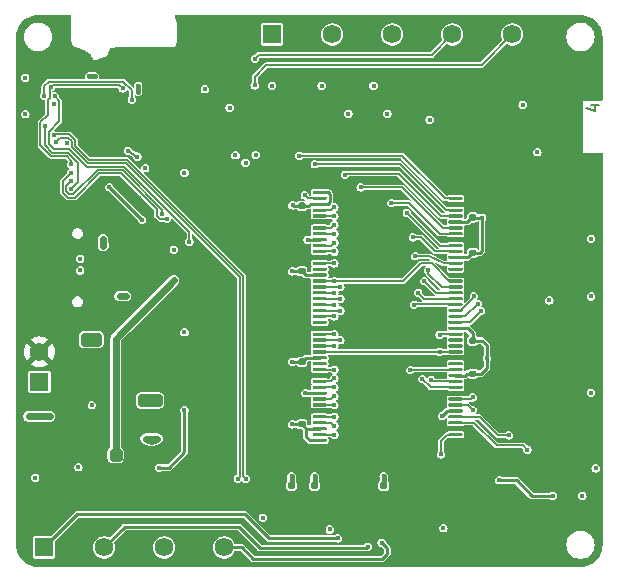
<source format=gbr>
%TF.GenerationSoftware,KiCad,Pcbnew,8.99.0-2608-ga0707285a1*%
%TF.CreationDate,2024-10-22T01:28:05-04:00*%
%TF.ProjectId,shinobi,7368696e-6f62-4692-9e6b-696361645f70,rev?*%
%TF.SameCoordinates,Original*%
%TF.FileFunction,Copper,L4,Bot*%
%TF.FilePolarity,Positive*%
%FSLAX46Y46*%
G04 Gerber Fmt 4.6, Leading zero omitted, Abs format (unit mm)*
G04 Created by KiCad (PCBNEW 8.99.0-2608-ga0707285a1) date 2024-10-22 01:28:05*
%MOMM*%
%LPD*%
G01*
G04 APERTURE LIST*
%ADD10C,0.200000*%
%TA.AperFunction,NonConductor*%
%ADD11C,0.200000*%
%TD*%
%TA.AperFunction,ComponentPad*%
%ADD12R,1.584000X1.584000*%
%TD*%
%TA.AperFunction,ComponentPad*%
%ADD13C,1.584000*%
%TD*%
%TA.AperFunction,ViaPad*%
%ADD14C,0.400000*%
%TD*%
%TA.AperFunction,Conductor*%
%ADD15C,0.400000*%
%TD*%
%TA.AperFunction,Conductor*%
%ADD16C,0.600000*%
%TD*%
%TA.AperFunction,Conductor*%
%ADD17C,0.152400*%
%TD*%
%TA.AperFunction,Conductor*%
%ADD18C,0.254000*%
%TD*%
%TA.AperFunction,Conductor*%
%ADD19C,0.200000*%
%TD*%
G04 APERTURE END LIST*
D10*
D11*
X174818652Y-89294355D02*
X175485319Y-89294355D01*
X174437700Y-89532450D02*
X175151985Y-89770545D01*
X175151985Y-89770545D02*
X175151985Y-89151498D01*
D12*
X147830100Y-83291600D03*
D13*
X150370100Y-83291600D03*
X152910100Y-83291600D03*
X155450100Y-83291600D03*
X157990100Y-83291600D03*
X160530100Y-83291600D03*
X163070100Y-83291600D03*
X165610100Y-83291600D03*
X168150100Y-83291600D03*
X170690100Y-83291600D03*
D12*
X128124900Y-112697400D03*
D13*
X128124900Y-110157400D03*
%TA.AperFunction,ComponentPad*%
G36*
G01*
X127006450Y-98707400D02*
X127006450Y-98707400D01*
G75*
G02*
X127506450Y-98207400I500000J0D01*
G01*
X128106450Y-98207400D01*
G75*
G02*
X128606450Y-98707400I0J-500000D01*
G01*
X128606450Y-98707400D01*
G75*
G02*
X128106450Y-99207400I-500000J0D01*
G01*
X127506450Y-99207400D01*
G75*
G02*
X127006450Y-98707400I0J500000D01*
G01*
G37*
%TD.AperFunction*%
%TA.AperFunction,ComponentPad*%
G36*
G01*
X127006450Y-107347400D02*
X127006450Y-107347400D01*
G75*
G02*
X127506450Y-106847400I500000J0D01*
G01*
X128106450Y-106847400D01*
G75*
G02*
X128606450Y-107347400I0J-500000D01*
G01*
X128606450Y-107347400D01*
G75*
G02*
X128106450Y-107847400I-500000J0D01*
G01*
X127506450Y-107847400D01*
G75*
G02*
X127006450Y-107347400I0J500000D01*
G01*
G37*
%TD.AperFunction*%
%TA.AperFunction,ComponentPad*%
G36*
G01*
X130756450Y-98707400D02*
X130756450Y-98707400D01*
G75*
G02*
X131256450Y-98207400I500000J0D01*
G01*
X132356450Y-98207400D01*
G75*
G02*
X132856450Y-98707400I0J-500000D01*
G01*
X132856450Y-98707400D01*
G75*
G02*
X132356450Y-99207400I-500000J0D01*
G01*
X131256450Y-99207400D01*
G75*
G02*
X130756450Y-98707400I0J500000D01*
G01*
G37*
%TD.AperFunction*%
%TA.AperFunction,ComponentPad*%
G36*
G01*
X130756450Y-107347400D02*
X130756450Y-107347400D01*
G75*
G02*
X131256450Y-106847400I500000J0D01*
G01*
X132356450Y-106847400D01*
G75*
G02*
X132856450Y-107347400I0J-500000D01*
G01*
X132856450Y-107347400D01*
G75*
G02*
X132356450Y-107847400I-500000J0D01*
G01*
X131256450Y-107847400D01*
G75*
G02*
X130756450Y-107347400I0J500000D01*
G01*
G37*
%TD.AperFunction*%
D12*
X128510100Y-126725600D03*
D13*
X131050100Y-126725600D03*
X133590100Y-126725600D03*
X136130100Y-126725600D03*
X138670100Y-126725600D03*
X141210100Y-126725600D03*
X143750100Y-126725600D03*
%TA.AperFunction,SMDPad,CuDef*%
G36*
G01*
X150513100Y-103609600D02*
X150173100Y-103609600D01*
G75*
G02*
X150033100Y-103469600I0J140000D01*
G01*
X150033100Y-103189600D01*
G75*
G02*
X150173100Y-103049600I140000J0D01*
G01*
X150513100Y-103049600D01*
G75*
G02*
X150653100Y-103189600I0J-140000D01*
G01*
X150653100Y-103469600D01*
G75*
G02*
X150513100Y-103609600I-140000J0D01*
G01*
G37*
%TD.AperFunction*%
%TA.AperFunction,SMDPad,CuDef*%
G36*
G01*
X150513100Y-102649600D02*
X150173100Y-102649600D01*
G75*
G02*
X150033100Y-102509600I0J140000D01*
G01*
X150033100Y-102229600D01*
G75*
G02*
X150173100Y-102089600I140000J0D01*
G01*
X150513100Y-102089600D01*
G75*
G02*
X150653100Y-102229600I0J-140000D01*
G01*
X150653100Y-102509600D01*
G75*
G02*
X150513100Y-102649600I-140000J0D01*
G01*
G37*
%TD.AperFunction*%
%TA.AperFunction,SMDPad,CuDef*%
G36*
G01*
X164631100Y-111743600D02*
X164971100Y-111743600D01*
G75*
G02*
X165111100Y-111883600I0J-140000D01*
G01*
X165111100Y-112163600D01*
G75*
G02*
X164971100Y-112303600I-140000J0D01*
G01*
X164631100Y-112303600D01*
G75*
G02*
X164491100Y-112163600I0J140000D01*
G01*
X164491100Y-111883600D01*
G75*
G02*
X164631100Y-111743600I140000J0D01*
G01*
G37*
%TD.AperFunction*%
%TA.AperFunction,SMDPad,CuDef*%
G36*
G01*
X164631100Y-112703600D02*
X164971100Y-112703600D01*
G75*
G02*
X165111100Y-112843600I0J-140000D01*
G01*
X165111100Y-113123600D01*
G75*
G02*
X164971100Y-113263600I-140000J0D01*
G01*
X164631100Y-113263600D01*
G75*
G02*
X164491100Y-113123600I0J140000D01*
G01*
X164491100Y-112843600D01*
G75*
G02*
X164631100Y-112703600I140000J0D01*
G01*
G37*
%TD.AperFunction*%
%TA.AperFunction,SMDPad,CuDef*%
G36*
G01*
X150173100Y-97517600D02*
X150513100Y-97517600D01*
G75*
G02*
X150653100Y-97657600I0J-140000D01*
G01*
X150653100Y-97937600D01*
G75*
G02*
X150513100Y-98077600I-140000J0D01*
G01*
X150173100Y-98077600D01*
G75*
G02*
X150033100Y-97937600I0J140000D01*
G01*
X150033100Y-97657600D01*
G75*
G02*
X150173100Y-97517600I140000J0D01*
G01*
G37*
%TD.AperFunction*%
%TA.AperFunction,SMDPad,CuDef*%
G36*
G01*
X150173100Y-98477600D02*
X150513100Y-98477600D01*
G75*
G02*
X150653100Y-98617600I0J-140000D01*
G01*
X150653100Y-98897600D01*
G75*
G02*
X150513100Y-99037600I-140000J0D01*
G01*
X150173100Y-99037600D01*
G75*
G02*
X150033100Y-98897600I0J140000D01*
G01*
X150033100Y-98617600D01*
G75*
G02*
X150173100Y-98477600I140000J0D01*
G01*
G37*
%TD.AperFunction*%
%TA.AperFunction,SMDPad,CuDef*%
G36*
G01*
X157098100Y-121202600D02*
X157438100Y-121202600D01*
G75*
G02*
X157578100Y-121342600I0J-140000D01*
G01*
X157578100Y-121622600D01*
G75*
G02*
X157438100Y-121762600I-140000J0D01*
G01*
X157098100Y-121762600D01*
G75*
G02*
X156958100Y-121622600I0J140000D01*
G01*
X156958100Y-121342600D01*
G75*
G02*
X157098100Y-121202600I140000J0D01*
G01*
G37*
%TD.AperFunction*%
%TA.AperFunction,SMDPad,CuDef*%
G36*
G01*
X157098100Y-122162600D02*
X157438100Y-122162600D01*
G75*
G02*
X157578100Y-122302600I0J-140000D01*
G01*
X157578100Y-122582600D01*
G75*
G02*
X157438100Y-122722600I-140000J0D01*
G01*
X157098100Y-122722600D01*
G75*
G02*
X156958100Y-122582600I0J140000D01*
G01*
X156958100Y-122302600D01*
G75*
G02*
X157098100Y-122162600I140000J0D01*
G01*
G37*
%TD.AperFunction*%
%TA.AperFunction,SMDPad,CuDef*%
G36*
G01*
X164631100Y-108943600D02*
X164971100Y-108943600D01*
G75*
G02*
X165111100Y-109083600I0J-140000D01*
G01*
X165111100Y-109363600D01*
G75*
G02*
X164971100Y-109503600I-140000J0D01*
G01*
X164631100Y-109503600D01*
G75*
G02*
X164491100Y-109363600I0J140000D01*
G01*
X164491100Y-109083600D01*
G75*
G02*
X164631100Y-108943600I140000J0D01*
G01*
G37*
%TD.AperFunction*%
%TA.AperFunction,SMDPad,CuDef*%
G36*
G01*
X164631100Y-109903600D02*
X164971100Y-109903600D01*
G75*
G02*
X165111100Y-110043600I0J-140000D01*
G01*
X165111100Y-110323600D01*
G75*
G02*
X164971100Y-110463600I-140000J0D01*
G01*
X164631100Y-110463600D01*
G75*
G02*
X164491100Y-110323600I0J140000D01*
G01*
X164491100Y-110043600D01*
G75*
G02*
X164631100Y-109903600I140000J0D01*
G01*
G37*
%TD.AperFunction*%
%TA.AperFunction,SMDPad,CuDef*%
G36*
G01*
X164971100Y-102063600D02*
X164631100Y-102063600D01*
G75*
G02*
X164491100Y-101923600I0J140000D01*
G01*
X164491100Y-101643600D01*
G75*
G02*
X164631100Y-101503600I140000J0D01*
G01*
X164971100Y-101503600D01*
G75*
G02*
X165111100Y-101643600I0J-140000D01*
G01*
X165111100Y-101923600D01*
G75*
G02*
X164971100Y-102063600I-140000J0D01*
G01*
G37*
%TD.AperFunction*%
%TA.AperFunction,SMDPad,CuDef*%
G36*
G01*
X164971100Y-101103600D02*
X164631100Y-101103600D01*
G75*
G02*
X164491100Y-100963600I0J140000D01*
G01*
X164491100Y-100683600D01*
G75*
G02*
X164631100Y-100543600I140000J0D01*
G01*
X164971100Y-100543600D01*
G75*
G02*
X165111100Y-100683600I0J-140000D01*
G01*
X165111100Y-100963600D01*
G75*
G02*
X164971100Y-101103600I-140000J0D01*
G01*
G37*
%TD.AperFunction*%
%TA.AperFunction,SMDPad,CuDef*%
G36*
G01*
X150513100Y-116563600D02*
X150173100Y-116563600D01*
G75*
G02*
X150033100Y-116423600I0J140000D01*
G01*
X150033100Y-116143600D01*
G75*
G02*
X150173100Y-116003600I140000J0D01*
G01*
X150513100Y-116003600D01*
G75*
G02*
X150653100Y-116143600I0J-140000D01*
G01*
X150653100Y-116423600D01*
G75*
G02*
X150513100Y-116563600I-140000J0D01*
G01*
G37*
%TD.AperFunction*%
%TA.AperFunction,SMDPad,CuDef*%
G36*
G01*
X150513100Y-115603600D02*
X150173100Y-115603600D01*
G75*
G02*
X150033100Y-115463600I0J140000D01*
G01*
X150033100Y-115183600D01*
G75*
G02*
X150173100Y-115043600I140000J0D01*
G01*
X150513100Y-115043600D01*
G75*
G02*
X150653100Y-115183600I0J-140000D01*
G01*
X150653100Y-115463600D01*
G75*
G02*
X150513100Y-115603600I-140000J0D01*
G01*
G37*
%TD.AperFunction*%
%TA.AperFunction,SMDPad,CuDef*%
G36*
G01*
X149298100Y-121202600D02*
X149638100Y-121202600D01*
G75*
G02*
X149778100Y-121342600I0J-140000D01*
G01*
X149778100Y-121622600D01*
G75*
G02*
X149638100Y-121762600I-140000J0D01*
G01*
X149298100Y-121762600D01*
G75*
G02*
X149158100Y-121622600I0J140000D01*
G01*
X149158100Y-121342600D01*
G75*
G02*
X149298100Y-121202600I140000J0D01*
G01*
G37*
%TD.AperFunction*%
%TA.AperFunction,SMDPad,CuDef*%
G36*
G01*
X149298100Y-122162600D02*
X149638100Y-122162600D01*
G75*
G02*
X149778100Y-122302600I0J-140000D01*
G01*
X149778100Y-122582600D01*
G75*
G02*
X149638100Y-122722600I-140000J0D01*
G01*
X149298100Y-122722600D01*
G75*
G02*
X149158100Y-122582600I0J140000D01*
G01*
X149158100Y-122302600D01*
G75*
G02*
X149298100Y-122162600I140000J0D01*
G01*
G37*
%TD.AperFunction*%
%TA.AperFunction,SMDPad,CuDef*%
G36*
G01*
X164971100Y-99063600D02*
X164631100Y-99063600D01*
G75*
G02*
X164491100Y-98923600I0J140000D01*
G01*
X164491100Y-98643600D01*
G75*
G02*
X164631100Y-98503600I140000J0D01*
G01*
X164971100Y-98503600D01*
G75*
G02*
X165111100Y-98643600I0J-140000D01*
G01*
X165111100Y-98923600D01*
G75*
G02*
X164971100Y-99063600I-140000J0D01*
G01*
G37*
%TD.AperFunction*%
%TA.AperFunction,SMDPad,CuDef*%
G36*
G01*
X164971100Y-98103600D02*
X164631100Y-98103600D01*
G75*
G02*
X164491100Y-97963600I0J140000D01*
G01*
X164491100Y-97683600D01*
G75*
G02*
X164631100Y-97543600I140000J0D01*
G01*
X164971100Y-97543600D01*
G75*
G02*
X165111100Y-97683600I0J-140000D01*
G01*
X165111100Y-97963600D01*
G75*
G02*
X164971100Y-98103600I-140000J0D01*
G01*
G37*
%TD.AperFunction*%
%TA.AperFunction,SMDPad,CuDef*%
G36*
G01*
X151248100Y-121202600D02*
X151588100Y-121202600D01*
G75*
G02*
X151728100Y-121342600I0J-140000D01*
G01*
X151728100Y-121622600D01*
G75*
G02*
X151588100Y-121762600I-140000J0D01*
G01*
X151248100Y-121762600D01*
G75*
G02*
X151108100Y-121622600I0J140000D01*
G01*
X151108100Y-121342600D01*
G75*
G02*
X151248100Y-121202600I140000J0D01*
G01*
G37*
%TD.AperFunction*%
%TA.AperFunction,SMDPad,CuDef*%
G36*
G01*
X151248100Y-122162600D02*
X151588100Y-122162600D01*
G75*
G02*
X151728100Y-122302600I0J-140000D01*
G01*
X151728100Y-122582600D01*
G75*
G02*
X151588100Y-122722600I-140000J0D01*
G01*
X151248100Y-122722600D01*
G75*
G02*
X151108100Y-122582600I0J140000D01*
G01*
X151108100Y-122302600D01*
G75*
G02*
X151248100Y-122162600I140000J0D01*
G01*
G37*
%TD.AperFunction*%
%TA.AperFunction,SMDPad,CuDef*%
G36*
G01*
X150173100Y-110725600D02*
X150513100Y-110725600D01*
G75*
G02*
X150653100Y-110865600I0J-140000D01*
G01*
X150653100Y-111145600D01*
G75*
G02*
X150513100Y-111285600I-140000J0D01*
G01*
X150173100Y-111285600D01*
G75*
G02*
X150033100Y-111145600I0J140000D01*
G01*
X150033100Y-110865600D01*
G75*
G02*
X150173100Y-110725600I140000J0D01*
G01*
G37*
%TD.AperFunction*%
%TA.AperFunction,SMDPad,CuDef*%
G36*
G01*
X150173100Y-111685600D02*
X150513100Y-111685600D01*
G75*
G02*
X150653100Y-111825600I0J-140000D01*
G01*
X150653100Y-112105600D01*
G75*
G02*
X150513100Y-112245600I-140000J0D01*
G01*
X150173100Y-112245600D01*
G75*
G02*
X150033100Y-112105600I0J140000D01*
G01*
X150033100Y-111825600D01*
G75*
G02*
X150173100Y-111685600I140000J0D01*
G01*
G37*
%TD.AperFunction*%
%TA.AperFunction,SMDPad,CuDef*%
G36*
G01*
X151239850Y-117731100D02*
X151239850Y-117604100D01*
G75*
G02*
X151316050Y-117527900I76200J0D01*
G01*
X152370150Y-117527900D01*
G75*
G02*
X152446350Y-117604100I0J-76200D01*
G01*
X152446350Y-117731100D01*
G75*
G02*
X152370150Y-117807300I-76200J0D01*
G01*
X151316050Y-117807300D01*
G75*
G02*
X151239850Y-117731100I0J76200D01*
G01*
G37*
%TD.AperFunction*%
%TA.AperFunction,SMDPad,CuDef*%
G36*
G01*
X151239850Y-117231100D02*
X151239850Y-117104100D01*
G75*
G02*
X151316050Y-117027900I76200J0D01*
G01*
X152370150Y-117027900D01*
G75*
G02*
X152446350Y-117104100I0J-76200D01*
G01*
X152446350Y-117231100D01*
G75*
G02*
X152370150Y-117307300I-76200J0D01*
G01*
X151316050Y-117307300D01*
G75*
G02*
X151239850Y-117231100I0J76200D01*
G01*
G37*
%TD.AperFunction*%
%TA.AperFunction,SMDPad,CuDef*%
G36*
G01*
X151239850Y-116731100D02*
X151239850Y-116604100D01*
G75*
G02*
X151316050Y-116527900I76200J0D01*
G01*
X152370150Y-116527900D01*
G75*
G02*
X152446350Y-116604100I0J-76200D01*
G01*
X152446350Y-116731100D01*
G75*
G02*
X152370150Y-116807300I-76200J0D01*
G01*
X151316050Y-116807300D01*
G75*
G02*
X151239850Y-116731100I0J76200D01*
G01*
G37*
%TD.AperFunction*%
%TA.AperFunction,SMDPad,CuDef*%
G36*
G01*
X151239850Y-116231100D02*
X151239850Y-116104100D01*
G75*
G02*
X151316050Y-116027900I76200J0D01*
G01*
X152370150Y-116027900D01*
G75*
G02*
X152446350Y-116104100I0J-76200D01*
G01*
X152446350Y-116231100D01*
G75*
G02*
X152370150Y-116307300I-76200J0D01*
G01*
X151316050Y-116307300D01*
G75*
G02*
X151239850Y-116231100I0J76200D01*
G01*
G37*
%TD.AperFunction*%
%TA.AperFunction,SMDPad,CuDef*%
G36*
G01*
X151239850Y-115731100D02*
X151239850Y-115604100D01*
G75*
G02*
X151316050Y-115527900I76200J0D01*
G01*
X152370150Y-115527900D01*
G75*
G02*
X152446350Y-115604100I0J-76200D01*
G01*
X152446350Y-115731100D01*
G75*
G02*
X152370150Y-115807300I-76200J0D01*
G01*
X151316050Y-115807300D01*
G75*
G02*
X151239850Y-115731100I0J76200D01*
G01*
G37*
%TD.AperFunction*%
%TA.AperFunction,SMDPad,CuDef*%
G36*
G01*
X151239850Y-115231100D02*
X151239850Y-115104100D01*
G75*
G02*
X151316050Y-115027900I76200J0D01*
G01*
X152370150Y-115027900D01*
G75*
G02*
X152446350Y-115104100I0J-76200D01*
G01*
X152446350Y-115231100D01*
G75*
G02*
X152370150Y-115307300I-76200J0D01*
G01*
X151316050Y-115307300D01*
G75*
G02*
X151239850Y-115231100I0J76200D01*
G01*
G37*
%TD.AperFunction*%
%TA.AperFunction,SMDPad,CuDef*%
G36*
G01*
X151239850Y-114731100D02*
X151239850Y-114604100D01*
G75*
G02*
X151316050Y-114527900I76200J0D01*
G01*
X152370150Y-114527900D01*
G75*
G02*
X152446350Y-114604100I0J-76200D01*
G01*
X152446350Y-114731100D01*
G75*
G02*
X152370150Y-114807300I-76200J0D01*
G01*
X151316050Y-114807300D01*
G75*
G02*
X151239850Y-114731100I0J76200D01*
G01*
G37*
%TD.AperFunction*%
%TA.AperFunction,SMDPad,CuDef*%
G36*
G01*
X151239850Y-114231100D02*
X151239850Y-114104100D01*
G75*
G02*
X151316050Y-114027900I76200J0D01*
G01*
X152370150Y-114027900D01*
G75*
G02*
X152446350Y-114104100I0J-76200D01*
G01*
X152446350Y-114231100D01*
G75*
G02*
X152370150Y-114307300I-76200J0D01*
G01*
X151316050Y-114307300D01*
G75*
G02*
X151239850Y-114231100I0J76200D01*
G01*
G37*
%TD.AperFunction*%
%TA.AperFunction,SMDPad,CuDef*%
G36*
G01*
X151239850Y-113731100D02*
X151239850Y-113604100D01*
G75*
G02*
X151316050Y-113527900I76200J0D01*
G01*
X152370150Y-113527900D01*
G75*
G02*
X152446350Y-113604100I0J-76200D01*
G01*
X152446350Y-113731100D01*
G75*
G02*
X152370150Y-113807300I-76200J0D01*
G01*
X151316050Y-113807300D01*
G75*
G02*
X151239850Y-113731100I0J76200D01*
G01*
G37*
%TD.AperFunction*%
%TA.AperFunction,SMDPad,CuDef*%
G36*
G01*
X151239850Y-113231100D02*
X151239850Y-113104100D01*
G75*
G02*
X151316050Y-113027900I76200J0D01*
G01*
X152370150Y-113027900D01*
G75*
G02*
X152446350Y-113104100I0J-76200D01*
G01*
X152446350Y-113231100D01*
G75*
G02*
X152370150Y-113307300I-76200J0D01*
G01*
X151316050Y-113307300D01*
G75*
G02*
X151239850Y-113231100I0J76200D01*
G01*
G37*
%TD.AperFunction*%
%TA.AperFunction,SMDPad,CuDef*%
G36*
G01*
X151239850Y-112731100D02*
X151239850Y-112604100D01*
G75*
G02*
X151316050Y-112527900I76200J0D01*
G01*
X152370150Y-112527900D01*
G75*
G02*
X152446350Y-112604100I0J-76200D01*
G01*
X152446350Y-112731100D01*
G75*
G02*
X152370150Y-112807300I-76200J0D01*
G01*
X151316050Y-112807300D01*
G75*
G02*
X151239850Y-112731100I0J76200D01*
G01*
G37*
%TD.AperFunction*%
%TA.AperFunction,SMDPad,CuDef*%
G36*
G01*
X151239850Y-112231100D02*
X151239850Y-112104100D01*
G75*
G02*
X151316050Y-112027900I76200J0D01*
G01*
X152370150Y-112027900D01*
G75*
G02*
X152446350Y-112104100I0J-76200D01*
G01*
X152446350Y-112231100D01*
G75*
G02*
X152370150Y-112307300I-76200J0D01*
G01*
X151316050Y-112307300D01*
G75*
G02*
X151239850Y-112231100I0J76200D01*
G01*
G37*
%TD.AperFunction*%
%TA.AperFunction,SMDPad,CuDef*%
G36*
G01*
X151239850Y-111731100D02*
X151239850Y-111604100D01*
G75*
G02*
X151316050Y-111527900I76200J0D01*
G01*
X152370150Y-111527900D01*
G75*
G02*
X152446350Y-111604100I0J-76200D01*
G01*
X152446350Y-111731100D01*
G75*
G02*
X152370150Y-111807300I-76200J0D01*
G01*
X151316050Y-111807300D01*
G75*
G02*
X151239850Y-111731100I0J76200D01*
G01*
G37*
%TD.AperFunction*%
%TA.AperFunction,SMDPad,CuDef*%
G36*
G01*
X151239850Y-111231100D02*
X151239850Y-111104100D01*
G75*
G02*
X151316050Y-111027900I76200J0D01*
G01*
X152370150Y-111027900D01*
G75*
G02*
X152446350Y-111104100I0J-76200D01*
G01*
X152446350Y-111231100D01*
G75*
G02*
X152370150Y-111307300I-76200J0D01*
G01*
X151316050Y-111307300D01*
G75*
G02*
X151239850Y-111231100I0J76200D01*
G01*
G37*
%TD.AperFunction*%
%TA.AperFunction,SMDPad,CuDef*%
G36*
G01*
X151239850Y-110731100D02*
X151239850Y-110604100D01*
G75*
G02*
X151316050Y-110527900I76200J0D01*
G01*
X152370150Y-110527900D01*
G75*
G02*
X152446350Y-110604100I0J-76200D01*
G01*
X152446350Y-110731100D01*
G75*
G02*
X152370150Y-110807300I-76200J0D01*
G01*
X151316050Y-110807300D01*
G75*
G02*
X151239850Y-110731100I0J76200D01*
G01*
G37*
%TD.AperFunction*%
%TA.AperFunction,SMDPad,CuDef*%
G36*
G01*
X151239850Y-110231100D02*
X151239850Y-110104100D01*
G75*
G02*
X151316050Y-110027900I76200J0D01*
G01*
X152370150Y-110027900D01*
G75*
G02*
X152446350Y-110104100I0J-76200D01*
G01*
X152446350Y-110231100D01*
G75*
G02*
X152370150Y-110307300I-76200J0D01*
G01*
X151316050Y-110307300D01*
G75*
G02*
X151239850Y-110231100I0J76200D01*
G01*
G37*
%TD.AperFunction*%
%TA.AperFunction,SMDPad,CuDef*%
G36*
G01*
X151239850Y-109731100D02*
X151239850Y-109604100D01*
G75*
G02*
X151316050Y-109527900I76200J0D01*
G01*
X152370150Y-109527900D01*
G75*
G02*
X152446350Y-109604100I0J-76200D01*
G01*
X152446350Y-109731100D01*
G75*
G02*
X152370150Y-109807300I-76200J0D01*
G01*
X151316050Y-109807300D01*
G75*
G02*
X151239850Y-109731100I0J76200D01*
G01*
G37*
%TD.AperFunction*%
%TA.AperFunction,SMDPad,CuDef*%
G36*
G01*
X151239850Y-109231100D02*
X151239850Y-109104100D01*
G75*
G02*
X151316050Y-109027900I76200J0D01*
G01*
X152370150Y-109027900D01*
G75*
G02*
X152446350Y-109104100I0J-76200D01*
G01*
X152446350Y-109231100D01*
G75*
G02*
X152370150Y-109307300I-76200J0D01*
G01*
X151316050Y-109307300D01*
G75*
G02*
X151239850Y-109231100I0J76200D01*
G01*
G37*
%TD.AperFunction*%
%TA.AperFunction,SMDPad,CuDef*%
G36*
G01*
X151239850Y-108731100D02*
X151239850Y-108604100D01*
G75*
G02*
X151316050Y-108527900I76200J0D01*
G01*
X152370150Y-108527900D01*
G75*
G02*
X152446350Y-108604100I0J-76200D01*
G01*
X152446350Y-108731100D01*
G75*
G02*
X152370150Y-108807300I-76200J0D01*
G01*
X151316050Y-108807300D01*
G75*
G02*
X151239850Y-108731100I0J76200D01*
G01*
G37*
%TD.AperFunction*%
%TA.AperFunction,SMDPad,CuDef*%
G36*
G01*
X151239850Y-108231100D02*
X151239850Y-108104100D01*
G75*
G02*
X151316050Y-108027900I76200J0D01*
G01*
X152370150Y-108027900D01*
G75*
G02*
X152446350Y-108104100I0J-76200D01*
G01*
X152446350Y-108231100D01*
G75*
G02*
X152370150Y-108307300I-76200J0D01*
G01*
X151316050Y-108307300D01*
G75*
G02*
X151239850Y-108231100I0J76200D01*
G01*
G37*
%TD.AperFunction*%
%TA.AperFunction,SMDPad,CuDef*%
G36*
G01*
X151239850Y-107731100D02*
X151239850Y-107604100D01*
G75*
G02*
X151316050Y-107527900I76200J0D01*
G01*
X152370150Y-107527900D01*
G75*
G02*
X152446350Y-107604100I0J-76200D01*
G01*
X152446350Y-107731100D01*
G75*
G02*
X152370150Y-107807300I-76200J0D01*
G01*
X151316050Y-107807300D01*
G75*
G02*
X151239850Y-107731100I0J76200D01*
G01*
G37*
%TD.AperFunction*%
%TA.AperFunction,SMDPad,CuDef*%
G36*
G01*
X151239850Y-107231100D02*
X151239850Y-107104100D01*
G75*
G02*
X151316050Y-107027900I76200J0D01*
G01*
X152370150Y-107027900D01*
G75*
G02*
X152446350Y-107104100I0J-76200D01*
G01*
X152446350Y-107231100D01*
G75*
G02*
X152370150Y-107307300I-76200J0D01*
G01*
X151316050Y-107307300D01*
G75*
G02*
X151239850Y-107231100I0J76200D01*
G01*
G37*
%TD.AperFunction*%
%TA.AperFunction,SMDPad,CuDef*%
G36*
G01*
X151239850Y-106731100D02*
X151239850Y-106604100D01*
G75*
G02*
X151316050Y-106527900I76200J0D01*
G01*
X152370150Y-106527900D01*
G75*
G02*
X152446350Y-106604100I0J-76200D01*
G01*
X152446350Y-106731100D01*
G75*
G02*
X152370150Y-106807300I-76200J0D01*
G01*
X151316050Y-106807300D01*
G75*
G02*
X151239850Y-106731100I0J76200D01*
G01*
G37*
%TD.AperFunction*%
%TA.AperFunction,SMDPad,CuDef*%
G36*
G01*
X151239850Y-106231100D02*
X151239850Y-106104100D01*
G75*
G02*
X151316050Y-106027900I76200J0D01*
G01*
X152370150Y-106027900D01*
G75*
G02*
X152446350Y-106104100I0J-76200D01*
G01*
X152446350Y-106231100D01*
G75*
G02*
X152370150Y-106307300I-76200J0D01*
G01*
X151316050Y-106307300D01*
G75*
G02*
X151239850Y-106231100I0J76200D01*
G01*
G37*
%TD.AperFunction*%
%TA.AperFunction,SMDPad,CuDef*%
G36*
G01*
X151239850Y-105731100D02*
X151239850Y-105604100D01*
G75*
G02*
X151316050Y-105527900I76200J0D01*
G01*
X152370150Y-105527900D01*
G75*
G02*
X152446350Y-105604100I0J-76200D01*
G01*
X152446350Y-105731100D01*
G75*
G02*
X152370150Y-105807300I-76200J0D01*
G01*
X151316050Y-105807300D01*
G75*
G02*
X151239850Y-105731100I0J76200D01*
G01*
G37*
%TD.AperFunction*%
%TA.AperFunction,SMDPad,CuDef*%
G36*
G01*
X151239850Y-105231100D02*
X151239850Y-105104100D01*
G75*
G02*
X151316050Y-105027900I76200J0D01*
G01*
X152370150Y-105027900D01*
G75*
G02*
X152446350Y-105104100I0J-76200D01*
G01*
X152446350Y-105231100D01*
G75*
G02*
X152370150Y-105307300I-76200J0D01*
G01*
X151316050Y-105307300D01*
G75*
G02*
X151239850Y-105231100I0J76200D01*
G01*
G37*
%TD.AperFunction*%
%TA.AperFunction,SMDPad,CuDef*%
G36*
G01*
X151239850Y-104731100D02*
X151239850Y-104604100D01*
G75*
G02*
X151316050Y-104527900I76200J0D01*
G01*
X152370150Y-104527900D01*
G75*
G02*
X152446350Y-104604100I0J-76200D01*
G01*
X152446350Y-104731100D01*
G75*
G02*
X152370150Y-104807300I-76200J0D01*
G01*
X151316050Y-104807300D01*
G75*
G02*
X151239850Y-104731100I0J76200D01*
G01*
G37*
%TD.AperFunction*%
%TA.AperFunction,SMDPad,CuDef*%
G36*
G01*
X151239850Y-104231100D02*
X151239850Y-104104100D01*
G75*
G02*
X151316050Y-104027900I76200J0D01*
G01*
X152370150Y-104027900D01*
G75*
G02*
X152446350Y-104104100I0J-76200D01*
G01*
X152446350Y-104231100D01*
G75*
G02*
X152370150Y-104307300I-76200J0D01*
G01*
X151316050Y-104307300D01*
G75*
G02*
X151239850Y-104231100I0J76200D01*
G01*
G37*
%TD.AperFunction*%
%TA.AperFunction,SMDPad,CuDef*%
G36*
G01*
X151239850Y-103731100D02*
X151239850Y-103604100D01*
G75*
G02*
X151316050Y-103527900I76200J0D01*
G01*
X152370150Y-103527900D01*
G75*
G02*
X152446350Y-103604100I0J-76200D01*
G01*
X152446350Y-103731100D01*
G75*
G02*
X152370150Y-103807300I-76200J0D01*
G01*
X151316050Y-103807300D01*
G75*
G02*
X151239850Y-103731100I0J76200D01*
G01*
G37*
%TD.AperFunction*%
%TA.AperFunction,SMDPad,CuDef*%
G36*
G01*
X151239850Y-103231100D02*
X151239850Y-103104100D01*
G75*
G02*
X151316050Y-103027900I76200J0D01*
G01*
X152370150Y-103027900D01*
G75*
G02*
X152446350Y-103104100I0J-76200D01*
G01*
X152446350Y-103231100D01*
G75*
G02*
X152370150Y-103307300I-76200J0D01*
G01*
X151316050Y-103307300D01*
G75*
G02*
X151239850Y-103231100I0J76200D01*
G01*
G37*
%TD.AperFunction*%
%TA.AperFunction,SMDPad,CuDef*%
G36*
G01*
X151239850Y-102731100D02*
X151239850Y-102604100D01*
G75*
G02*
X151316050Y-102527900I76200J0D01*
G01*
X152370150Y-102527900D01*
G75*
G02*
X152446350Y-102604100I0J-76200D01*
G01*
X152446350Y-102731100D01*
G75*
G02*
X152370150Y-102807300I-76200J0D01*
G01*
X151316050Y-102807300D01*
G75*
G02*
X151239850Y-102731100I0J76200D01*
G01*
G37*
%TD.AperFunction*%
%TA.AperFunction,SMDPad,CuDef*%
G36*
G01*
X151239850Y-102231100D02*
X151239850Y-102104100D01*
G75*
G02*
X151316050Y-102027900I76200J0D01*
G01*
X152370150Y-102027900D01*
G75*
G02*
X152446350Y-102104100I0J-76200D01*
G01*
X152446350Y-102231100D01*
G75*
G02*
X152370150Y-102307300I-76200J0D01*
G01*
X151316050Y-102307300D01*
G75*
G02*
X151239850Y-102231100I0J76200D01*
G01*
G37*
%TD.AperFunction*%
%TA.AperFunction,SMDPad,CuDef*%
G36*
G01*
X151239850Y-101731100D02*
X151239850Y-101604100D01*
G75*
G02*
X151316050Y-101527900I76200J0D01*
G01*
X152370150Y-101527900D01*
G75*
G02*
X152446350Y-101604100I0J-76200D01*
G01*
X152446350Y-101731100D01*
G75*
G02*
X152370150Y-101807300I-76200J0D01*
G01*
X151316050Y-101807300D01*
G75*
G02*
X151239850Y-101731100I0J76200D01*
G01*
G37*
%TD.AperFunction*%
%TA.AperFunction,SMDPad,CuDef*%
G36*
G01*
X151239850Y-101231100D02*
X151239850Y-101104100D01*
G75*
G02*
X151316050Y-101027900I76200J0D01*
G01*
X152370150Y-101027900D01*
G75*
G02*
X152446350Y-101104100I0J-76200D01*
G01*
X152446350Y-101231100D01*
G75*
G02*
X152370150Y-101307300I-76200J0D01*
G01*
X151316050Y-101307300D01*
G75*
G02*
X151239850Y-101231100I0J76200D01*
G01*
G37*
%TD.AperFunction*%
%TA.AperFunction,SMDPad,CuDef*%
G36*
G01*
X151239850Y-100731100D02*
X151239850Y-100604100D01*
G75*
G02*
X151316050Y-100527900I76200J0D01*
G01*
X152370150Y-100527900D01*
G75*
G02*
X152446350Y-100604100I0J-76200D01*
G01*
X152446350Y-100731100D01*
G75*
G02*
X152370150Y-100807300I-76200J0D01*
G01*
X151316050Y-100807300D01*
G75*
G02*
X151239850Y-100731100I0J76200D01*
G01*
G37*
%TD.AperFunction*%
%TA.AperFunction,SMDPad,CuDef*%
G36*
G01*
X151239850Y-100231100D02*
X151239850Y-100104100D01*
G75*
G02*
X151316050Y-100027900I76200J0D01*
G01*
X152370150Y-100027900D01*
G75*
G02*
X152446350Y-100104100I0J-76200D01*
G01*
X152446350Y-100231100D01*
G75*
G02*
X152370150Y-100307300I-76200J0D01*
G01*
X151316050Y-100307300D01*
G75*
G02*
X151239850Y-100231100I0J76200D01*
G01*
G37*
%TD.AperFunction*%
%TA.AperFunction,SMDPad,CuDef*%
G36*
G01*
X151239850Y-99731100D02*
X151239850Y-99604100D01*
G75*
G02*
X151316050Y-99527900I76200J0D01*
G01*
X152370150Y-99527900D01*
G75*
G02*
X152446350Y-99604100I0J-76200D01*
G01*
X152446350Y-99731100D01*
G75*
G02*
X152370150Y-99807300I-76200J0D01*
G01*
X151316050Y-99807300D01*
G75*
G02*
X151239850Y-99731100I0J76200D01*
G01*
G37*
%TD.AperFunction*%
%TA.AperFunction,SMDPad,CuDef*%
G36*
G01*
X151239850Y-99231100D02*
X151239850Y-99104100D01*
G75*
G02*
X151316050Y-99027900I76200J0D01*
G01*
X152370150Y-99027900D01*
G75*
G02*
X152446350Y-99104100I0J-76200D01*
G01*
X152446350Y-99231100D01*
G75*
G02*
X152370150Y-99307300I-76200J0D01*
G01*
X151316050Y-99307300D01*
G75*
G02*
X151239850Y-99231100I0J76200D01*
G01*
G37*
%TD.AperFunction*%
%TA.AperFunction,SMDPad,CuDef*%
G36*
G01*
X151239850Y-98731100D02*
X151239850Y-98604100D01*
G75*
G02*
X151316050Y-98527900I76200J0D01*
G01*
X152370150Y-98527900D01*
G75*
G02*
X152446350Y-98604100I0J-76200D01*
G01*
X152446350Y-98731100D01*
G75*
G02*
X152370150Y-98807300I-76200J0D01*
G01*
X151316050Y-98807300D01*
G75*
G02*
X151239850Y-98731100I0J76200D01*
G01*
G37*
%TD.AperFunction*%
%TA.AperFunction,SMDPad,CuDef*%
G36*
G01*
X151239850Y-98231100D02*
X151239850Y-98104100D01*
G75*
G02*
X151316050Y-98027900I76200J0D01*
G01*
X152370150Y-98027900D01*
G75*
G02*
X152446350Y-98104100I0J-76200D01*
G01*
X152446350Y-98231100D01*
G75*
G02*
X152370150Y-98307300I-76200J0D01*
G01*
X151316050Y-98307300D01*
G75*
G02*
X151239850Y-98231100I0J76200D01*
G01*
G37*
%TD.AperFunction*%
%TA.AperFunction,SMDPad,CuDef*%
G36*
G01*
X151239850Y-97731100D02*
X151239850Y-97604100D01*
G75*
G02*
X151316050Y-97527900I76200J0D01*
G01*
X152370150Y-97527900D01*
G75*
G02*
X152446350Y-97604100I0J-76200D01*
G01*
X152446350Y-97731100D01*
G75*
G02*
X152370150Y-97807300I-76200J0D01*
G01*
X151316050Y-97807300D01*
G75*
G02*
X151239850Y-97731100I0J76200D01*
G01*
G37*
%TD.AperFunction*%
%TA.AperFunction,SMDPad,CuDef*%
G36*
G01*
X151239850Y-97231100D02*
X151239850Y-97104100D01*
G75*
G02*
X151316050Y-97027900I76200J0D01*
G01*
X152370150Y-97027900D01*
G75*
G02*
X152446350Y-97104100I0J-76200D01*
G01*
X152446350Y-97231100D01*
G75*
G02*
X152370150Y-97307300I-76200J0D01*
G01*
X151316050Y-97307300D01*
G75*
G02*
X151239850Y-97231100I0J76200D01*
G01*
G37*
%TD.AperFunction*%
%TA.AperFunction,SMDPad,CuDef*%
G36*
G01*
X151239850Y-96731100D02*
X151239850Y-96604100D01*
G75*
G02*
X151316050Y-96527900I76200J0D01*
G01*
X152370150Y-96527900D01*
G75*
G02*
X152446350Y-96604100I0J-76200D01*
G01*
X152446350Y-96731100D01*
G75*
G02*
X152370150Y-96807300I-76200J0D01*
G01*
X151316050Y-96807300D01*
G75*
G02*
X151239850Y-96731100I0J76200D01*
G01*
G37*
%TD.AperFunction*%
%TA.AperFunction,SMDPad,CuDef*%
G36*
G01*
X162739850Y-96731100D02*
X162739850Y-96604100D01*
G75*
G02*
X162816050Y-96527900I76200J0D01*
G01*
X163870150Y-96527900D01*
G75*
G02*
X163946350Y-96604100I0J-76200D01*
G01*
X163946350Y-96731100D01*
G75*
G02*
X163870150Y-96807300I-76200J0D01*
G01*
X162816050Y-96807300D01*
G75*
G02*
X162739850Y-96731100I0J76200D01*
G01*
G37*
%TD.AperFunction*%
%TA.AperFunction,SMDPad,CuDef*%
G36*
G01*
X162739850Y-97231100D02*
X162739850Y-97104100D01*
G75*
G02*
X162816050Y-97027900I76200J0D01*
G01*
X163870150Y-97027900D01*
G75*
G02*
X163946350Y-97104100I0J-76200D01*
G01*
X163946350Y-97231100D01*
G75*
G02*
X163870150Y-97307300I-76200J0D01*
G01*
X162816050Y-97307300D01*
G75*
G02*
X162739850Y-97231100I0J76200D01*
G01*
G37*
%TD.AperFunction*%
%TA.AperFunction,SMDPad,CuDef*%
G36*
G01*
X162739850Y-97731100D02*
X162739850Y-97604100D01*
G75*
G02*
X162816050Y-97527900I76200J0D01*
G01*
X163870150Y-97527900D01*
G75*
G02*
X163946350Y-97604100I0J-76200D01*
G01*
X163946350Y-97731100D01*
G75*
G02*
X163870150Y-97807300I-76200J0D01*
G01*
X162816050Y-97807300D01*
G75*
G02*
X162739850Y-97731100I0J76200D01*
G01*
G37*
%TD.AperFunction*%
%TA.AperFunction,SMDPad,CuDef*%
G36*
G01*
X162739850Y-98231100D02*
X162739850Y-98104100D01*
G75*
G02*
X162816050Y-98027900I76200J0D01*
G01*
X163870150Y-98027900D01*
G75*
G02*
X163946350Y-98104100I0J-76200D01*
G01*
X163946350Y-98231100D01*
G75*
G02*
X163870150Y-98307300I-76200J0D01*
G01*
X162816050Y-98307300D01*
G75*
G02*
X162739850Y-98231100I0J76200D01*
G01*
G37*
%TD.AperFunction*%
%TA.AperFunction,SMDPad,CuDef*%
G36*
G01*
X162739850Y-98731100D02*
X162739850Y-98604100D01*
G75*
G02*
X162816050Y-98527900I76200J0D01*
G01*
X163870150Y-98527900D01*
G75*
G02*
X163946350Y-98604100I0J-76200D01*
G01*
X163946350Y-98731100D01*
G75*
G02*
X163870150Y-98807300I-76200J0D01*
G01*
X162816050Y-98807300D01*
G75*
G02*
X162739850Y-98731100I0J76200D01*
G01*
G37*
%TD.AperFunction*%
%TA.AperFunction,SMDPad,CuDef*%
G36*
G01*
X162739850Y-99231100D02*
X162739850Y-99104100D01*
G75*
G02*
X162816050Y-99027900I76200J0D01*
G01*
X163870150Y-99027900D01*
G75*
G02*
X163946350Y-99104100I0J-76200D01*
G01*
X163946350Y-99231100D01*
G75*
G02*
X163870150Y-99307300I-76200J0D01*
G01*
X162816050Y-99307300D01*
G75*
G02*
X162739850Y-99231100I0J76200D01*
G01*
G37*
%TD.AperFunction*%
%TA.AperFunction,SMDPad,CuDef*%
G36*
G01*
X162739850Y-99731100D02*
X162739850Y-99604100D01*
G75*
G02*
X162816050Y-99527900I76200J0D01*
G01*
X163870150Y-99527900D01*
G75*
G02*
X163946350Y-99604100I0J-76200D01*
G01*
X163946350Y-99731100D01*
G75*
G02*
X163870150Y-99807300I-76200J0D01*
G01*
X162816050Y-99807300D01*
G75*
G02*
X162739850Y-99731100I0J76200D01*
G01*
G37*
%TD.AperFunction*%
%TA.AperFunction,SMDPad,CuDef*%
G36*
G01*
X162739850Y-100231100D02*
X162739850Y-100104100D01*
G75*
G02*
X162816050Y-100027900I76200J0D01*
G01*
X163870150Y-100027900D01*
G75*
G02*
X163946350Y-100104100I0J-76200D01*
G01*
X163946350Y-100231100D01*
G75*
G02*
X163870150Y-100307300I-76200J0D01*
G01*
X162816050Y-100307300D01*
G75*
G02*
X162739850Y-100231100I0J76200D01*
G01*
G37*
%TD.AperFunction*%
%TA.AperFunction,SMDPad,CuDef*%
G36*
G01*
X162739850Y-100731100D02*
X162739850Y-100604100D01*
G75*
G02*
X162816050Y-100527900I76200J0D01*
G01*
X163870150Y-100527900D01*
G75*
G02*
X163946350Y-100604100I0J-76200D01*
G01*
X163946350Y-100731100D01*
G75*
G02*
X163870150Y-100807300I-76200J0D01*
G01*
X162816050Y-100807300D01*
G75*
G02*
X162739850Y-100731100I0J76200D01*
G01*
G37*
%TD.AperFunction*%
%TA.AperFunction,SMDPad,CuDef*%
G36*
G01*
X162739850Y-101231100D02*
X162739850Y-101104100D01*
G75*
G02*
X162816050Y-101027900I76200J0D01*
G01*
X163870150Y-101027900D01*
G75*
G02*
X163946350Y-101104100I0J-76200D01*
G01*
X163946350Y-101231100D01*
G75*
G02*
X163870150Y-101307300I-76200J0D01*
G01*
X162816050Y-101307300D01*
G75*
G02*
X162739850Y-101231100I0J76200D01*
G01*
G37*
%TD.AperFunction*%
%TA.AperFunction,SMDPad,CuDef*%
G36*
G01*
X162739850Y-101731100D02*
X162739850Y-101604100D01*
G75*
G02*
X162816050Y-101527900I76200J0D01*
G01*
X163870150Y-101527900D01*
G75*
G02*
X163946350Y-101604100I0J-76200D01*
G01*
X163946350Y-101731100D01*
G75*
G02*
X163870150Y-101807300I-76200J0D01*
G01*
X162816050Y-101807300D01*
G75*
G02*
X162739850Y-101731100I0J76200D01*
G01*
G37*
%TD.AperFunction*%
%TA.AperFunction,SMDPad,CuDef*%
G36*
G01*
X162739850Y-102231100D02*
X162739850Y-102104100D01*
G75*
G02*
X162816050Y-102027900I76200J0D01*
G01*
X163870150Y-102027900D01*
G75*
G02*
X163946350Y-102104100I0J-76200D01*
G01*
X163946350Y-102231100D01*
G75*
G02*
X163870150Y-102307300I-76200J0D01*
G01*
X162816050Y-102307300D01*
G75*
G02*
X162739850Y-102231100I0J76200D01*
G01*
G37*
%TD.AperFunction*%
%TA.AperFunction,SMDPad,CuDef*%
G36*
G01*
X162739850Y-102731100D02*
X162739850Y-102604100D01*
G75*
G02*
X162816050Y-102527900I76200J0D01*
G01*
X163870150Y-102527900D01*
G75*
G02*
X163946350Y-102604100I0J-76200D01*
G01*
X163946350Y-102731100D01*
G75*
G02*
X163870150Y-102807300I-76200J0D01*
G01*
X162816050Y-102807300D01*
G75*
G02*
X162739850Y-102731100I0J76200D01*
G01*
G37*
%TD.AperFunction*%
%TA.AperFunction,SMDPad,CuDef*%
G36*
G01*
X162739850Y-103231100D02*
X162739850Y-103104100D01*
G75*
G02*
X162816050Y-103027900I76200J0D01*
G01*
X163870150Y-103027900D01*
G75*
G02*
X163946350Y-103104100I0J-76200D01*
G01*
X163946350Y-103231100D01*
G75*
G02*
X163870150Y-103307300I-76200J0D01*
G01*
X162816050Y-103307300D01*
G75*
G02*
X162739850Y-103231100I0J76200D01*
G01*
G37*
%TD.AperFunction*%
%TA.AperFunction,SMDPad,CuDef*%
G36*
G01*
X162739850Y-103731100D02*
X162739850Y-103604100D01*
G75*
G02*
X162816050Y-103527900I76200J0D01*
G01*
X163870150Y-103527900D01*
G75*
G02*
X163946350Y-103604100I0J-76200D01*
G01*
X163946350Y-103731100D01*
G75*
G02*
X163870150Y-103807300I-76200J0D01*
G01*
X162816050Y-103807300D01*
G75*
G02*
X162739850Y-103731100I0J76200D01*
G01*
G37*
%TD.AperFunction*%
%TA.AperFunction,SMDPad,CuDef*%
G36*
G01*
X162739850Y-104231100D02*
X162739850Y-104104100D01*
G75*
G02*
X162816050Y-104027900I76200J0D01*
G01*
X163870150Y-104027900D01*
G75*
G02*
X163946350Y-104104100I0J-76200D01*
G01*
X163946350Y-104231100D01*
G75*
G02*
X163870150Y-104307300I-76200J0D01*
G01*
X162816050Y-104307300D01*
G75*
G02*
X162739850Y-104231100I0J76200D01*
G01*
G37*
%TD.AperFunction*%
%TA.AperFunction,SMDPad,CuDef*%
G36*
G01*
X162739850Y-104731100D02*
X162739850Y-104604100D01*
G75*
G02*
X162816050Y-104527900I76200J0D01*
G01*
X163870150Y-104527900D01*
G75*
G02*
X163946350Y-104604100I0J-76200D01*
G01*
X163946350Y-104731100D01*
G75*
G02*
X163870150Y-104807300I-76200J0D01*
G01*
X162816050Y-104807300D01*
G75*
G02*
X162739850Y-104731100I0J76200D01*
G01*
G37*
%TD.AperFunction*%
%TA.AperFunction,SMDPad,CuDef*%
G36*
G01*
X162739850Y-105231100D02*
X162739850Y-105104100D01*
G75*
G02*
X162816050Y-105027900I76200J0D01*
G01*
X163870150Y-105027900D01*
G75*
G02*
X163946350Y-105104100I0J-76200D01*
G01*
X163946350Y-105231100D01*
G75*
G02*
X163870150Y-105307300I-76200J0D01*
G01*
X162816050Y-105307300D01*
G75*
G02*
X162739850Y-105231100I0J76200D01*
G01*
G37*
%TD.AperFunction*%
%TA.AperFunction,SMDPad,CuDef*%
G36*
G01*
X162739850Y-105731100D02*
X162739850Y-105604100D01*
G75*
G02*
X162816050Y-105527900I76200J0D01*
G01*
X163870150Y-105527900D01*
G75*
G02*
X163946350Y-105604100I0J-76200D01*
G01*
X163946350Y-105731100D01*
G75*
G02*
X163870150Y-105807300I-76200J0D01*
G01*
X162816050Y-105807300D01*
G75*
G02*
X162739850Y-105731100I0J76200D01*
G01*
G37*
%TD.AperFunction*%
%TA.AperFunction,SMDPad,CuDef*%
G36*
G01*
X162739850Y-106231100D02*
X162739850Y-106104100D01*
G75*
G02*
X162816050Y-106027900I76200J0D01*
G01*
X163870150Y-106027900D01*
G75*
G02*
X163946350Y-106104100I0J-76200D01*
G01*
X163946350Y-106231100D01*
G75*
G02*
X163870150Y-106307300I-76200J0D01*
G01*
X162816050Y-106307300D01*
G75*
G02*
X162739850Y-106231100I0J76200D01*
G01*
G37*
%TD.AperFunction*%
%TA.AperFunction,SMDPad,CuDef*%
G36*
G01*
X162739850Y-106731100D02*
X162739850Y-106604100D01*
G75*
G02*
X162816050Y-106527900I76200J0D01*
G01*
X163870150Y-106527900D01*
G75*
G02*
X163946350Y-106604100I0J-76200D01*
G01*
X163946350Y-106731100D01*
G75*
G02*
X163870150Y-106807300I-76200J0D01*
G01*
X162816050Y-106807300D01*
G75*
G02*
X162739850Y-106731100I0J76200D01*
G01*
G37*
%TD.AperFunction*%
%TA.AperFunction,SMDPad,CuDef*%
G36*
G01*
X162739850Y-107231100D02*
X162739850Y-107104100D01*
G75*
G02*
X162816050Y-107027900I76200J0D01*
G01*
X163870150Y-107027900D01*
G75*
G02*
X163946350Y-107104100I0J-76200D01*
G01*
X163946350Y-107231100D01*
G75*
G02*
X163870150Y-107307300I-76200J0D01*
G01*
X162816050Y-107307300D01*
G75*
G02*
X162739850Y-107231100I0J76200D01*
G01*
G37*
%TD.AperFunction*%
%TA.AperFunction,SMDPad,CuDef*%
G36*
G01*
X162739850Y-107731100D02*
X162739850Y-107604100D01*
G75*
G02*
X162816050Y-107527900I76200J0D01*
G01*
X163870150Y-107527900D01*
G75*
G02*
X163946350Y-107604100I0J-76200D01*
G01*
X163946350Y-107731100D01*
G75*
G02*
X163870150Y-107807300I-76200J0D01*
G01*
X162816050Y-107807300D01*
G75*
G02*
X162739850Y-107731100I0J76200D01*
G01*
G37*
%TD.AperFunction*%
%TA.AperFunction,SMDPad,CuDef*%
G36*
G01*
X162739850Y-108231100D02*
X162739850Y-108104100D01*
G75*
G02*
X162816050Y-108027900I76200J0D01*
G01*
X163870150Y-108027900D01*
G75*
G02*
X163946350Y-108104100I0J-76200D01*
G01*
X163946350Y-108231100D01*
G75*
G02*
X163870150Y-108307300I-76200J0D01*
G01*
X162816050Y-108307300D01*
G75*
G02*
X162739850Y-108231100I0J76200D01*
G01*
G37*
%TD.AperFunction*%
%TA.AperFunction,SMDPad,CuDef*%
G36*
G01*
X162739850Y-108731100D02*
X162739850Y-108604100D01*
G75*
G02*
X162816050Y-108527900I76200J0D01*
G01*
X163870150Y-108527900D01*
G75*
G02*
X163946350Y-108604100I0J-76200D01*
G01*
X163946350Y-108731100D01*
G75*
G02*
X163870150Y-108807300I-76200J0D01*
G01*
X162816050Y-108807300D01*
G75*
G02*
X162739850Y-108731100I0J76200D01*
G01*
G37*
%TD.AperFunction*%
%TA.AperFunction,SMDPad,CuDef*%
G36*
G01*
X162739850Y-109231100D02*
X162739850Y-109104100D01*
G75*
G02*
X162816050Y-109027900I76200J0D01*
G01*
X163870150Y-109027900D01*
G75*
G02*
X163946350Y-109104100I0J-76200D01*
G01*
X163946350Y-109231100D01*
G75*
G02*
X163870150Y-109307300I-76200J0D01*
G01*
X162816050Y-109307300D01*
G75*
G02*
X162739850Y-109231100I0J76200D01*
G01*
G37*
%TD.AperFunction*%
%TA.AperFunction,SMDPad,CuDef*%
G36*
G01*
X162739850Y-109731100D02*
X162739850Y-109604100D01*
G75*
G02*
X162816050Y-109527900I76200J0D01*
G01*
X163870150Y-109527900D01*
G75*
G02*
X163946350Y-109604100I0J-76200D01*
G01*
X163946350Y-109731100D01*
G75*
G02*
X163870150Y-109807300I-76200J0D01*
G01*
X162816050Y-109807300D01*
G75*
G02*
X162739850Y-109731100I0J76200D01*
G01*
G37*
%TD.AperFunction*%
%TA.AperFunction,SMDPad,CuDef*%
G36*
G01*
X162739850Y-110231100D02*
X162739850Y-110104100D01*
G75*
G02*
X162816050Y-110027900I76200J0D01*
G01*
X163870150Y-110027900D01*
G75*
G02*
X163946350Y-110104100I0J-76200D01*
G01*
X163946350Y-110231100D01*
G75*
G02*
X163870150Y-110307300I-76200J0D01*
G01*
X162816050Y-110307300D01*
G75*
G02*
X162739850Y-110231100I0J76200D01*
G01*
G37*
%TD.AperFunction*%
%TA.AperFunction,SMDPad,CuDef*%
G36*
G01*
X162739850Y-110731100D02*
X162739850Y-110604100D01*
G75*
G02*
X162816050Y-110527900I76200J0D01*
G01*
X163870150Y-110527900D01*
G75*
G02*
X163946350Y-110604100I0J-76200D01*
G01*
X163946350Y-110731100D01*
G75*
G02*
X163870150Y-110807300I-76200J0D01*
G01*
X162816050Y-110807300D01*
G75*
G02*
X162739850Y-110731100I0J76200D01*
G01*
G37*
%TD.AperFunction*%
%TA.AperFunction,SMDPad,CuDef*%
G36*
G01*
X162739850Y-111231100D02*
X162739850Y-111104100D01*
G75*
G02*
X162816050Y-111027900I76200J0D01*
G01*
X163870150Y-111027900D01*
G75*
G02*
X163946350Y-111104100I0J-76200D01*
G01*
X163946350Y-111231100D01*
G75*
G02*
X163870150Y-111307300I-76200J0D01*
G01*
X162816050Y-111307300D01*
G75*
G02*
X162739850Y-111231100I0J76200D01*
G01*
G37*
%TD.AperFunction*%
%TA.AperFunction,SMDPad,CuDef*%
G36*
G01*
X162739850Y-111731100D02*
X162739850Y-111604100D01*
G75*
G02*
X162816050Y-111527900I76200J0D01*
G01*
X163870150Y-111527900D01*
G75*
G02*
X163946350Y-111604100I0J-76200D01*
G01*
X163946350Y-111731100D01*
G75*
G02*
X163870150Y-111807300I-76200J0D01*
G01*
X162816050Y-111807300D01*
G75*
G02*
X162739850Y-111731100I0J76200D01*
G01*
G37*
%TD.AperFunction*%
%TA.AperFunction,SMDPad,CuDef*%
G36*
G01*
X162739850Y-112231100D02*
X162739850Y-112104100D01*
G75*
G02*
X162816050Y-112027900I76200J0D01*
G01*
X163870150Y-112027900D01*
G75*
G02*
X163946350Y-112104100I0J-76200D01*
G01*
X163946350Y-112231100D01*
G75*
G02*
X163870150Y-112307300I-76200J0D01*
G01*
X162816050Y-112307300D01*
G75*
G02*
X162739850Y-112231100I0J76200D01*
G01*
G37*
%TD.AperFunction*%
%TA.AperFunction,SMDPad,CuDef*%
G36*
G01*
X162739850Y-112731100D02*
X162739850Y-112604100D01*
G75*
G02*
X162816050Y-112527900I76200J0D01*
G01*
X163870150Y-112527900D01*
G75*
G02*
X163946350Y-112604100I0J-76200D01*
G01*
X163946350Y-112731100D01*
G75*
G02*
X163870150Y-112807300I-76200J0D01*
G01*
X162816050Y-112807300D01*
G75*
G02*
X162739850Y-112731100I0J76200D01*
G01*
G37*
%TD.AperFunction*%
%TA.AperFunction,SMDPad,CuDef*%
G36*
G01*
X162739850Y-113231100D02*
X162739850Y-113104100D01*
G75*
G02*
X162816050Y-113027900I76200J0D01*
G01*
X163870150Y-113027900D01*
G75*
G02*
X163946350Y-113104100I0J-76200D01*
G01*
X163946350Y-113231100D01*
G75*
G02*
X163870150Y-113307300I-76200J0D01*
G01*
X162816050Y-113307300D01*
G75*
G02*
X162739850Y-113231100I0J76200D01*
G01*
G37*
%TD.AperFunction*%
%TA.AperFunction,SMDPad,CuDef*%
G36*
G01*
X162739850Y-113731100D02*
X162739850Y-113604100D01*
G75*
G02*
X162816050Y-113527900I76200J0D01*
G01*
X163870150Y-113527900D01*
G75*
G02*
X163946350Y-113604100I0J-76200D01*
G01*
X163946350Y-113731100D01*
G75*
G02*
X163870150Y-113807300I-76200J0D01*
G01*
X162816050Y-113807300D01*
G75*
G02*
X162739850Y-113731100I0J76200D01*
G01*
G37*
%TD.AperFunction*%
%TA.AperFunction,SMDPad,CuDef*%
G36*
G01*
X162739850Y-114231100D02*
X162739850Y-114104100D01*
G75*
G02*
X162816050Y-114027900I76200J0D01*
G01*
X163870150Y-114027900D01*
G75*
G02*
X163946350Y-114104100I0J-76200D01*
G01*
X163946350Y-114231100D01*
G75*
G02*
X163870150Y-114307300I-76200J0D01*
G01*
X162816050Y-114307300D01*
G75*
G02*
X162739850Y-114231100I0J76200D01*
G01*
G37*
%TD.AperFunction*%
%TA.AperFunction,SMDPad,CuDef*%
G36*
G01*
X162739850Y-114731100D02*
X162739850Y-114604100D01*
G75*
G02*
X162816050Y-114527900I76200J0D01*
G01*
X163870150Y-114527900D01*
G75*
G02*
X163946350Y-114604100I0J-76200D01*
G01*
X163946350Y-114731100D01*
G75*
G02*
X163870150Y-114807300I-76200J0D01*
G01*
X162816050Y-114807300D01*
G75*
G02*
X162739850Y-114731100I0J76200D01*
G01*
G37*
%TD.AperFunction*%
%TA.AperFunction,SMDPad,CuDef*%
G36*
G01*
X162739850Y-115231100D02*
X162739850Y-115104100D01*
G75*
G02*
X162816050Y-115027900I76200J0D01*
G01*
X163870150Y-115027900D01*
G75*
G02*
X163946350Y-115104100I0J-76200D01*
G01*
X163946350Y-115231100D01*
G75*
G02*
X163870150Y-115307300I-76200J0D01*
G01*
X162816050Y-115307300D01*
G75*
G02*
X162739850Y-115231100I0J76200D01*
G01*
G37*
%TD.AperFunction*%
%TA.AperFunction,SMDPad,CuDef*%
G36*
G01*
X162739850Y-115731100D02*
X162739850Y-115604100D01*
G75*
G02*
X162816050Y-115527900I76200J0D01*
G01*
X163870150Y-115527900D01*
G75*
G02*
X163946350Y-115604100I0J-76200D01*
G01*
X163946350Y-115731100D01*
G75*
G02*
X163870150Y-115807300I-76200J0D01*
G01*
X162816050Y-115807300D01*
G75*
G02*
X162739850Y-115731100I0J76200D01*
G01*
G37*
%TD.AperFunction*%
%TA.AperFunction,SMDPad,CuDef*%
G36*
G01*
X162739850Y-116231100D02*
X162739850Y-116104100D01*
G75*
G02*
X162816050Y-116027900I76200J0D01*
G01*
X163870150Y-116027900D01*
G75*
G02*
X163946350Y-116104100I0J-76200D01*
G01*
X163946350Y-116231100D01*
G75*
G02*
X163870150Y-116307300I-76200J0D01*
G01*
X162816050Y-116307300D01*
G75*
G02*
X162739850Y-116231100I0J76200D01*
G01*
G37*
%TD.AperFunction*%
%TA.AperFunction,SMDPad,CuDef*%
G36*
G01*
X162739850Y-116731100D02*
X162739850Y-116604100D01*
G75*
G02*
X162816050Y-116527900I76200J0D01*
G01*
X163870150Y-116527900D01*
G75*
G02*
X163946350Y-116604100I0J-76200D01*
G01*
X163946350Y-116731100D01*
G75*
G02*
X163870150Y-116807300I-76200J0D01*
G01*
X162816050Y-116807300D01*
G75*
G02*
X162739850Y-116731100I0J76200D01*
G01*
G37*
%TD.AperFunction*%
%TA.AperFunction,SMDPad,CuDef*%
G36*
G01*
X162739850Y-117231100D02*
X162739850Y-117104100D01*
G75*
G02*
X162816050Y-117027900I76200J0D01*
G01*
X163870150Y-117027900D01*
G75*
G02*
X163946350Y-117104100I0J-76200D01*
G01*
X163946350Y-117231100D01*
G75*
G02*
X163870150Y-117307300I-76200J0D01*
G01*
X162816050Y-117307300D01*
G75*
G02*
X162739850Y-117231100I0J76200D01*
G01*
G37*
%TD.AperFunction*%
%TA.AperFunction,SMDPad,CuDef*%
G36*
G01*
X162739850Y-117731100D02*
X162739850Y-117604100D01*
G75*
G02*
X162816050Y-117527900I76200J0D01*
G01*
X163870150Y-117527900D01*
G75*
G02*
X163946350Y-117604100I0J-76200D01*
G01*
X163946350Y-117731100D01*
G75*
G02*
X163870150Y-117807300I-76200J0D01*
G01*
X162816050Y-117807300D01*
G75*
G02*
X162739850Y-117731100I0J76200D01*
G01*
G37*
%TD.AperFunction*%
D14*
X130518100Y-105042600D03*
X131204424Y-101038761D03*
X133518100Y-101192600D03*
X135450636Y-105428205D03*
X170118100Y-85792600D03*
X135274900Y-84539900D03*
X143024988Y-93721853D03*
X144838146Y-94226615D03*
X150740451Y-99411051D03*
X174162443Y-104186496D03*
X139274900Y-84539900D03*
X137780356Y-108997788D03*
X150971473Y-88437580D03*
X167041101Y-93240391D03*
X174790797Y-117682442D03*
X154674371Y-121079195D03*
X147247135Y-93668457D03*
X130474900Y-82539900D03*
X132618100Y-122392600D03*
X134537419Y-107723494D03*
X128157651Y-117758758D03*
X160938100Y-113532600D03*
X157508100Y-105162600D03*
X134574900Y-86539900D03*
X131374900Y-84639900D03*
X147318100Y-97392600D03*
X174118100Y-124092600D03*
X157318100Y-115162600D03*
X139818100Y-113492600D03*
X147834879Y-94193675D03*
X129233792Y-94250338D03*
X131815910Y-115088821D03*
X148318100Y-118392600D03*
X139974900Y-83939900D03*
X159618100Y-88492600D03*
X138717876Y-116248427D03*
X161242491Y-95052470D03*
X174845437Y-107719847D03*
X166418100Y-123792600D03*
X168218100Y-95192600D03*
X161618100Y-88592600D03*
X136571886Y-97173275D03*
X136607208Y-100609777D03*
X138274900Y-84539900D03*
X160750342Y-124506782D03*
X132274900Y-85139900D03*
X175018100Y-94692600D03*
X139774900Y-84439900D03*
X171476003Y-118556673D03*
X160517078Y-90497433D03*
X136518100Y-105592600D03*
X151541708Y-125031449D03*
X155118100Y-103392600D03*
X134274900Y-85539900D03*
X164496675Y-99785129D03*
X147240882Y-94193675D03*
X132574900Y-85639900D03*
X136774900Y-84539900D03*
X140418100Y-110992600D03*
X153978100Y-102162600D03*
X127699264Y-121595699D03*
X135618100Y-117192600D03*
X128658936Y-117772066D03*
X155218100Y-118292600D03*
X139550203Y-89562867D03*
X141522085Y-93704863D03*
X149393721Y-93225287D03*
X161388100Y-118862600D03*
X148889328Y-123999474D03*
X159398100Y-113482600D03*
X130318100Y-123292600D03*
X164518100Y-127892600D03*
X154948100Y-98782600D03*
X127153986Y-121307023D03*
X139618100Y-106692600D03*
X133128931Y-107076633D03*
X130768100Y-99392600D03*
X164790479Y-117159670D03*
X139974900Y-82939900D03*
X133674701Y-113116888D03*
X153318100Y-110892600D03*
X158318100Y-110892600D03*
X148025312Y-89091736D03*
X174781691Y-111335158D03*
X147218100Y-102592600D03*
X133615209Y-112172952D03*
X147095722Y-88181820D03*
X153652950Y-115156676D03*
X133410629Y-99815098D03*
X170918100Y-127992600D03*
X140409778Y-97521109D03*
X142118159Y-89797299D03*
X147803616Y-93668457D03*
X155949291Y-121088301D03*
X160549645Y-93298171D03*
X172918100Y-127992600D03*
X144618100Y-96392600D03*
X153618100Y-96592600D03*
X143718100Y-110092600D03*
X132361610Y-115370472D03*
X134474900Y-86039900D03*
X128871872Y-119213815D03*
X139587405Y-87211120D03*
X132613678Y-96619147D03*
X139873633Y-90522725D03*
X167118100Y-97192600D03*
X126417889Y-89387413D03*
X133869040Y-111752544D03*
X161348100Y-108702600D03*
X163718100Y-89992600D03*
X160918100Y-127892600D03*
X130874900Y-84439900D03*
X140627674Y-119947496D03*
X143618100Y-90292600D03*
X134923448Y-106565404D03*
X127918100Y-102892600D03*
X171494217Y-99114133D03*
X145328298Y-90333375D03*
X134774900Y-84539900D03*
X137774900Y-84539900D03*
X136512612Y-116265791D03*
X133401039Y-111653391D03*
X133274997Y-107754794D03*
X155088230Y-89652441D03*
X165074080Y-121060981D03*
X132944936Y-111645459D03*
X138718100Y-102292600D03*
X172218100Y-92692600D03*
X143329683Y-121196712D03*
X135774900Y-84539900D03*
X134923448Y-107107933D03*
X150667477Y-121060981D03*
X134074900Y-85039900D03*
X171448684Y-106836509D03*
X156278499Y-86809568D03*
X143918100Y-91992600D03*
X133369310Y-112759937D03*
X135618100Y-103792600D03*
X132774900Y-86139900D03*
X171512430Y-104277562D03*
X163744520Y-121051875D03*
X130574900Y-82039900D03*
X172418100Y-120792600D03*
X156981839Y-89131084D03*
X131874900Y-84839900D03*
X153645133Y-125173938D03*
X130474900Y-83039900D03*
X147479362Y-86775138D03*
X161176466Y-121070088D03*
X127938919Y-89785221D03*
X158918100Y-100892600D03*
X155346380Y-126049579D03*
X140309157Y-121611601D03*
X164318100Y-110692600D03*
X151202641Y-90203310D03*
X153945971Y-123890341D03*
X128254110Y-121602043D03*
X143718100Y-104892600D03*
X160418100Y-125392600D03*
X129138041Y-117949512D03*
X139974900Y-83439900D03*
X139774900Y-81839900D03*
X146250788Y-123765634D03*
X168018100Y-89292600D03*
X152707350Y-121115621D03*
X145710832Y-128132636D03*
X133170664Y-99199537D03*
X132999726Y-115326464D03*
X150318100Y-112692600D03*
X147118100Y-113492600D03*
X160518100Y-115562600D03*
X152481443Y-89017959D03*
X127918100Y-100692600D03*
X142924331Y-85087342D03*
X155118100Y-107892600D03*
X157508100Y-106122600D03*
X146303849Y-94202023D03*
X128552469Y-118898848D03*
X130574900Y-84039900D03*
X174918100Y-85392600D03*
X155963499Y-123822947D03*
X136274900Y-84539900D03*
X150718100Y-114692600D03*
X129118100Y-85592600D03*
X138774900Y-84539900D03*
X166339895Y-121033662D03*
X151310553Y-95508729D03*
X147538311Y-90524731D03*
X170624214Y-89998450D03*
X130474900Y-83539900D03*
X151758428Y-86829242D03*
X127754146Y-95294370D03*
X143718100Y-116592600D03*
X127918100Y-105092600D03*
X144418100Y-100592600D03*
X133932291Y-107754794D03*
X136118100Y-118492600D03*
X139974900Y-82339900D03*
X155068556Y-88457254D03*
X138792412Y-88168725D03*
X135618100Y-116392600D03*
X136618100Y-119992600D03*
X127018100Y-124992600D03*
X145407652Y-88477708D03*
X146219506Y-88428875D03*
X146305427Y-121006342D03*
X143718100Y-97092600D03*
X171293872Y-112637398D03*
X150326717Y-101699250D03*
X147509744Y-93187007D03*
X163618100Y-86792600D03*
X145512145Y-124708838D03*
X137274900Y-84539900D03*
X147206181Y-108168306D03*
X172418100Y-89392600D03*
X161491248Y-117134144D03*
X128984831Y-121853374D03*
X145828839Y-89478792D03*
X127355256Y-122489886D03*
X132724900Y-90077400D03*
X126918100Y-93692600D03*
X159227659Y-121079195D03*
X169590942Y-93249498D03*
X145600508Y-94895527D03*
X134274900Y-84639900D03*
X128783148Y-118295532D03*
X174790797Y-98276328D03*
X144918500Y-120909000D03*
X129514900Y-92427400D03*
X129318100Y-91827400D03*
X145578900Y-120909000D03*
X153376700Y-125963600D03*
X155916700Y-126649400D03*
X157085100Y-126319200D03*
X146348100Y-87605100D03*
X146374900Y-85339900D03*
X146418100Y-93492600D03*
X156404900Y-87627400D03*
X145568100Y-94167600D03*
X152004900Y-87627400D03*
X144718100Y-93517600D03*
X147814900Y-87627400D03*
X130818100Y-95692600D03*
X138518100Y-98492600D03*
X128618100Y-91077400D03*
X130818100Y-96392600D03*
X130818100Y-94292600D03*
X135165261Y-87855519D03*
X129114900Y-87727400D03*
X138918100Y-98892600D03*
X130818100Y-94992600D03*
X134918100Y-105427400D03*
X133114900Y-109427400D03*
X127214900Y-115627400D03*
X128414900Y-115627400D03*
X132514900Y-109427400D03*
X127814900Y-115627400D03*
X134032205Y-96218189D03*
X133114900Y-108827400D03*
X131914900Y-109427400D03*
X136815734Y-99001718D03*
X133514900Y-100627400D03*
X132514900Y-108827400D03*
X131914900Y-108827400D03*
X129014900Y-115627400D03*
X137069717Y-94612276D03*
X165601100Y-98803600D03*
X136474900Y-88139900D03*
X137214900Y-114027400D03*
X132564900Y-114677400D03*
X137714900Y-114027400D03*
X138214900Y-114027400D03*
X137214900Y-114527400D03*
X166001100Y-110703600D03*
X174814900Y-113627400D03*
X150621183Y-113657378D03*
X154282300Y-90006800D03*
X150819998Y-100657763D03*
X174824900Y-100577400D03*
X136474900Y-87639900D03*
X174082300Y-122356800D03*
X132318100Y-86840890D03*
X149543100Y-103349600D03*
X161162273Y-90501252D03*
X140401100Y-115103600D03*
X138214900Y-114527400D03*
X136714900Y-114027400D03*
X126915870Y-86954848D03*
X129321066Y-89185668D03*
X142124900Y-87927400D03*
X140401100Y-95003600D03*
X149543100Y-110985600D03*
X149543100Y-116303600D03*
X132817900Y-86830759D03*
X149547212Y-97764568D03*
X139501100Y-101503600D03*
X169023300Y-89256800D03*
X162201100Y-115603600D03*
X140401100Y-108503600D03*
X126921788Y-90040916D03*
X137714900Y-114527400D03*
X175214900Y-120027400D03*
X170282056Y-93259466D03*
X171301100Y-105803600D03*
X138256615Y-119968604D03*
X144218100Y-89492600D03*
X136714900Y-114527400D03*
X130412896Y-92513566D03*
X140814900Y-100827400D03*
X129414900Y-88527400D03*
X159223781Y-98376663D03*
X153093100Y-112417600D03*
X153093100Y-113917600D03*
X155319800Y-96245600D03*
X153093100Y-114667600D03*
X159843100Y-106167600D03*
X151443100Y-94267600D03*
X153593100Y-104667600D03*
X153093100Y-113167600D03*
X153093100Y-107167600D03*
X161047500Y-103256000D03*
X153986300Y-95167600D03*
X164806700Y-115092400D03*
X165517900Y-106710400D03*
X162010157Y-108703600D03*
X153093100Y-105167600D03*
X150117878Y-93553200D03*
X153093100Y-102667600D03*
X153093100Y-97917600D03*
X153093100Y-99417600D03*
X160691900Y-104170400D03*
X153093100Y-116417600D03*
X153593100Y-109167600D03*
X160183900Y-105167600D03*
X153593100Y-106667600D03*
X153093100Y-98667600D03*
X164806700Y-114025600D03*
X161276100Y-112534622D03*
X167871300Y-117242600D03*
X153093100Y-117167600D03*
X165213100Y-106100800D03*
X162114300Y-118851600D03*
X169429500Y-118445200D03*
X153593100Y-105667600D03*
X153093100Y-108667600D03*
X134314900Y-119127400D03*
X134814900Y-119127400D03*
X134814900Y-118627400D03*
X131414900Y-119927400D03*
X127764900Y-120827400D03*
X139501100Y-104103600D03*
X134314900Y-118627400D03*
X174824900Y-105477400D03*
X157582300Y-90006800D03*
X162001100Y-110167600D03*
X160543100Y-112467600D03*
X164908300Y-105440400D03*
X159743100Y-100467600D03*
X153093100Y-104167600D03*
X153093100Y-106167600D03*
X153093100Y-101667600D03*
X153093100Y-109667600D03*
X159943100Y-102067600D03*
X159501100Y-111703600D03*
X153093100Y-100167600D03*
X150593100Y-96917600D03*
X153093100Y-100917600D03*
X153093100Y-115667600D03*
X153093100Y-111667600D03*
X157925840Y-97567600D03*
X157268100Y-120692600D03*
X151418100Y-120692600D03*
X147039545Y-124221676D03*
X152701100Y-125203600D03*
X162318100Y-125092600D03*
X149468100Y-120692600D03*
X137614900Y-117727400D03*
X137114900Y-117527400D03*
X138114900Y-117527400D03*
X135945526Y-88825578D03*
X128518100Y-88477400D03*
X131574042Y-102277674D03*
X131570334Y-103275054D03*
X171563100Y-122356800D03*
X167041900Y-121036000D03*
X135614900Y-93127400D03*
X136414900Y-93627400D03*
D15*
X157268100Y-120692600D02*
X157268100Y-121482600D01*
X149468100Y-120692600D02*
X149468100Y-121482600D01*
X151418100Y-120692600D02*
X151418100Y-121482600D01*
X136474900Y-87639900D02*
X136474900Y-88139900D01*
X132318100Y-86840890D02*
X132817900Y-86830759D01*
D16*
X133518100Y-101192600D02*
X133514900Y-100627400D01*
X134918100Y-105427400D02*
X135450636Y-105428205D01*
X131914900Y-108827400D02*
X131914900Y-109427400D01*
X133114900Y-109427400D02*
X131914900Y-109427400D01*
X133114900Y-108827400D02*
X133114900Y-109427400D01*
X131914900Y-108827400D02*
X133114900Y-108827400D01*
X127214900Y-115627400D02*
X129014900Y-115627400D01*
D17*
X145080000Y-103860350D02*
X135432850Y-94213200D01*
X130843096Y-92335371D02*
X130576425Y-92068700D01*
X130576425Y-92068700D02*
X129873600Y-92068700D01*
X144918500Y-120909000D02*
X145080000Y-120747500D01*
X130843096Y-92822464D02*
X130843096Y-92335371D01*
X132233832Y-94213200D02*
X130843096Y-92822464D01*
X145080000Y-120747500D02*
X145080000Y-103860350D01*
X135432850Y-94213200D02*
X132233832Y-94213200D01*
X129873600Y-92068700D02*
X129514900Y-92427400D01*
X130649792Y-91746936D02*
X131122496Y-92219640D01*
X129318100Y-91827400D02*
X129398564Y-91746936D01*
X131122496Y-92706732D02*
X132349564Y-93933800D01*
X145359400Y-103744619D02*
X145359400Y-120689500D01*
X145359400Y-120689500D02*
X145578900Y-120909000D01*
X131122496Y-92219640D02*
X131122496Y-92706732D01*
X135548581Y-93933800D02*
X145359400Y-103744619D01*
X132349564Y-93933800D02*
X135548581Y-93933800D01*
X129398564Y-91746936D02*
X130649792Y-91746936D01*
D18*
X145502700Y-123931600D02*
X147534700Y-125963600D01*
X147534700Y-125963600D02*
X153376700Y-125963600D01*
X128510100Y-126725600D02*
X131304100Y-123931600D01*
X131304100Y-123931600D02*
X145502700Y-123931600D01*
X133590100Y-126725600D02*
X135323100Y-124992600D01*
X145018100Y-124992600D02*
X146801900Y-126776400D01*
X146801900Y-126776400D02*
X155789700Y-126776400D01*
X155789700Y-126776400D02*
X155916700Y-126649400D01*
X135323100Y-124992600D02*
X145018100Y-124992600D01*
X157090181Y-126319200D02*
X157085100Y-126319200D01*
X143750100Y-126725600D02*
X145248700Y-126725600D01*
X157110500Y-127716200D02*
X157567700Y-127259000D01*
X146239300Y-127716200D02*
X157110500Y-127716200D01*
X157567700Y-127259000D02*
X157567700Y-126796719D01*
X157567700Y-126796719D02*
X157090181Y-126319200D01*
X145248700Y-126725600D02*
X146239300Y-127716200D01*
D19*
X147318100Y-85892600D02*
X165549100Y-85892600D01*
X146348100Y-87605100D02*
X146348100Y-86862600D01*
X146348100Y-86862600D02*
X147318100Y-85892600D01*
X165549100Y-85892600D02*
X168150100Y-83291600D01*
X146722200Y-84992600D02*
X161369100Y-84992600D01*
X161369100Y-84992600D02*
X163070100Y-83291600D01*
X146374900Y-85339900D02*
X146722200Y-84992600D01*
D17*
X130387900Y-96122800D02*
X130387900Y-96570795D01*
X130818100Y-95692600D02*
X130387900Y-96122800D01*
X133047095Y-94772000D02*
X135177368Y-94772000D01*
X130639905Y-96822800D02*
X130996295Y-96822800D01*
X130996295Y-96822800D02*
X133047095Y-94772000D01*
X138518100Y-98112732D02*
X138518100Y-98492600D01*
X135177368Y-94772000D02*
X138518100Y-98112732D01*
X130387900Y-96570795D02*
X130639905Y-96822800D01*
X131418100Y-95792600D02*
X131418100Y-94192600D01*
X130818100Y-96392600D02*
X131418100Y-95792600D01*
X130518100Y-93292600D02*
X129218100Y-93292600D01*
X129218100Y-93292600D02*
X128608500Y-92683000D01*
X128608500Y-92683000D02*
X128608500Y-91087000D01*
X131418100Y-94192600D02*
X130518100Y-93292600D01*
X128608500Y-91087000D02*
X128618100Y-91077400D01*
X134886342Y-87576600D02*
X135165261Y-87855519D01*
X130418100Y-93592600D02*
X129118100Y-93592600D01*
X128818100Y-88872195D02*
X128984700Y-88705595D01*
X129114900Y-87727400D02*
X129265700Y-87576600D01*
X130818100Y-94292600D02*
X130818100Y-93992600D01*
X130818100Y-93992600D02*
X130418100Y-93592600D01*
X129265700Y-87576600D02*
X134886342Y-87576600D01*
X128984700Y-87857600D02*
X129114900Y-87727400D01*
X128187900Y-90722800D02*
X128818100Y-90092600D01*
X128984700Y-88705595D02*
X128984700Y-87857600D01*
X128187900Y-92662400D02*
X128187900Y-90722800D01*
X128818100Y-90092600D02*
X128818100Y-88872195D01*
X129118100Y-93592600D02*
X128187900Y-92662400D01*
X133162827Y-95051400D02*
X131112027Y-97102200D01*
X130108500Y-95702200D02*
X130818100Y-94992600D01*
X138887900Y-98922800D02*
X138339905Y-98922800D01*
X138339905Y-98922800D02*
X138087900Y-98670795D01*
X130524173Y-97102200D02*
X130108500Y-96686527D01*
X131112027Y-97102200D02*
X130524173Y-97102200D01*
X135061636Y-95051400D02*
X133162827Y-95051400D01*
X130108500Y-96686527D02*
X130108500Y-95702200D01*
X138918100Y-98892600D02*
X138887900Y-98922800D01*
X138087900Y-98670795D02*
X138087900Y-98077664D01*
X138087900Y-98077664D02*
X135061636Y-95051400D01*
D18*
X134032205Y-96218189D02*
X136815734Y-99001718D01*
D16*
X136714900Y-114027400D02*
X138214900Y-114027400D01*
D18*
X151843100Y-97667600D02*
X151043100Y-97667600D01*
X163343100Y-99167600D02*
X164315100Y-99167600D01*
X166001100Y-109625600D02*
X166001100Y-110703600D01*
X165579100Y-109203600D02*
X166001100Y-109625600D01*
X151043100Y-97667600D02*
X150933100Y-97777600D01*
X151843100Y-117667600D02*
X150993100Y-117667600D01*
X151843100Y-110667600D02*
X150661100Y-110667600D01*
X150993100Y-117667600D02*
X150707100Y-117381600D01*
X140401100Y-115103600D02*
X140401100Y-118677200D01*
X164801100Y-112003600D02*
X164801100Y-111903600D01*
X164801100Y-98803600D02*
X165601100Y-98803600D01*
X150343100Y-116303600D02*
X149543100Y-116303600D01*
D16*
X136714900Y-114027400D02*
X136714900Y-114527400D01*
D18*
X164801100Y-101803600D02*
X165401100Y-101803600D01*
X164373591Y-108167600D02*
X164801100Y-108595109D01*
X162637100Y-115167600D02*
X162201100Y-115603600D01*
X163343100Y-102167600D02*
X164363100Y-102167600D01*
X139109696Y-119968604D02*
X138256615Y-119968604D01*
X152565100Y-96667600D02*
X152701100Y-96803600D01*
X166001100Y-110703600D02*
X166001100Y-111509600D01*
X151843100Y-113667600D02*
X150631405Y-113667600D01*
X150707100Y-116667600D02*
X150343100Y-116303600D01*
D16*
X136714900Y-114527400D02*
X138214900Y-114527400D01*
D18*
X163343100Y-115167600D02*
X162637100Y-115167600D01*
X150661100Y-110667600D02*
X150343100Y-110985600D01*
X164363100Y-102167600D02*
X164705100Y-101825600D01*
X150933100Y-97777600D02*
X150343100Y-97777600D01*
X151843100Y-100667600D02*
X150829835Y-100667600D01*
X150343100Y-103349600D02*
X149543100Y-103349600D01*
X150354100Y-97777600D02*
X149560244Y-97777600D01*
X164801100Y-108595109D02*
X164801100Y-109203600D01*
X140401100Y-118677200D02*
X139109696Y-119968604D01*
X152701100Y-97503600D02*
X152537100Y-97667600D01*
X151843100Y-116667600D02*
X150707100Y-116667600D01*
X163343100Y-108167600D02*
X164373591Y-108167600D01*
X151843100Y-96667600D02*
X152565100Y-96667600D01*
X165507100Y-112003600D02*
X164801100Y-112003600D01*
X150829835Y-100667600D02*
X150819998Y-100657763D01*
X164285269Y-112003600D02*
X164801100Y-112003600D01*
X152701100Y-96803600D02*
X152701100Y-97503600D01*
X150661100Y-103667600D02*
X150343100Y-103349600D01*
X150707100Y-117381600D02*
X150707100Y-116667600D01*
X164121269Y-112167600D02*
X164285269Y-112003600D01*
X164801100Y-109203600D02*
X165579100Y-109203600D01*
D16*
X138214900Y-114527400D02*
X138214900Y-114027400D01*
D18*
X165401100Y-101803600D02*
X165601100Y-101603600D01*
X149560244Y-97777600D02*
X149547212Y-97764568D01*
X163343100Y-112167600D02*
X164121269Y-112167600D01*
X165601100Y-101603600D02*
X165601100Y-98803600D01*
X164315100Y-99167600D02*
X164705100Y-98777600D01*
X150343100Y-110985600D02*
X149543100Y-110985600D01*
X151843100Y-103667600D02*
X150661100Y-103667600D01*
X152537100Y-97667600D02*
X151843100Y-97667600D01*
X150631405Y-113667600D02*
X150621183Y-113657378D01*
X166001100Y-111509600D02*
X165507100Y-112003600D01*
D17*
X128887900Y-91522800D02*
X129818100Y-90592600D01*
X132118100Y-94492600D02*
X130618100Y-92992600D01*
X130618100Y-92992600D02*
X129318100Y-92992600D01*
X129818100Y-90592600D02*
X129818100Y-88930600D01*
X129818100Y-88930600D02*
X129414900Y-88527400D01*
X140814900Y-100827400D02*
X140814900Y-100014400D01*
X128887900Y-92562400D02*
X128887900Y-91522800D01*
X140814900Y-100014400D02*
X135293100Y-94492600D01*
X135293100Y-94492600D02*
X132118100Y-94492600D01*
X129318100Y-92992600D02*
X128887900Y-92562400D01*
X162057725Y-101167600D02*
X159266788Y-98376663D01*
X159266788Y-98376663D02*
X159223781Y-98376663D01*
X163343100Y-101167600D02*
X162057725Y-101167600D01*
X152843100Y-112667600D02*
X153093100Y-112417600D01*
X151843100Y-112667600D02*
X152843100Y-112667600D01*
X151843100Y-112667600D02*
X151855800Y-112680300D01*
X151843100Y-114167600D02*
X152843100Y-114167600D01*
X152843100Y-114167600D02*
X153093100Y-113917600D01*
X155319800Y-96245600D02*
X158843100Y-96245600D01*
X162265100Y-99667600D02*
X163343100Y-99667600D01*
X158843100Y-96245600D02*
X162265100Y-99667600D01*
X151843100Y-114667600D02*
X153093100Y-114667600D01*
X163329511Y-106154011D02*
X163343100Y-106167600D01*
X159843100Y-106167600D02*
X159856689Y-106154011D01*
X159856689Y-106154011D02*
X163329511Y-106154011D01*
X158676656Y-94267600D02*
X162576656Y-98167600D01*
X162576656Y-98167600D02*
X163343100Y-98167600D01*
X151443100Y-94267600D02*
X158676656Y-94267600D01*
X151843100Y-104667600D02*
X153593100Y-104667600D01*
X151843100Y-113167600D02*
X153093100Y-113167600D01*
X151843100Y-107167600D02*
X153093100Y-107167600D01*
X162165100Y-104667600D02*
X161047500Y-103550000D01*
X163343100Y-104667600D02*
X162165100Y-104667600D01*
X161047500Y-103550000D02*
X161047500Y-103256000D01*
X153986300Y-95167600D02*
X154076700Y-95077200D01*
X162126550Y-98667600D02*
X163343100Y-98667600D01*
X158536150Y-95077200D02*
X162126550Y-98667600D01*
X154076700Y-95077200D02*
X158536150Y-95077200D01*
X164381900Y-114667600D02*
X164806700Y-115092400D01*
X163343100Y-114667600D02*
X164381900Y-114667600D01*
X164552700Y-107675600D02*
X163343100Y-107667600D01*
X165517900Y-106710400D02*
X164552700Y-107675600D01*
X162046157Y-108667600D02*
X163343100Y-108667600D01*
X162010157Y-108703600D02*
X162046157Y-108667600D01*
X151843100Y-105167600D02*
X153093100Y-105167600D01*
X151843100Y-105167600D02*
X151844618Y-105166082D01*
X162426700Y-97167600D02*
X158812300Y-93553200D01*
X163343100Y-97167600D02*
X162426700Y-97167600D01*
X158812300Y-93553200D02*
X150117878Y-93553200D01*
X151843100Y-102667600D02*
X153093100Y-102667600D01*
X151843100Y-98167600D02*
X152843100Y-98167600D01*
X152843100Y-98167600D02*
X153093100Y-97917600D01*
X152843100Y-99667600D02*
X153093100Y-99417600D01*
X151843100Y-99667600D02*
X152843100Y-99667600D01*
X160708015Y-104170400D02*
X160691900Y-104170400D01*
X163343100Y-105167600D02*
X161705215Y-105167600D01*
X161705215Y-105167600D02*
X160708015Y-104170400D01*
X151843100Y-116167600D02*
X152843100Y-116167600D01*
X152843100Y-116167600D02*
X153093100Y-116417600D01*
X151843100Y-109167600D02*
X153593100Y-109167600D01*
X160183900Y-105177852D02*
X160673648Y-105667600D01*
X160673648Y-105667600D02*
X163343100Y-105667600D01*
X160183900Y-105167600D02*
X160183900Y-105177852D01*
X151843100Y-106667600D02*
X153593100Y-106667600D01*
X151843100Y-98667600D02*
X153093100Y-98667600D01*
X163343100Y-114167600D02*
X164664700Y-114167600D01*
X164664700Y-114167600D02*
X164806700Y-114025600D01*
X161409078Y-112667600D02*
X161276100Y-112534622D01*
X163343100Y-112667600D02*
X161409078Y-112667600D01*
X165381900Y-115667600D02*
X166956900Y-117242600D01*
X166956900Y-117242600D02*
X167871300Y-117242600D01*
X163343100Y-115667600D02*
X165381900Y-115667600D01*
X151843100Y-117167600D02*
X153093100Y-117167600D01*
X151843100Y-117167600D02*
X151843121Y-117167579D01*
X164146300Y-107167600D02*
X163343100Y-107167600D01*
X165213100Y-106100800D02*
X164146300Y-107167600D01*
X162114300Y-117683200D02*
X162629900Y-117167600D01*
X162114300Y-118851600D02*
X162114300Y-117683200D01*
X162629900Y-117167600D02*
X163343100Y-117167600D01*
X169429500Y-118445200D02*
X169073900Y-118089600D01*
X166838700Y-118089600D02*
X169073900Y-118089600D01*
X163343100Y-116167600D02*
X164916700Y-116167600D01*
X164916700Y-116167600D02*
X166838700Y-118089600D01*
X151843100Y-105667600D02*
X153593100Y-105667600D01*
X151843100Y-108667600D02*
X153093100Y-108667600D01*
D16*
X134314900Y-118627400D02*
X134814900Y-118627400D01*
X134562533Y-109042167D02*
X139501100Y-104103600D01*
X134562533Y-118375033D02*
X134562533Y-117927400D01*
X134814900Y-118627400D02*
X134814900Y-118827400D01*
X134814900Y-118827400D02*
X134562533Y-118575033D01*
X134562533Y-118379767D02*
X134562533Y-117927400D01*
X134562533Y-118575033D02*
X134562533Y-117927400D01*
X134314900Y-119127400D02*
X134314900Y-118627400D01*
X134814900Y-118627400D02*
X134562533Y-118375033D01*
X134314900Y-118627400D02*
X134562533Y-118379767D01*
X134562533Y-117927400D02*
X134562533Y-109042167D01*
X134814900Y-119127400D02*
X134314900Y-119127400D01*
X134814900Y-118827400D02*
X134814900Y-119127400D01*
D17*
X163343100Y-110167600D02*
X162001100Y-110167600D01*
X151843100Y-110167600D02*
X162001100Y-110167600D01*
X161243100Y-113167600D02*
X163343100Y-113167600D01*
X160543100Y-112467600D02*
X161243100Y-113167600D01*
X163790700Y-106659600D02*
X164908300Y-105542000D01*
X164908300Y-105542000D02*
X164908300Y-105440400D01*
X163343100Y-106667600D02*
X163790700Y-106659600D01*
X159743100Y-100467600D02*
X160443100Y-100467600D01*
X161643100Y-101667600D02*
X163343100Y-101667600D01*
X160443100Y-100467600D02*
X161643100Y-101667600D01*
X161321925Y-102667600D02*
X160421200Y-102667600D01*
X151843100Y-104167600D02*
X153093100Y-104167600D01*
X162821925Y-104167600D02*
X161321925Y-102667600D01*
X158921200Y-104167600D02*
X153093100Y-104167600D01*
X160421200Y-102667600D02*
X158921200Y-104167600D01*
X163343100Y-104167600D02*
X162821925Y-104167600D01*
X151843100Y-106167600D02*
X153093100Y-106167600D01*
X151843100Y-101667600D02*
X153093100Y-101667600D01*
X151843100Y-109667600D02*
X153093100Y-109667600D01*
X162343100Y-102667600D02*
X163343100Y-102667600D01*
X159943100Y-102067600D02*
X161143100Y-102067600D01*
X161143100Y-102067600D02*
X162343100Y-102667600D01*
X159537100Y-111667600D02*
X163343100Y-111667600D01*
X159501100Y-111703600D02*
X159537100Y-111667600D01*
X151843100Y-100167600D02*
X153093100Y-100167600D01*
X151843100Y-97167600D02*
X150843100Y-97167600D01*
X150843100Y-97167600D02*
X150593100Y-96917600D01*
X152843100Y-101167600D02*
X153093100Y-100917600D01*
X151843100Y-101167600D02*
X152843100Y-101167600D01*
X151843100Y-115667600D02*
X153093100Y-115667600D01*
X151843100Y-111667600D02*
X153093100Y-111667600D01*
X162014399Y-100167600D02*
X163343100Y-100167600D01*
X159414399Y-97567600D02*
X162014399Y-100167600D01*
X157925840Y-97567600D02*
X159414399Y-97567600D01*
D16*
X137614900Y-117727400D02*
X138114900Y-117527400D01*
X137114900Y-117527400D02*
X138114900Y-117527400D01*
X137114900Y-117527400D02*
X137614900Y-117727400D01*
X137114900Y-117527400D02*
X137414900Y-117527400D01*
X137414900Y-117527400D02*
X137614900Y-117727400D01*
D17*
X128518100Y-87692600D02*
X128913500Y-87297200D01*
X135215337Y-87297200D02*
X135945526Y-88027389D01*
X128518100Y-88477400D02*
X128518100Y-87692600D01*
X128913500Y-87297200D02*
X135215337Y-87297200D01*
X135945526Y-88027389D02*
X135945526Y-88825578D01*
D18*
X169835900Y-122356800D02*
X171563100Y-122356800D01*
X168515100Y-121036000D02*
X169835900Y-122356800D01*
X167041900Y-121036000D02*
X168515100Y-121036000D01*
D19*
X135614900Y-93127400D02*
X136414900Y-93627400D01*
%TA.AperFunction,Conductor*%
G36*
X130760314Y-81645686D02*
G01*
X130774900Y-81680900D01*
X130774900Y-83339647D01*
X130774898Y-83340113D01*
X130770422Y-83818596D01*
X130770422Y-83818597D01*
X130991503Y-84272002D01*
X130991504Y-84272003D01*
X131426204Y-84444384D01*
X131910857Y-84629365D01*
X131922409Y-84635630D01*
X132377986Y-84967291D01*
X132390463Y-84980462D01*
X132737677Y-85516058D01*
X132737677Y-85516057D01*
X132737678Y-85516058D01*
X133203055Y-85339900D01*
X146015981Y-85339900D01*
X146033547Y-85450810D01*
X146033548Y-85450813D01*
X146066792Y-85516058D01*
X146084528Y-85550867D01*
X146163933Y-85630272D01*
X146263988Y-85681252D01*
X146374900Y-85698819D01*
X146485812Y-85681252D01*
X146585867Y-85630272D01*
X146665272Y-85550867D01*
X146716252Y-85450812D01*
X146732164Y-85350344D01*
X146746138Y-85322922D01*
X146811376Y-85257686D01*
X146842058Y-85244977D01*
X146846589Y-85243100D01*
X161418926Y-85243100D01*
X161418928Y-85243100D01*
X161510997Y-85204964D01*
X162577159Y-84138800D01*
X162612372Y-84124215D01*
X162632627Y-84128520D01*
X162647905Y-84135322D01*
X162777247Y-84192909D01*
X162971039Y-84234100D01*
X162971042Y-84234100D01*
X163169158Y-84234100D01*
X163169161Y-84234100D01*
X163362953Y-84192909D01*
X163543946Y-84112325D01*
X163704230Y-83995872D01*
X163836799Y-83848639D01*
X163935860Y-83677061D01*
X163997083Y-83488636D01*
X164017792Y-83291600D01*
X163997083Y-83094564D01*
X163935860Y-82906139D01*
X163836799Y-82734561D01*
X163704230Y-82587328D01*
X163543946Y-82470875D01*
X163362953Y-82390291D01*
X163362951Y-82390290D01*
X163362950Y-82390290D01*
X163292731Y-82375365D01*
X163169161Y-82349100D01*
X162971039Y-82349100D01*
X162889582Y-82366414D01*
X162777249Y-82390290D01*
X162741513Y-82406200D01*
X162596254Y-82470875D01*
X162596253Y-82470875D01*
X162596252Y-82470876D01*
X162435972Y-82587326D01*
X162303401Y-82734561D01*
X162303399Y-82734564D01*
X162204342Y-82906134D01*
X162204340Y-82906137D01*
X162143117Y-83094564D01*
X162122408Y-83291598D01*
X162122408Y-83291601D01*
X162143117Y-83488635D01*
X162204340Y-83677062D01*
X162204342Y-83677065D01*
X162231366Y-83723871D01*
X162236341Y-83761660D01*
X162223452Y-83783985D01*
X161279925Y-84727514D01*
X161244711Y-84742100D01*
X146672371Y-84742100D01*
X146580302Y-84780236D01*
X146391875Y-84968662D01*
X146364452Y-84982635D01*
X146263988Y-84998547D01*
X146263986Y-84998548D01*
X146163935Y-85049526D01*
X146084526Y-85128935D01*
X146033548Y-85228986D01*
X146033547Y-85228989D01*
X146015981Y-85339900D01*
X133203055Y-85339900D01*
X133873372Y-85086167D01*
X134135952Y-84498941D01*
X134163641Y-84472750D01*
X134170170Y-84470757D01*
X134740430Y-84338797D01*
X134751666Y-84337516D01*
X139571979Y-84339898D01*
X139574899Y-84339900D01*
X139574899Y-84339899D01*
X139574900Y-84339900D01*
X139783274Y-83960708D01*
X139777638Y-83488635D01*
X139765652Y-82484779D01*
X146887600Y-82484779D01*
X146887600Y-84098420D01*
X146896333Y-84142322D01*
X146896333Y-84142323D01*
X146929594Y-84192102D01*
X146929597Y-84192105D01*
X146954487Y-84208735D01*
X146979378Y-84225367D01*
X147023280Y-84234100D01*
X147023285Y-84234100D01*
X148636915Y-84234100D01*
X148636920Y-84234100D01*
X148680822Y-84225367D01*
X148730604Y-84192104D01*
X148763867Y-84142322D01*
X148772600Y-84098420D01*
X148772600Y-83291598D01*
X151962408Y-83291598D01*
X151962408Y-83291601D01*
X151983117Y-83488635D01*
X152044340Y-83677062D01*
X152044342Y-83677065D01*
X152071501Y-83724105D01*
X152143401Y-83848639D01*
X152275970Y-83995872D01*
X152436254Y-84112325D01*
X152617247Y-84192909D01*
X152811039Y-84234100D01*
X152811042Y-84234100D01*
X153009158Y-84234100D01*
X153009161Y-84234100D01*
X153202953Y-84192909D01*
X153383946Y-84112325D01*
X153544230Y-83995872D01*
X153676799Y-83848639D01*
X153775860Y-83677061D01*
X153837083Y-83488636D01*
X153857792Y-83291600D01*
X153857792Y-83291598D01*
X157042408Y-83291598D01*
X157042408Y-83291601D01*
X157063117Y-83488635D01*
X157124340Y-83677062D01*
X157124342Y-83677065D01*
X157151501Y-83724105D01*
X157223401Y-83848639D01*
X157355970Y-83995872D01*
X157516254Y-84112325D01*
X157697247Y-84192909D01*
X157891039Y-84234100D01*
X157891042Y-84234100D01*
X158089158Y-84234100D01*
X158089161Y-84234100D01*
X158282953Y-84192909D01*
X158463946Y-84112325D01*
X158624230Y-83995872D01*
X158756799Y-83848639D01*
X158855860Y-83677061D01*
X158917083Y-83488636D01*
X158937792Y-83291600D01*
X158917083Y-83094564D01*
X158855860Y-82906139D01*
X158756799Y-82734561D01*
X158624230Y-82587328D01*
X158463946Y-82470875D01*
X158282953Y-82390291D01*
X158282951Y-82390290D01*
X158282950Y-82390290D01*
X158212731Y-82375365D01*
X158089161Y-82349100D01*
X157891039Y-82349100D01*
X157809582Y-82366414D01*
X157697249Y-82390290D01*
X157661513Y-82406200D01*
X157516254Y-82470875D01*
X157516253Y-82470875D01*
X157516252Y-82470876D01*
X157355972Y-82587326D01*
X157223401Y-82734561D01*
X157223399Y-82734564D01*
X157124342Y-82906134D01*
X157124340Y-82906137D01*
X157063117Y-83094564D01*
X157042408Y-83291598D01*
X153857792Y-83291598D01*
X153837083Y-83094564D01*
X153775860Y-82906139D01*
X153676799Y-82734561D01*
X153544230Y-82587328D01*
X153383946Y-82470875D01*
X153202953Y-82390291D01*
X153202951Y-82390290D01*
X153202950Y-82390290D01*
X153132731Y-82375365D01*
X153009161Y-82349100D01*
X152811039Y-82349100D01*
X152729582Y-82366414D01*
X152617249Y-82390290D01*
X152581513Y-82406200D01*
X152436254Y-82470875D01*
X152436253Y-82470875D01*
X152436252Y-82470876D01*
X152275972Y-82587326D01*
X152143401Y-82734561D01*
X152143399Y-82734564D01*
X152044342Y-82906134D01*
X152044340Y-82906137D01*
X151983117Y-83094564D01*
X151962408Y-83291598D01*
X148772600Y-83291598D01*
X148772600Y-82484780D01*
X148763867Y-82440878D01*
X148756200Y-82429404D01*
X148730605Y-82391097D01*
X148730602Y-82391094D01*
X148680822Y-82357833D01*
X148636920Y-82349100D01*
X147023280Y-82349100D01*
X147023279Y-82349100D01*
X146979377Y-82357833D01*
X146979376Y-82357833D01*
X146929597Y-82391094D01*
X146929594Y-82391097D01*
X146896333Y-82440876D01*
X146896333Y-82440877D01*
X146887600Y-82484779D01*
X139765652Y-82484779D01*
X139765630Y-82482928D01*
X139763443Y-82299791D01*
X139763443Y-82299787D01*
X139574449Y-81873341D01*
X139570181Y-81852706D01*
X139571766Y-81680442D01*
X139586676Y-81645364D01*
X139621564Y-81631100D01*
X173895799Y-81631100D01*
X173923276Y-81631100D01*
X173926532Y-81631206D01*
X174166055Y-81646905D01*
X174172504Y-81647754D01*
X174406341Y-81694268D01*
X174412626Y-81695952D01*
X174638391Y-81772589D01*
X174644398Y-81775077D01*
X174858229Y-81880526D01*
X174863859Y-81883777D01*
X175062093Y-82016233D01*
X175067246Y-82020186D01*
X175246510Y-82177397D01*
X175251102Y-82181989D01*
X175408312Y-82361251D01*
X175412267Y-82366408D01*
X175491364Y-82484784D01*
X175544719Y-82564635D01*
X175547976Y-82570276D01*
X175653419Y-82784095D01*
X175655912Y-82790113D01*
X175732546Y-83015869D01*
X175734232Y-83022161D01*
X175780744Y-83255990D01*
X175781594Y-83262449D01*
X175797293Y-83501967D01*
X175797400Y-83505224D01*
X175797400Y-88842800D01*
X175782814Y-88878014D01*
X175747600Y-88892600D01*
X174118100Y-88892600D01*
X174118100Y-93292600D01*
X175747600Y-93292600D01*
X175782814Y-93307186D01*
X175797400Y-93342400D01*
X175797400Y-126501975D01*
X175797293Y-126505232D01*
X175781594Y-126744750D01*
X175780744Y-126751209D01*
X175734232Y-126985038D01*
X175732546Y-126991330D01*
X175655912Y-127217086D01*
X175653419Y-127223104D01*
X175547976Y-127436923D01*
X175544719Y-127442564D01*
X175412272Y-127640785D01*
X175408307Y-127645954D01*
X175251109Y-127825203D01*
X175246503Y-127829809D01*
X175067254Y-127987007D01*
X175062085Y-127990972D01*
X174863864Y-128123419D01*
X174858223Y-128126676D01*
X174644404Y-128232119D01*
X174638386Y-128234612D01*
X174412630Y-128311246D01*
X174406338Y-128312932D01*
X174172509Y-128359444D01*
X174166050Y-128360294D01*
X173926533Y-128375993D01*
X173923276Y-128376100D01*
X128002724Y-128376100D01*
X127999467Y-128375993D01*
X127759949Y-128360294D01*
X127753490Y-128359444D01*
X127519661Y-128312932D01*
X127513369Y-128311246D01*
X127287613Y-128234612D01*
X127281595Y-128232119D01*
X127067776Y-128126676D01*
X127062135Y-128123419D01*
X127036920Y-128106571D01*
X126863908Y-127990967D01*
X126858751Y-127987012D01*
X126679489Y-127829802D01*
X126674897Y-127825210D01*
X126517686Y-127645946D01*
X126513733Y-127640793D01*
X126381277Y-127442559D01*
X126378026Y-127436929D01*
X126272577Y-127223098D01*
X126270087Y-127217086D01*
X126260529Y-127188930D01*
X126193452Y-126991326D01*
X126191767Y-126985038D01*
X126182763Y-126939772D01*
X126145254Y-126751204D01*
X126144405Y-126744750D01*
X126135545Y-126609572D01*
X126128707Y-126505232D01*
X126128600Y-126501975D01*
X126128600Y-125918779D01*
X127567600Y-125918779D01*
X127567600Y-127532420D01*
X127576333Y-127576322D01*
X127576333Y-127576323D01*
X127609594Y-127626102D01*
X127609597Y-127626105D01*
X127631568Y-127640785D01*
X127659378Y-127659367D01*
X127703280Y-127668100D01*
X127703285Y-127668100D01*
X129316915Y-127668100D01*
X129316920Y-127668100D01*
X129360822Y-127659367D01*
X129410604Y-127626104D01*
X129443867Y-127576322D01*
X129452600Y-127532420D01*
X129452600Y-126725598D01*
X132642408Y-126725598D01*
X132642408Y-126725601D01*
X132646043Y-126760184D01*
X132663117Y-126922636D01*
X132668685Y-126939772D01*
X132724340Y-127111062D01*
X132724342Y-127111065D01*
X132738345Y-127135319D01*
X132823401Y-127282639D01*
X132955970Y-127429872D01*
X133116254Y-127546325D01*
X133297247Y-127626909D01*
X133491039Y-127668100D01*
X133491042Y-127668100D01*
X133689158Y-127668100D01*
X133689161Y-127668100D01*
X133882953Y-127626909D01*
X134063946Y-127546325D01*
X134224230Y-127429872D01*
X134356799Y-127282639D01*
X134455860Y-127111061D01*
X134517083Y-126922636D01*
X134537792Y-126725600D01*
X134537792Y-126725598D01*
X137722408Y-126725598D01*
X137722408Y-126725601D01*
X137726043Y-126760184D01*
X137743117Y-126922636D01*
X137748685Y-126939772D01*
X137804340Y-127111062D01*
X137804342Y-127111065D01*
X137818345Y-127135319D01*
X137903401Y-127282639D01*
X138035970Y-127429872D01*
X138196254Y-127546325D01*
X138377247Y-127626909D01*
X138571039Y-127668100D01*
X138571042Y-127668100D01*
X138769158Y-127668100D01*
X138769161Y-127668100D01*
X138962953Y-127626909D01*
X139143946Y-127546325D01*
X139304230Y-127429872D01*
X139436799Y-127282639D01*
X139535860Y-127111061D01*
X139597083Y-126922636D01*
X139617792Y-126725600D01*
X139617792Y-126725598D01*
X142802408Y-126725598D01*
X142802408Y-126725601D01*
X142806043Y-126760184D01*
X142823117Y-126922636D01*
X142828685Y-126939772D01*
X142884340Y-127111062D01*
X142884342Y-127111065D01*
X142898345Y-127135319D01*
X142983401Y-127282639D01*
X143115970Y-127429872D01*
X143276254Y-127546325D01*
X143457247Y-127626909D01*
X143651039Y-127668100D01*
X143651042Y-127668100D01*
X143849158Y-127668100D01*
X143849161Y-127668100D01*
X144042953Y-127626909D01*
X144223946Y-127546325D01*
X144384230Y-127429872D01*
X144516799Y-127282639D01*
X144615860Y-127111061D01*
X144634433Y-127053900D01*
X144639759Y-127037511D01*
X144664513Y-127008528D01*
X144687121Y-127003100D01*
X145113127Y-127003100D01*
X145148341Y-127017686D01*
X146068911Y-127938256D01*
X146132189Y-127974789D01*
X146202766Y-127993701D01*
X146278880Y-127993701D01*
X146278896Y-127993700D01*
X157070904Y-127993700D01*
X157070920Y-127993701D01*
X157073966Y-127993701D01*
X157147034Y-127993701D01*
X157217611Y-127974789D01*
X157280889Y-127938256D01*
X157733988Y-127485154D01*
X157733993Y-127485151D01*
X157738087Y-127481056D01*
X157738089Y-127481056D01*
X157789756Y-127429389D01*
X157826289Y-127366111D01*
X157845200Y-127295534D01*
X157845200Y-126837273D01*
X157845201Y-126837260D01*
X157845201Y-126760184D01*
X157835934Y-126725601D01*
X157826289Y-126689608D01*
X157789756Y-126626330D01*
X157667026Y-126503600D01*
X172724900Y-126503600D01*
X172745332Y-126724099D01*
X172745333Y-126724105D01*
X172800941Y-126919545D01*
X172805933Y-126937090D01*
X172892562Y-127111065D01*
X172904639Y-127135319D01*
X172904640Y-127135322D01*
X173038084Y-127312030D01*
X173038089Y-127312036D01*
X173166819Y-127429388D01*
X173201738Y-127461221D01*
X173390014Y-127577796D01*
X173596504Y-127657791D01*
X173814178Y-127698481D01*
X173814179Y-127698481D01*
X174035621Y-127698481D01*
X174035622Y-127698481D01*
X174253296Y-127657791D01*
X174459786Y-127577796D01*
X174648062Y-127461221D01*
X174811711Y-127312035D01*
X174881081Y-127220175D01*
X174945159Y-127135322D01*
X174945159Y-127135321D01*
X174945161Y-127135319D01*
X175043867Y-126937090D01*
X175104468Y-126724099D01*
X175124900Y-126503600D01*
X175104468Y-126283101D01*
X175043867Y-126070110D01*
X174945161Y-125871881D01*
X174945159Y-125871879D01*
X174945159Y-125871877D01*
X174811715Y-125695169D01*
X174811710Y-125695163D01*
X174648061Y-125545978D01*
X174459788Y-125429405D01*
X174459786Y-125429404D01*
X174383881Y-125399998D01*
X174253297Y-125349409D01*
X174066617Y-125314513D01*
X174035622Y-125308719D01*
X173814178Y-125308719D01*
X173783183Y-125314513D01*
X173596502Y-125349409D01*
X173390011Y-125429405D01*
X173201738Y-125545978D01*
X173038089Y-125695163D01*
X173038084Y-125695169D01*
X172904640Y-125871877D01*
X172904639Y-125871880D01*
X172805932Y-126070112D01*
X172745333Y-126283094D01*
X172745332Y-126283100D01*
X172724900Y-126503600D01*
X157667026Y-126503600D01*
X157448194Y-126284768D01*
X157434221Y-126257345D01*
X157426452Y-126208288D01*
X157375472Y-126108233D01*
X157296067Y-126028828D01*
X157296064Y-126028826D01*
X157196013Y-125977848D01*
X157196010Y-125977847D01*
X157085100Y-125960281D01*
X156974189Y-125977847D01*
X156974186Y-125977848D01*
X156874135Y-126028826D01*
X156794726Y-126108235D01*
X156743748Y-126208286D01*
X156743747Y-126208289D01*
X156726181Y-126319200D01*
X156743747Y-126430110D01*
X156743748Y-126430113D01*
X156782023Y-126505232D01*
X156794728Y-126530167D01*
X156874133Y-126609572D01*
X156974188Y-126660552D01*
X157035319Y-126670233D01*
X157062742Y-126684206D01*
X157275614Y-126897078D01*
X157290200Y-126932292D01*
X157290200Y-127123427D01*
X157275614Y-127158641D01*
X157010141Y-127424114D01*
X156974927Y-127438700D01*
X146374873Y-127438700D01*
X146339659Y-127424114D01*
X145419088Y-126503543D01*
X145355815Y-126467013D01*
X145355812Y-126467012D01*
X145355811Y-126467011D01*
X145355809Y-126467010D01*
X145355808Y-126467010D01*
X145285234Y-126448099D01*
X145212166Y-126448099D01*
X145209120Y-126448099D01*
X145209104Y-126448100D01*
X144687121Y-126448100D01*
X144651907Y-126433514D01*
X144639759Y-126413689D01*
X144615862Y-126340146D01*
X144615860Y-126340139D01*
X144516799Y-126168561D01*
X144384230Y-126021328D01*
X144223946Y-125904875D01*
X144042953Y-125824291D01*
X144042951Y-125824290D01*
X144042950Y-125824290D01*
X143972731Y-125809365D01*
X143849161Y-125783100D01*
X143651039Y-125783100D01*
X143568659Y-125800610D01*
X143457249Y-125824290D01*
X143421513Y-125840200D01*
X143276254Y-125904875D01*
X143276253Y-125904875D01*
X143276252Y-125904876D01*
X143115972Y-126021326D01*
X143115970Y-126021327D01*
X143115970Y-126021328D01*
X143037719Y-126108235D01*
X142983401Y-126168561D01*
X142983399Y-126168564D01*
X142884342Y-126340134D01*
X142884340Y-126340137D01*
X142823117Y-126528564D01*
X142802408Y-126725598D01*
X139617792Y-126725598D01*
X139597083Y-126528564D01*
X139535860Y-126340139D01*
X139436799Y-126168561D01*
X139304230Y-126021328D01*
X139143946Y-125904875D01*
X138962953Y-125824291D01*
X138962951Y-125824290D01*
X138962950Y-125824290D01*
X138892731Y-125809365D01*
X138769161Y-125783100D01*
X138571039Y-125783100D01*
X138488659Y-125800610D01*
X138377249Y-125824290D01*
X138341513Y-125840200D01*
X138196254Y-125904875D01*
X138196253Y-125904875D01*
X138196252Y-125904876D01*
X138035972Y-126021326D01*
X138035970Y-126021327D01*
X138035970Y-126021328D01*
X137957719Y-126108235D01*
X137903401Y-126168561D01*
X137903399Y-126168564D01*
X137804342Y-126340134D01*
X137804340Y-126340137D01*
X137743117Y-126528564D01*
X137722408Y-126725598D01*
X134537792Y-126725598D01*
X134517083Y-126528564D01*
X134455860Y-126340139D01*
X134442808Y-126317534D01*
X134437832Y-126279747D01*
X134450720Y-126257422D01*
X135423458Y-125284686D01*
X135458672Y-125270100D01*
X144882527Y-125270100D01*
X144917741Y-125284686D01*
X146578100Y-126945044D01*
X146578105Y-126945050D01*
X146579844Y-126946789D01*
X146631511Y-126998456D01*
X146694789Y-127034989D01*
X146765366Y-127053900D01*
X155750104Y-127053900D01*
X155750120Y-127053901D01*
X155753166Y-127053901D01*
X155826234Y-127053901D01*
X155896811Y-127034989D01*
X155944957Y-127007191D01*
X155962064Y-127001133D01*
X156027612Y-126990752D01*
X156127667Y-126939772D01*
X156207072Y-126860367D01*
X156258052Y-126760312D01*
X156275619Y-126649400D01*
X156258052Y-126538488D01*
X156207072Y-126438433D01*
X156127667Y-126359028D01*
X156127664Y-126359026D01*
X156027613Y-126308048D01*
X156027610Y-126308047D01*
X155916700Y-126290481D01*
X155805789Y-126308047D01*
X155805786Y-126308048D01*
X155705735Y-126359026D01*
X155626326Y-126438435D01*
X155609373Y-126471709D01*
X155580390Y-126496463D01*
X155565001Y-126498900D01*
X146937472Y-126498900D01*
X146902258Y-126484314D01*
X145188488Y-124770543D01*
X145125215Y-124734013D01*
X145125212Y-124734012D01*
X145125211Y-124734011D01*
X145125209Y-124734010D01*
X145125208Y-124734010D01*
X145054634Y-124715099D01*
X144981566Y-124715099D01*
X144978520Y-124715099D01*
X144978504Y-124715100D01*
X135286564Y-124715100D01*
X135215993Y-124734009D01*
X135215984Y-124734013D01*
X135152711Y-124770543D01*
X135101042Y-124822213D01*
X134056619Y-125866634D01*
X134021405Y-125881220D01*
X134001150Y-125876915D01*
X133920305Y-125840921D01*
X133882953Y-125824291D01*
X133689161Y-125783100D01*
X133491039Y-125783100D01*
X133408659Y-125800610D01*
X133297249Y-125824290D01*
X133261513Y-125840200D01*
X133116254Y-125904875D01*
X133116253Y-125904875D01*
X133116252Y-125904876D01*
X132955972Y-126021326D01*
X132955970Y-126021327D01*
X132955970Y-126021328D01*
X132877719Y-126108235D01*
X132823401Y-126168561D01*
X132823399Y-126168564D01*
X132724342Y-126340134D01*
X132724340Y-126340137D01*
X132663117Y-126528564D01*
X132642408Y-126725598D01*
X129452600Y-126725598D01*
X129452600Y-126196172D01*
X129467186Y-126160958D01*
X131404458Y-124223686D01*
X131439672Y-124209100D01*
X145367127Y-124209100D01*
X145402341Y-124223686D01*
X147364311Y-126185656D01*
X147427589Y-126222189D01*
X147498166Y-126241101D01*
X147574280Y-126241101D01*
X147574296Y-126241100D01*
X153132234Y-126241100D01*
X153161453Y-126253203D01*
X153162567Y-126251671D01*
X153165731Y-126253970D01*
X153165733Y-126253972D01*
X153265788Y-126304952D01*
X153376700Y-126322519D01*
X153487612Y-126304952D01*
X153587667Y-126253972D01*
X153667072Y-126174567D01*
X153718052Y-126074512D01*
X153735619Y-125963600D01*
X153718052Y-125852688D01*
X153667072Y-125752633D01*
X153587667Y-125673228D01*
X153587664Y-125673226D01*
X153487613Y-125622248D01*
X153487610Y-125622247D01*
X153376700Y-125604681D01*
X153265789Y-125622247D01*
X153265786Y-125622248D01*
X153165735Y-125673226D01*
X153162567Y-125675529D01*
X153161453Y-125673996D01*
X153132234Y-125686100D01*
X147670273Y-125686100D01*
X147635059Y-125671514D01*
X147167145Y-125203600D01*
X152342181Y-125203600D01*
X152359747Y-125314510D01*
X152359748Y-125314513D01*
X152394630Y-125382973D01*
X152410728Y-125414567D01*
X152490133Y-125493972D01*
X152590188Y-125544952D01*
X152701100Y-125562519D01*
X152812012Y-125544952D01*
X152912067Y-125493972D01*
X152991472Y-125414567D01*
X153042452Y-125314512D01*
X153060019Y-125203600D01*
X153042452Y-125092688D01*
X153042407Y-125092600D01*
X161959181Y-125092600D01*
X161976747Y-125203510D01*
X161976748Y-125203513D01*
X162027726Y-125303564D01*
X162027728Y-125303567D01*
X162107133Y-125382972D01*
X162207188Y-125433952D01*
X162318100Y-125451519D01*
X162429012Y-125433952D01*
X162529067Y-125382972D01*
X162608472Y-125303567D01*
X162659452Y-125203512D01*
X162677019Y-125092600D01*
X162659452Y-124981688D01*
X162608472Y-124881633D01*
X162529067Y-124802228D01*
X162529064Y-124802226D01*
X162429013Y-124751248D01*
X162429010Y-124751247D01*
X162318100Y-124733681D01*
X162207189Y-124751247D01*
X162207186Y-124751248D01*
X162107135Y-124802226D01*
X162027726Y-124881635D01*
X161976748Y-124981686D01*
X161976747Y-124981689D01*
X161959181Y-125092600D01*
X153042407Y-125092600D01*
X152991472Y-124992633D01*
X152912067Y-124913228D01*
X152912064Y-124913226D01*
X152812013Y-124862248D01*
X152812010Y-124862247D01*
X152701100Y-124844681D01*
X152590189Y-124862247D01*
X152590186Y-124862248D01*
X152490135Y-124913226D01*
X152410726Y-124992635D01*
X152359748Y-125092686D01*
X152359747Y-125092689D01*
X152342181Y-125203600D01*
X147167145Y-125203600D01*
X146185221Y-124221676D01*
X146680626Y-124221676D01*
X146698192Y-124332586D01*
X146698193Y-124332589D01*
X146749171Y-124432640D01*
X146749173Y-124432643D01*
X146828578Y-124512048D01*
X146928633Y-124563028D01*
X147039545Y-124580595D01*
X147150457Y-124563028D01*
X147250512Y-124512048D01*
X147329917Y-124432643D01*
X147380897Y-124332588D01*
X147398464Y-124221676D01*
X147380897Y-124110764D01*
X147329917Y-124010709D01*
X147250512Y-123931304D01*
X147250509Y-123931302D01*
X147150458Y-123880324D01*
X147150455Y-123880323D01*
X147039545Y-123862757D01*
X146928634Y-123880323D01*
X146928631Y-123880324D01*
X146828580Y-123931302D01*
X146749171Y-124010711D01*
X146698193Y-124110762D01*
X146698192Y-124110765D01*
X146680626Y-124221676D01*
X146185221Y-124221676D01*
X145673088Y-123709543D01*
X145609815Y-123673013D01*
X145609812Y-123673012D01*
X145609811Y-123673011D01*
X145609809Y-123673010D01*
X145609808Y-123673010D01*
X145539234Y-123654099D01*
X145466166Y-123654099D01*
X145463120Y-123654099D01*
X145463104Y-123654100D01*
X131343696Y-123654100D01*
X131343680Y-123654099D01*
X131340634Y-123654099D01*
X131267566Y-123654099D01*
X131196991Y-123673010D01*
X131196984Y-123673013D01*
X131133711Y-123709543D01*
X129074741Y-125768514D01*
X129039527Y-125783100D01*
X127703279Y-125783100D01*
X127659377Y-125791833D01*
X127659376Y-125791833D01*
X127609597Y-125825094D01*
X127609594Y-125825097D01*
X127576333Y-125874876D01*
X127576333Y-125874877D01*
X127567600Y-125918779D01*
X126128600Y-125918779D01*
X126128600Y-121299225D01*
X149007600Y-121299225D01*
X149007600Y-121665970D01*
X149007601Y-121665980D01*
X149010417Y-121690259D01*
X149054286Y-121789615D01*
X149054287Y-121789616D01*
X149131084Y-121866413D01*
X149230438Y-121910282D01*
X149254727Y-121913100D01*
X149681472Y-121913099D01*
X149705762Y-121910282D01*
X149805116Y-121866413D01*
X149881913Y-121789616D01*
X149925782Y-121690262D01*
X149928600Y-121665973D01*
X149928599Y-121299228D01*
X149928599Y-121299225D01*
X150957600Y-121299225D01*
X150957600Y-121665970D01*
X150957601Y-121665980D01*
X150960417Y-121690259D01*
X151004286Y-121789615D01*
X151004287Y-121789616D01*
X151081084Y-121866413D01*
X151180438Y-121910282D01*
X151204727Y-121913100D01*
X151631472Y-121913099D01*
X151655762Y-121910282D01*
X151755116Y-121866413D01*
X151831913Y-121789616D01*
X151875782Y-121690262D01*
X151878600Y-121665973D01*
X151878599Y-121299228D01*
X151878599Y-121299225D01*
X156807600Y-121299225D01*
X156807600Y-121665970D01*
X156807601Y-121665980D01*
X156810417Y-121690259D01*
X156854286Y-121789615D01*
X156854287Y-121789616D01*
X156931084Y-121866413D01*
X157030438Y-121910282D01*
X157054727Y-121913100D01*
X157481472Y-121913099D01*
X157505762Y-121910282D01*
X157605116Y-121866413D01*
X157681913Y-121789616D01*
X157725782Y-121690262D01*
X157728600Y-121665973D01*
X157728599Y-121299228D01*
X157725782Y-121274938D01*
X157681913Y-121175584D01*
X157633186Y-121126857D01*
X157618600Y-121091643D01*
X157618600Y-121036000D01*
X166682981Y-121036000D01*
X166700547Y-121146910D01*
X166700548Y-121146913D01*
X166751526Y-121246964D01*
X166751528Y-121246967D01*
X166830933Y-121326372D01*
X166930988Y-121377352D01*
X167041900Y-121394919D01*
X167152812Y-121377352D01*
X167252867Y-121326372D01*
X167252871Y-121326367D01*
X167256033Y-121324071D01*
X167257146Y-121325603D01*
X167286366Y-121313500D01*
X168379527Y-121313500D01*
X168414741Y-121328086D01*
X169612100Y-122525444D01*
X169612105Y-122525450D01*
X169613844Y-122527189D01*
X169665511Y-122578856D01*
X169728789Y-122615389D01*
X169799366Y-122634300D01*
X169872434Y-122634300D01*
X171318634Y-122634300D01*
X171347853Y-122646403D01*
X171348967Y-122644871D01*
X171352131Y-122647170D01*
X171352133Y-122647172D01*
X171452188Y-122698152D01*
X171563100Y-122715719D01*
X171674012Y-122698152D01*
X171774067Y-122647172D01*
X171853472Y-122567767D01*
X171904452Y-122467712D01*
X171922019Y-122356800D01*
X173723381Y-122356800D01*
X173740947Y-122467710D01*
X173740948Y-122467713D01*
X173791926Y-122567764D01*
X173791928Y-122567767D01*
X173871333Y-122647172D01*
X173971388Y-122698152D01*
X174082300Y-122715719D01*
X174193212Y-122698152D01*
X174293267Y-122647172D01*
X174372672Y-122567767D01*
X174423652Y-122467712D01*
X174441219Y-122356800D01*
X174423652Y-122245888D01*
X174372672Y-122145833D01*
X174293267Y-122066428D01*
X174293264Y-122066426D01*
X174193213Y-122015448D01*
X174193210Y-122015447D01*
X174082300Y-121997881D01*
X173971389Y-122015447D01*
X173971386Y-122015448D01*
X173871335Y-122066426D01*
X173791926Y-122145835D01*
X173740948Y-122245886D01*
X173740947Y-122245889D01*
X173723381Y-122356800D01*
X171922019Y-122356800D01*
X171904452Y-122245888D01*
X171853472Y-122145833D01*
X171774067Y-122066428D01*
X171774064Y-122066426D01*
X171674013Y-122015448D01*
X171674010Y-122015447D01*
X171563100Y-121997881D01*
X171452189Y-122015447D01*
X171452186Y-122015448D01*
X171352135Y-122066426D01*
X171348967Y-122068729D01*
X171347853Y-122067196D01*
X171318634Y-122079300D01*
X169971472Y-122079300D01*
X169936258Y-122064714D01*
X168685488Y-120813943D01*
X168622215Y-120777413D01*
X168622212Y-120777412D01*
X168622211Y-120777411D01*
X168622209Y-120777410D01*
X168622208Y-120777410D01*
X168551634Y-120758499D01*
X168478566Y-120758499D01*
X168475520Y-120758499D01*
X168475504Y-120758500D01*
X167286366Y-120758500D01*
X167257146Y-120746396D01*
X167256033Y-120747929D01*
X167252864Y-120745626D01*
X167152813Y-120694648D01*
X167152810Y-120694647D01*
X167041900Y-120677081D01*
X166930989Y-120694647D01*
X166930986Y-120694648D01*
X166830935Y-120745626D01*
X166751526Y-120825035D01*
X166700548Y-120925086D01*
X166700547Y-120925089D01*
X166682981Y-121036000D01*
X157618600Y-121036000D01*
X157618600Y-120749674D01*
X157619213Y-120741883D01*
X157623235Y-120716488D01*
X157627019Y-120692600D01*
X157609452Y-120581688D01*
X157558472Y-120481633D01*
X157479067Y-120402228D01*
X157479064Y-120402226D01*
X157379013Y-120351248D01*
X157379010Y-120351247D01*
X157268100Y-120333681D01*
X157157189Y-120351247D01*
X157157186Y-120351248D01*
X157057135Y-120402226D01*
X156977726Y-120481635D01*
X156926748Y-120581686D01*
X156926747Y-120581689D01*
X156920897Y-120618628D01*
X156909181Y-120692600D01*
X156910042Y-120698033D01*
X156916987Y-120741883D01*
X156917600Y-120749674D01*
X156917600Y-121091643D01*
X156903014Y-121126857D01*
X156854286Y-121175584D01*
X156810419Y-121274933D01*
X156810418Y-121274939D01*
X156807600Y-121299225D01*
X151878599Y-121299225D01*
X151875782Y-121274938D01*
X151831913Y-121175584D01*
X151783186Y-121126857D01*
X151768600Y-121091643D01*
X151768600Y-120749674D01*
X151769213Y-120741883D01*
X151773235Y-120716488D01*
X151777019Y-120692600D01*
X151759452Y-120581688D01*
X151708472Y-120481633D01*
X151629067Y-120402228D01*
X151629064Y-120402226D01*
X151529013Y-120351248D01*
X151529010Y-120351247D01*
X151418100Y-120333681D01*
X151307189Y-120351247D01*
X151307186Y-120351248D01*
X151207135Y-120402226D01*
X151127726Y-120481635D01*
X151076748Y-120581686D01*
X151076747Y-120581689D01*
X151070897Y-120618628D01*
X151059181Y-120692600D01*
X151060042Y-120698033D01*
X151066987Y-120741883D01*
X151067600Y-120749674D01*
X151067600Y-121091643D01*
X151053014Y-121126857D01*
X151004286Y-121175584D01*
X150960419Y-121274933D01*
X150960418Y-121274939D01*
X150957600Y-121299225D01*
X149928599Y-121299225D01*
X149925782Y-121274938D01*
X149881913Y-121175584D01*
X149833186Y-121126857D01*
X149818600Y-121091643D01*
X149818600Y-120749674D01*
X149819213Y-120741883D01*
X149823235Y-120716488D01*
X149827019Y-120692600D01*
X149809452Y-120581688D01*
X149758472Y-120481633D01*
X149679067Y-120402228D01*
X149679064Y-120402226D01*
X149579013Y-120351248D01*
X149579010Y-120351247D01*
X149468100Y-120333681D01*
X149357189Y-120351247D01*
X149357186Y-120351248D01*
X149257135Y-120402226D01*
X149177726Y-120481635D01*
X149126748Y-120581686D01*
X149126747Y-120581689D01*
X149120897Y-120618628D01*
X149109181Y-120692600D01*
X149110042Y-120698033D01*
X149116987Y-120741883D01*
X149117600Y-120749674D01*
X149117600Y-121091643D01*
X149103014Y-121126857D01*
X149054286Y-121175584D01*
X149010419Y-121274933D01*
X149010418Y-121274939D01*
X149007600Y-121299225D01*
X126128600Y-121299225D01*
X126128600Y-120827400D01*
X127405981Y-120827400D01*
X127423547Y-120938310D01*
X127423548Y-120938313D01*
X127474526Y-121038364D01*
X127474528Y-121038367D01*
X127553933Y-121117772D01*
X127653988Y-121168752D01*
X127764900Y-121186319D01*
X127875812Y-121168752D01*
X127975867Y-121117772D01*
X128055272Y-121038367D01*
X128106252Y-120938312D01*
X128123819Y-120827400D01*
X128106252Y-120716488D01*
X128055272Y-120616433D01*
X127975867Y-120537028D01*
X127975864Y-120537026D01*
X127875813Y-120486048D01*
X127875810Y-120486047D01*
X127764900Y-120468481D01*
X127653989Y-120486047D01*
X127653986Y-120486048D01*
X127553935Y-120537026D01*
X127474526Y-120616435D01*
X127423548Y-120716486D01*
X127423547Y-120716489D01*
X127405981Y-120827400D01*
X126128600Y-120827400D01*
X126128600Y-119927400D01*
X131055981Y-119927400D01*
X131073547Y-120038310D01*
X131073548Y-120038313D01*
X131124500Y-120138312D01*
X131124528Y-120138367D01*
X131203933Y-120217772D01*
X131303988Y-120268752D01*
X131414900Y-120286319D01*
X131525812Y-120268752D01*
X131625867Y-120217772D01*
X131705272Y-120138367D01*
X131756252Y-120038312D01*
X131767293Y-119968604D01*
X137897696Y-119968604D01*
X137915262Y-120079514D01*
X137915263Y-120079517D01*
X137966241Y-120179568D01*
X137966243Y-120179571D01*
X138045648Y-120258976D01*
X138145703Y-120309956D01*
X138256615Y-120327523D01*
X138367527Y-120309956D01*
X138467582Y-120258976D01*
X138467586Y-120258971D01*
X138470748Y-120256675D01*
X138471861Y-120258207D01*
X138501081Y-120246104D01*
X139070100Y-120246104D01*
X139070116Y-120246105D01*
X139073162Y-120246105D01*
X139146230Y-120246105D01*
X139216807Y-120227193D01*
X139280085Y-120190660D01*
X140623156Y-118847589D01*
X140659689Y-118784311D01*
X140678600Y-118713734D01*
X140678600Y-118640666D01*
X140678600Y-115348066D01*
X140690703Y-115318846D01*
X140689171Y-115317733D01*
X140691467Y-115314571D01*
X140691472Y-115314567D01*
X140742452Y-115214512D01*
X140760019Y-115103600D01*
X140742452Y-114992688D01*
X140691472Y-114892633D01*
X140612067Y-114813228D01*
X140612064Y-114813226D01*
X140512013Y-114762248D01*
X140512010Y-114762247D01*
X140401100Y-114744681D01*
X140290189Y-114762247D01*
X140290186Y-114762248D01*
X140190135Y-114813226D01*
X140110726Y-114892635D01*
X140059748Y-114992686D01*
X140059747Y-114992689D01*
X140042181Y-115103600D01*
X140059747Y-115214510D01*
X140059748Y-115214513D01*
X140110726Y-115314564D01*
X140113029Y-115317733D01*
X140111496Y-115318846D01*
X140123600Y-115348066D01*
X140123600Y-118541627D01*
X140109014Y-118576841D01*
X139009337Y-119676518D01*
X138974123Y-119691104D01*
X138501081Y-119691104D01*
X138471861Y-119679000D01*
X138470748Y-119680533D01*
X138467579Y-119678230D01*
X138367528Y-119627252D01*
X138367525Y-119627251D01*
X138256615Y-119609685D01*
X138145704Y-119627251D01*
X138145701Y-119627252D01*
X138045650Y-119678230D01*
X137966241Y-119757639D01*
X137915263Y-119857690D01*
X137915262Y-119857693D01*
X137897696Y-119968604D01*
X131767293Y-119968604D01*
X131773819Y-119927400D01*
X131756252Y-119816488D01*
X131705272Y-119716433D01*
X131625867Y-119637028D01*
X131625864Y-119637026D01*
X131525813Y-119586048D01*
X131525810Y-119586047D01*
X131414900Y-119568481D01*
X131303989Y-119586047D01*
X131303986Y-119586048D01*
X131203935Y-119637026D01*
X131124526Y-119716435D01*
X131073548Y-119816486D01*
X131073547Y-119816489D01*
X131055981Y-119927400D01*
X126128600Y-119927400D01*
X126128600Y-118568089D01*
X133864400Y-118568089D01*
X133864400Y-119186710D01*
X133895099Y-119301281D01*
X133895100Y-119301283D01*
X133895101Y-119301286D01*
X133954411Y-119404013D01*
X134038287Y-119487889D01*
X134141014Y-119547199D01*
X134255591Y-119577900D01*
X134874209Y-119577900D01*
X134988786Y-119547199D01*
X135091513Y-119487889D01*
X135175389Y-119404013D01*
X135234699Y-119301286D01*
X135265400Y-119186709D01*
X135265400Y-118768091D01*
X135265400Y-118568091D01*
X135234699Y-118453514D01*
X135234699Y-118453513D01*
X135175390Y-118350786D01*
X135027619Y-118203015D01*
X135013033Y-118167801D01*
X135013033Y-117532940D01*
X136660547Y-117532940D01*
X136663694Y-117554784D01*
X136663891Y-117556147D01*
X136664400Y-117563249D01*
X136664400Y-117586709D01*
X136672823Y-117618146D01*
X136677463Y-117650346D01*
X136688102Y-117675173D01*
X136689027Y-117678622D01*
X136689029Y-117678626D01*
X136695100Y-117701282D01*
X136695104Y-117701293D01*
X136709890Y-117726903D01*
X136712535Y-117732183D01*
X136724190Y-117759377D01*
X136738693Y-117777808D01*
X136740902Y-117780615D01*
X136754411Y-117804013D01*
X136777416Y-117827018D01*
X136777418Y-117827021D01*
X136779245Y-117829342D01*
X136779247Y-117829345D01*
X136797538Y-117852591D01*
X136797539Y-117852592D01*
X136797541Y-117852594D01*
X136819183Y-117868785D01*
X136838287Y-117887889D01*
X136866458Y-117904153D01*
X136868831Y-117905928D01*
X136868832Y-117905929D01*
X136892520Y-117923651D01*
X136892521Y-117923652D01*
X136900885Y-117926997D01*
X136914299Y-117932363D01*
X136917617Y-117933690D01*
X136941014Y-117947199D01*
X136972440Y-117955619D01*
X137414299Y-118132362D01*
X137420686Y-118135463D01*
X137441013Y-118147199D01*
X137463689Y-118153274D01*
X137468345Y-118154772D01*
X137469377Y-118155161D01*
X137491954Y-118164837D01*
X137496968Y-118165559D01*
X137502054Y-118167476D01*
X137502165Y-118167580D01*
X137502648Y-118167703D01*
X137502650Y-118167703D01*
X137502655Y-118167705D01*
X137525951Y-118170483D01*
X137532936Y-118171828D01*
X137555591Y-118177899D01*
X137579041Y-118177899D01*
X137583942Y-118178141D01*
X137585053Y-118178250D01*
X137609360Y-118181753D01*
X137614393Y-118181152D01*
X137619800Y-118181687D01*
X137619935Y-118181759D01*
X137620437Y-118181753D01*
X137620437Y-118181752D01*
X137620439Y-118181753D01*
X137643655Y-118178407D01*
X137650758Y-118177899D01*
X137674208Y-118177899D01*
X137674209Y-118177899D01*
X137696868Y-118171826D01*
X137701651Y-118170795D01*
X137702738Y-118170615D01*
X137727144Y-118167706D01*
X137731857Y-118165819D01*
X137737216Y-118164937D01*
X137737364Y-118164971D01*
X137737840Y-118164837D01*
X137737846Y-118164837D01*
X137737851Y-118164834D01*
X137737854Y-118164834D01*
X137759391Y-118155603D01*
X137766118Y-118153272D01*
X137788787Y-118147199D01*
X137809105Y-118135467D01*
X137815492Y-118132365D01*
X138257357Y-117955620D01*
X138288786Y-117947199D01*
X138312186Y-117933688D01*
X138337278Y-117923652D01*
X138363335Y-117904157D01*
X138391513Y-117887889D01*
X138410619Y-117868782D01*
X138432258Y-117852594D01*
X138450557Y-117829336D01*
X138454473Y-117824928D01*
X138475386Y-117804016D01*
X138475386Y-117804015D01*
X138475389Y-117804013D01*
X138487116Y-117783698D01*
X138491107Y-117777804D01*
X138505611Y-117759374D01*
X138518427Y-117729468D01*
X138534699Y-117701286D01*
X138541693Y-117675180D01*
X138552337Y-117650347D01*
X138556554Y-117621070D01*
X138557742Y-117615285D01*
X138561431Y-117601519D01*
X138565400Y-117586709D01*
X138565400Y-117559682D01*
X138569253Y-117532940D01*
X138565400Y-117500634D01*
X138565400Y-117468091D01*
X138562688Y-117457972D01*
X138559328Y-117445432D01*
X138558403Y-117441983D01*
X138555205Y-117415156D01*
X138543121Y-117384948D01*
X138534699Y-117353514D01*
X138521185Y-117330108D01*
X138511151Y-117305022D01*
X138491659Y-117278968D01*
X138491654Y-117278960D01*
X138490179Y-117276404D01*
X138475389Y-117250787D01*
X138456281Y-117231679D01*
X138440094Y-117210042D01*
X138414521Y-117189919D01*
X138391513Y-117166911D01*
X138368109Y-117153399D01*
X138346874Y-117136689D01*
X138316969Y-117123872D01*
X138314400Y-117122389D01*
X138314399Y-117122387D01*
X138288793Y-117107604D01*
X138288788Y-117107602D01*
X138288786Y-117107601D01*
X138266126Y-117101528D01*
X138262672Y-117100602D01*
X138237846Y-117089963D01*
X138205646Y-117085323D01*
X138192400Y-117081774D01*
X138174210Y-117076900D01*
X138174209Y-117076900D01*
X138147181Y-117076900D01*
X138120439Y-117073047D01*
X138088134Y-117076900D01*
X137474209Y-117076900D01*
X137144629Y-117076900D01*
X137138732Y-117076550D01*
X137137399Y-117076391D01*
X137109360Y-117073047D01*
X137109359Y-117073047D01*
X137086150Y-117076391D01*
X137079049Y-117076900D01*
X137055587Y-117076900D01*
X137027014Y-117084555D01*
X137027015Y-117084556D01*
X137024151Y-117085323D01*
X136991954Y-117089963D01*
X136967129Y-117100601D01*
X136963682Y-117101525D01*
X136963676Y-117101528D01*
X136941015Y-117107600D01*
X136915402Y-117122387D01*
X136912830Y-117123872D01*
X136882926Y-117136689D01*
X136861689Y-117153399D01*
X136858597Y-117155184D01*
X136858596Y-117155184D01*
X136838289Y-117166909D01*
X136817370Y-117187826D01*
X136812955Y-117191746D01*
X136789705Y-117210041D01*
X136775652Y-117228825D01*
X136773514Y-117231683D01*
X136754411Y-117250787D01*
X136738146Y-117278957D01*
X136736373Y-117281328D01*
X136718647Y-117305021D01*
X136718646Y-117305024D01*
X136709932Y-117326804D01*
X136709933Y-117326805D01*
X136708606Y-117330120D01*
X136695101Y-117353514D01*
X136686682Y-117384932D01*
X136685583Y-117387680D01*
X136685581Y-117387685D01*
X136677102Y-117408886D01*
X136674594Y-117415157D01*
X136674592Y-117415164D01*
X136671815Y-117438447D01*
X136670471Y-117445432D01*
X136664401Y-117468090D01*
X136664400Y-117468092D01*
X136664400Y-117497670D01*
X136664050Y-117503566D01*
X136660547Y-117532940D01*
X135013033Y-117532940D01*
X135013033Y-113968089D01*
X136264400Y-113968089D01*
X136264400Y-114586710D01*
X136295099Y-114701281D01*
X136295103Y-114701289D01*
X136353263Y-114802026D01*
X136354411Y-114804013D01*
X136438287Y-114887889D01*
X136541014Y-114947199D01*
X136655591Y-114977900D01*
X138274209Y-114977900D01*
X138388786Y-114947199D01*
X138491513Y-114887889D01*
X138575389Y-114804013D01*
X138634699Y-114701286D01*
X138665400Y-114586709D01*
X138665400Y-113968091D01*
X138634699Y-113853514D01*
X138575389Y-113750787D01*
X138491513Y-113666911D01*
X138491512Y-113666910D01*
X138428643Y-113630613D01*
X138388786Y-113607601D01*
X138388783Y-113607600D01*
X138388781Y-113607599D01*
X138274210Y-113576900D01*
X138274209Y-113576900D01*
X136774209Y-113576900D01*
X136655591Y-113576900D01*
X136655589Y-113576900D01*
X136541018Y-113607599D01*
X136541010Y-113607603D01*
X136438287Y-113666910D01*
X136354410Y-113750787D01*
X136295103Y-113853510D01*
X136295099Y-113853518D01*
X136264400Y-113968089D01*
X135013033Y-113968089D01*
X135013033Y-109249398D01*
X135027619Y-109214184D01*
X135738203Y-108503600D01*
X140042181Y-108503600D01*
X140059747Y-108614510D01*
X140059748Y-108614513D01*
X140110726Y-108714564D01*
X140110728Y-108714567D01*
X140190133Y-108793972D01*
X140290188Y-108844952D01*
X140401100Y-108862519D01*
X140512012Y-108844952D01*
X140612067Y-108793972D01*
X140691472Y-108714567D01*
X140742452Y-108614512D01*
X140760019Y-108503600D01*
X140742452Y-108392688D01*
X140691472Y-108292633D01*
X140612067Y-108213228D01*
X140612064Y-108213226D01*
X140512013Y-108162248D01*
X140512010Y-108162247D01*
X140401100Y-108144681D01*
X140290189Y-108162247D01*
X140290186Y-108162248D01*
X140190135Y-108213226D01*
X140110726Y-108292635D01*
X140059748Y-108392686D01*
X140059747Y-108392689D01*
X140042181Y-108503600D01*
X135738203Y-108503600D01*
X135777336Y-108464467D01*
X137814487Y-106427316D01*
X139861589Y-104380214D01*
X139920898Y-104277487D01*
X139951599Y-104162910D01*
X139951599Y-104044291D01*
X139920898Y-103929714D01*
X139861589Y-103826986D01*
X139777714Y-103743111D01*
X139777713Y-103743110D01*
X139674990Y-103683804D01*
X139674981Y-103683800D01*
X139560410Y-103653101D01*
X139560409Y-103653101D01*
X139441790Y-103653101D01*
X139441788Y-103653101D01*
X139327217Y-103683800D01*
X139327209Y-103683804D01*
X139224486Y-103743110D01*
X134202043Y-108765553D01*
X134142736Y-108868276D01*
X134142732Y-108868284D01*
X134137796Y-108886709D01*
X134112033Y-108982856D01*
X134112033Y-118172536D01*
X134097447Y-118207750D01*
X133954410Y-118350786D01*
X133895100Y-118453513D01*
X133895101Y-118453513D01*
X133895101Y-118453514D01*
X133864400Y-118568089D01*
X126128600Y-118568089D01*
X126128600Y-115568089D01*
X126764400Y-115568089D01*
X126764400Y-115686710D01*
X126795099Y-115801281D01*
X126795103Y-115801289D01*
X126851970Y-115899786D01*
X126854411Y-115904013D01*
X126938287Y-115987889D01*
X127041014Y-116047199D01*
X127155591Y-116077900D01*
X129074209Y-116077900D01*
X129188786Y-116047199D01*
X129291513Y-115987889D01*
X129375389Y-115904013D01*
X129434699Y-115801286D01*
X129465400Y-115686709D01*
X129465400Y-115568091D01*
X129434699Y-115453514D01*
X129375389Y-115350787D01*
X129291513Y-115266911D01*
X129291512Y-115266910D01*
X129200756Y-115214512D01*
X129188786Y-115207601D01*
X129188783Y-115207600D01*
X129188781Y-115207599D01*
X129074210Y-115176900D01*
X129074209Y-115176900D01*
X127155591Y-115176900D01*
X127155589Y-115176900D01*
X127041018Y-115207599D01*
X127041010Y-115207603D01*
X126938287Y-115266910D01*
X126854410Y-115350787D01*
X126795103Y-115453510D01*
X126795099Y-115453518D01*
X126764400Y-115568089D01*
X126128600Y-115568089D01*
X126128600Y-114677400D01*
X132205981Y-114677400D01*
X132223547Y-114788310D01*
X132223548Y-114788313D01*
X132270995Y-114881433D01*
X132274528Y-114888367D01*
X132353933Y-114967772D01*
X132453988Y-115018752D01*
X132564900Y-115036319D01*
X132675812Y-115018752D01*
X132775867Y-114967772D01*
X132855272Y-114888367D01*
X132906252Y-114788312D01*
X132923819Y-114677400D01*
X132906252Y-114566488D01*
X132855272Y-114466433D01*
X132775867Y-114387028D01*
X132775864Y-114387026D01*
X132675813Y-114336048D01*
X132675810Y-114336047D01*
X132564900Y-114318481D01*
X132453989Y-114336047D01*
X132453986Y-114336048D01*
X132353935Y-114387026D01*
X132274526Y-114466435D01*
X132223548Y-114566486D01*
X132223547Y-114566489D01*
X132205981Y-114677400D01*
X126128600Y-114677400D01*
X126128600Y-111890579D01*
X127182400Y-111890579D01*
X127182400Y-113504220D01*
X127191133Y-113548122D01*
X127191133Y-113548123D01*
X127224394Y-113597902D01*
X127224397Y-113597905D01*
X127249287Y-113614535D01*
X127274178Y-113631167D01*
X127318080Y-113639900D01*
X127318085Y-113639900D01*
X128931715Y-113639900D01*
X128931720Y-113639900D01*
X128975622Y-113631167D01*
X129025404Y-113597904D01*
X129058667Y-113548122D01*
X129067400Y-113504220D01*
X129067400Y-111890580D01*
X129058667Y-111846678D01*
X129040543Y-111819554D01*
X129025405Y-111796897D01*
X129025402Y-111796894D01*
X128975622Y-111763633D01*
X128931720Y-111754900D01*
X127318080Y-111754900D01*
X127318079Y-111754900D01*
X127274177Y-111763633D01*
X127274176Y-111763633D01*
X127224397Y-111796894D01*
X127224394Y-111796897D01*
X127191133Y-111846676D01*
X127191133Y-111846677D01*
X127182400Y-111890579D01*
X126128600Y-111890579D01*
X126128600Y-110157400D01*
X126827965Y-110157400D01*
X126847668Y-110382614D01*
X126906179Y-110600975D01*
X126906183Y-110600986D01*
X127001719Y-110805864D01*
X127001722Y-110805869D01*
X127051617Y-110877127D01*
X127601112Y-110327632D01*
X127612382Y-110369692D01*
X127684790Y-110495108D01*
X127787192Y-110597510D01*
X127912608Y-110669918D01*
X127954665Y-110681187D01*
X127405171Y-111230681D01*
X127476430Y-111280577D01*
X127476435Y-111280580D01*
X127681313Y-111376116D01*
X127681324Y-111376120D01*
X127899686Y-111434631D01*
X127899685Y-111434631D01*
X128124900Y-111454334D01*
X128350114Y-111434631D01*
X128568475Y-111376120D01*
X128568486Y-111376116D01*
X128773364Y-111280580D01*
X128773369Y-111280577D01*
X128844627Y-111230681D01*
X128844627Y-111230680D01*
X128295134Y-110681187D01*
X128337192Y-110669918D01*
X128462608Y-110597510D01*
X128565010Y-110495108D01*
X128637418Y-110369692D01*
X128648687Y-110327634D01*
X129198180Y-110877127D01*
X129198181Y-110877127D01*
X129248077Y-110805869D01*
X129248080Y-110805864D01*
X129343616Y-110600986D01*
X129343620Y-110600975D01*
X129402131Y-110382614D01*
X129421834Y-110157400D01*
X129402131Y-109932185D01*
X129343620Y-109713824D01*
X129343616Y-109713813D01*
X129248080Y-109508936D01*
X129248077Y-109508931D01*
X129198181Y-109437671D01*
X128648687Y-109987165D01*
X128637418Y-109945108D01*
X128565010Y-109819692D01*
X128462608Y-109717290D01*
X128337192Y-109644882D01*
X128295132Y-109633612D01*
X128844627Y-109084117D01*
X128773369Y-109034222D01*
X128773364Y-109034219D01*
X128568486Y-108938683D01*
X128568475Y-108938679D01*
X128350113Y-108880168D01*
X128350114Y-108880168D01*
X128124900Y-108860465D01*
X127899685Y-108880168D01*
X127681324Y-108938679D01*
X127681313Y-108938683D01*
X127476436Y-109034219D01*
X127476431Y-109034222D01*
X127405171Y-109084117D01*
X127954665Y-109633612D01*
X127912608Y-109644882D01*
X127787192Y-109717290D01*
X127684790Y-109819692D01*
X127612382Y-109945108D01*
X127601112Y-109987165D01*
X127051617Y-109437671D01*
X127001722Y-109508931D01*
X127001719Y-109508936D01*
X126906183Y-109713813D01*
X126906179Y-109713824D01*
X126847668Y-109932185D01*
X126827965Y-110157400D01*
X126128600Y-110157400D01*
X126128600Y-108768089D01*
X131464400Y-108768089D01*
X131464400Y-109486710D01*
X131495099Y-109601281D01*
X131495100Y-109601283D01*
X131495101Y-109601286D01*
X131554411Y-109704013D01*
X131638287Y-109787889D01*
X131741014Y-109847199D01*
X131855591Y-109877900D01*
X133174209Y-109877900D01*
X133288786Y-109847199D01*
X133391513Y-109787889D01*
X133475389Y-109704013D01*
X133534699Y-109601286D01*
X133565400Y-109486709D01*
X133565400Y-108768091D01*
X133534699Y-108653514D01*
X133475389Y-108550787D01*
X133391513Y-108466911D01*
X133391512Y-108466910D01*
X133321199Y-108426315D01*
X133288786Y-108407601D01*
X133288783Y-108407600D01*
X133288781Y-108407599D01*
X133174210Y-108376900D01*
X133174209Y-108376900D01*
X131974209Y-108376900D01*
X131855591Y-108376900D01*
X131855589Y-108376900D01*
X131741018Y-108407599D01*
X131741010Y-108407603D01*
X131638287Y-108466910D01*
X131554410Y-108550787D01*
X131495103Y-108653510D01*
X131495099Y-108653518D01*
X131464400Y-108768089D01*
X126128600Y-108768089D01*
X126128600Y-105917398D01*
X130896097Y-105917398D01*
X130896097Y-105917401D01*
X130912373Y-106030606D01*
X130914615Y-106046195D01*
X130968668Y-106164556D01*
X130968669Y-106164557D01*
X130968671Y-106164560D01*
X131053876Y-106262892D01*
X131053878Y-106262893D01*
X131163335Y-106333237D01*
X131163338Y-106333238D01*
X131163342Y-106333241D01*
X131288190Y-106369900D01*
X131288191Y-106369900D01*
X131418309Y-106369900D01*
X131418310Y-106369900D01*
X131543158Y-106333241D01*
X131652622Y-106262893D01*
X131737832Y-106164556D01*
X131791885Y-106046195D01*
X131810403Y-105917400D01*
X131809987Y-105914510D01*
X131796335Y-105819555D01*
X131791885Y-105788605D01*
X131737832Y-105670244D01*
X131721475Y-105651367D01*
X131652623Y-105571907D01*
X131652621Y-105571906D01*
X131589143Y-105531111D01*
X131543164Y-105501562D01*
X131543156Y-105501558D01*
X131490272Y-105486030D01*
X134467510Y-105486030D01*
X134467511Y-105486032D01*
X134495904Y-105592635D01*
X134498039Y-105600651D01*
X134557193Y-105703468D01*
X134640943Y-105787471D01*
X134743576Y-105846934D01*
X134743577Y-105846934D01*
X134743580Y-105846936D01*
X134858110Y-105877810D01*
X135509264Y-105878794D01*
X135623888Y-105848266D01*
X135726704Y-105789112D01*
X135810707Y-105705363D01*
X135870172Y-105602725D01*
X135901046Y-105488195D01*
X135901226Y-105369577D01*
X135901225Y-105369576D01*
X135901226Y-105369575D01*
X135901225Y-105369573D01*
X135889686Y-105326247D01*
X135870698Y-105254954D01*
X135811543Y-105152137D01*
X135727794Y-105068135D01*
X135727793Y-105068134D01*
X135625158Y-105008669D01*
X135596524Y-105000950D01*
X135510626Y-104977795D01*
X135507679Y-104977790D01*
X134859471Y-104976810D01*
X134859468Y-104976811D01*
X134744851Y-105007338D01*
X134744849Y-105007338D01*
X134744849Y-105007339D01*
X134739023Y-105010691D01*
X134642031Y-105066493D01*
X134558028Y-105150243D01*
X134498565Y-105252875D01*
X134498565Y-105252876D01*
X134494910Y-105266435D01*
X134467690Y-105367410D01*
X134467690Y-105367412D01*
X134467510Y-105486030D01*
X131490272Y-105486030D01*
X131460881Y-105477400D01*
X131418310Y-105464900D01*
X131288190Y-105464900D01*
X131163343Y-105501558D01*
X131163335Y-105501562D01*
X131053878Y-105571906D01*
X131053876Y-105571907D01*
X130968671Y-105670239D01*
X130968669Y-105670242D01*
X130914615Y-105788604D01*
X130914614Y-105788609D01*
X130896097Y-105917398D01*
X126128600Y-105917398D01*
X126128600Y-103275054D01*
X131211415Y-103275054D01*
X131228981Y-103385964D01*
X131228982Y-103385967D01*
X131279960Y-103486018D01*
X131279962Y-103486021D01*
X131359367Y-103565426D01*
X131459422Y-103616406D01*
X131570334Y-103633973D01*
X131681246Y-103616406D01*
X131781301Y-103565426D01*
X131860706Y-103486021D01*
X131911686Y-103385966D01*
X131929253Y-103275054D01*
X131911686Y-103164142D01*
X131860706Y-103064087D01*
X131781301Y-102984682D01*
X131781298Y-102984680D01*
X131681247Y-102933702D01*
X131681244Y-102933701D01*
X131570334Y-102916135D01*
X131459423Y-102933701D01*
X131459420Y-102933702D01*
X131359369Y-102984680D01*
X131279960Y-103064089D01*
X131228982Y-103164140D01*
X131228981Y-103164143D01*
X131211415Y-103275054D01*
X126128600Y-103275054D01*
X126128600Y-102277674D01*
X131215123Y-102277674D01*
X131232689Y-102388584D01*
X131232690Y-102388587D01*
X131283668Y-102488638D01*
X131283670Y-102488641D01*
X131363075Y-102568046D01*
X131363077Y-102568047D01*
X131437419Y-102605926D01*
X131463130Y-102619026D01*
X131574042Y-102636593D01*
X131684954Y-102619026D01*
X131785009Y-102568046D01*
X131864414Y-102488641D01*
X131915394Y-102388586D01*
X131932961Y-102277674D01*
X131915394Y-102166762D01*
X131864414Y-102066707D01*
X131785009Y-101987302D01*
X131785006Y-101987300D01*
X131684955Y-101936322D01*
X131684952Y-101936321D01*
X131574042Y-101918755D01*
X131463131Y-101936321D01*
X131463128Y-101936322D01*
X131363077Y-101987300D01*
X131283668Y-102066709D01*
X131232690Y-102166760D01*
X131232689Y-102166763D01*
X131215123Y-102277674D01*
X126128600Y-102277674D01*
X126128600Y-100137398D01*
X130896097Y-100137398D01*
X130896097Y-100137401D01*
X130914493Y-100265351D01*
X130914615Y-100266195D01*
X130968668Y-100384556D01*
X130968669Y-100384557D01*
X130968671Y-100384560D01*
X131053876Y-100482892D01*
X131053878Y-100482893D01*
X131163335Y-100553237D01*
X131163338Y-100553238D01*
X131163342Y-100553241D01*
X131288190Y-100589900D01*
X131288191Y-100589900D01*
X131418309Y-100589900D01*
X131418310Y-100589900D01*
X131483886Y-100570645D01*
X133064070Y-100570645D01*
X133067942Y-101254456D01*
X133067943Y-101254460D01*
X133099290Y-101368856D01*
X133099292Y-101368860D01*
X133159183Y-101471249D01*
X133243532Y-101554649D01*
X133346594Y-101613377D01*
X133461343Y-101643429D01*
X133579959Y-101642757D01*
X133694360Y-101611408D01*
X133796750Y-101551517D01*
X133844127Y-101503600D01*
X139142181Y-101503600D01*
X139159747Y-101614510D01*
X139159748Y-101614513D01*
X139208763Y-101710711D01*
X139210728Y-101714567D01*
X139290133Y-101793972D01*
X139390188Y-101844952D01*
X139501100Y-101862519D01*
X139612012Y-101844952D01*
X139712067Y-101793972D01*
X139791472Y-101714567D01*
X139842452Y-101614512D01*
X139860019Y-101503600D01*
X139842452Y-101392688D01*
X139791472Y-101292633D01*
X139712067Y-101213228D01*
X139712064Y-101213226D01*
X139612013Y-101162248D01*
X139612010Y-101162247D01*
X139501100Y-101144681D01*
X139390189Y-101162247D01*
X139390186Y-101162248D01*
X139290135Y-101213226D01*
X139210726Y-101292635D01*
X139159748Y-101392686D01*
X139159747Y-101392689D01*
X139142181Y-101503600D01*
X133844127Y-101503600D01*
X133880149Y-101467168D01*
X133938877Y-101364106D01*
X133968929Y-101249357D01*
X133965057Y-100565541D01*
X133942409Y-100482892D01*
X133933710Y-100451146D01*
X133933709Y-100451143D01*
X133933708Y-100451140D01*
X133873817Y-100348750D01*
X133789468Y-100265351D01*
X133686406Y-100206623D01*
X133571657Y-100176571D01*
X133571653Y-100176570D01*
X133453043Y-100177242D01*
X133453039Y-100177243D01*
X133338646Y-100208589D01*
X133338639Y-100208592D01*
X133236249Y-100268483D01*
X133152851Y-100352831D01*
X133094123Y-100455893D01*
X133064070Y-100570645D01*
X131483886Y-100570645D01*
X131543158Y-100553241D01*
X131583662Y-100527211D01*
X131585909Y-100525767D01*
X131628760Y-100498228D01*
X131652622Y-100482893D01*
X131737832Y-100384556D01*
X131791885Y-100266195D01*
X131810403Y-100137400D01*
X131808799Y-100126247D01*
X131792897Y-100015644D01*
X131791885Y-100008605D01*
X131737832Y-99890244D01*
X131711441Y-99859787D01*
X131652623Y-99791907D01*
X131652621Y-99791906D01*
X131543164Y-99721562D01*
X131543156Y-99721558D01*
X131470206Y-99700138D01*
X131418310Y-99684900D01*
X131288190Y-99684900D01*
X131163343Y-99721558D01*
X131163335Y-99721562D01*
X131053878Y-99791906D01*
X131053876Y-99791907D01*
X130968671Y-99890239D01*
X130968669Y-99890242D01*
X130914615Y-100008604D01*
X130914614Y-100008609D01*
X130896097Y-100137398D01*
X126128600Y-100137398D01*
X126128600Y-90677707D01*
X127961200Y-90677707D01*
X127961200Y-92617306D01*
X127961200Y-92707494D01*
X127995713Y-92790816D01*
X128925913Y-93721015D01*
X128989685Y-93784787D01*
X129027410Y-93800413D01*
X129073006Y-93819300D01*
X129073007Y-93819300D01*
X130303569Y-93819300D01*
X130338783Y-93833886D01*
X130431145Y-93926248D01*
X130522397Y-94017499D01*
X130536983Y-94052713D01*
X130528833Y-94077797D01*
X130529507Y-94078141D01*
X130476748Y-94181686D01*
X130476747Y-94181689D01*
X130459181Y-94292600D01*
X130476747Y-94403510D01*
X130476748Y-94403513D01*
X130526606Y-94501365D01*
X130527728Y-94503567D01*
X130607133Y-94582972D01*
X130607135Y-94582973D01*
X130637074Y-94598228D01*
X130661828Y-94627211D01*
X130658837Y-94665209D01*
X130637074Y-94686972D01*
X130607135Y-94702226D01*
X130527726Y-94781635D01*
X130476748Y-94881686D01*
X130476747Y-94881689D01*
X130459181Y-94992599D01*
X130459181Y-94992601D01*
X130460450Y-95000616D01*
X130451551Y-95037678D01*
X130446477Y-95043618D01*
X129916313Y-95573783D01*
X129916312Y-95573784D01*
X129885777Y-95647505D01*
X129885777Y-95647506D01*
X129881800Y-95657107D01*
X129881800Y-96641433D01*
X129881800Y-96731621D01*
X129916313Y-96814943D01*
X130331986Y-97230615D01*
X130395758Y-97294387D01*
X130420162Y-97304495D01*
X130444567Y-97314604D01*
X130456520Y-97319555D01*
X130479079Y-97328900D01*
X131157119Y-97328900D01*
X131157121Y-97328900D01*
X131240443Y-97294387D01*
X132316641Y-96218189D01*
X133673286Y-96218189D01*
X133690852Y-96329099D01*
X133690853Y-96329102D01*
X133741831Y-96429153D01*
X133741833Y-96429156D01*
X133821238Y-96508561D01*
X133921293Y-96559541D01*
X133976387Y-96568266D01*
X134003810Y-96582239D01*
X136451682Y-99030110D01*
X136465655Y-99057533D01*
X136474381Y-99112629D01*
X136474382Y-99112631D01*
X136510223Y-99182973D01*
X136525362Y-99212685D01*
X136604767Y-99292090D01*
X136704822Y-99343070D01*
X136815734Y-99360637D01*
X136926646Y-99343070D01*
X137026701Y-99292090D01*
X137106106Y-99212685D01*
X137157086Y-99112630D01*
X137174653Y-99001718D01*
X137157086Y-98890806D01*
X137106106Y-98790751D01*
X137026701Y-98711346D01*
X137026698Y-98711344D01*
X136926647Y-98660366D01*
X136926645Y-98660365D01*
X136871549Y-98651639D01*
X136844126Y-98637666D01*
X134396255Y-96189794D01*
X134382282Y-96162371D01*
X134373557Y-96107277D01*
X134322577Y-96007222D01*
X134243172Y-95927817D01*
X134243169Y-95927815D01*
X134143118Y-95876837D01*
X134143115Y-95876836D01*
X134032205Y-95859270D01*
X133921294Y-95876836D01*
X133921291Y-95876837D01*
X133821240Y-95927815D01*
X133741831Y-96007224D01*
X133690853Y-96107275D01*
X133690852Y-96107278D01*
X133673286Y-96218189D01*
X132316641Y-96218189D01*
X133242144Y-95292686D01*
X133277358Y-95278100D01*
X134947105Y-95278100D01*
X134982319Y-95292686D01*
X137846614Y-98156980D01*
X137861200Y-98192194D01*
X137861200Y-98625701D01*
X137861200Y-98715889D01*
X137895713Y-98799211D01*
X138211490Y-99114987D01*
X138294811Y-99149500D01*
X138294812Y-99149500D01*
X138653033Y-99149500D01*
X138688246Y-99164085D01*
X138707133Y-99182972D01*
X138807188Y-99233952D01*
X138918100Y-99251519D01*
X139029012Y-99233952D01*
X139129067Y-99182972D01*
X139208472Y-99103567D01*
X139259452Y-99003512D01*
X139274784Y-98906707D01*
X139294698Y-98874211D01*
X139331760Y-98865313D01*
X139359184Y-98879286D01*
X140573614Y-100093716D01*
X140588200Y-100128930D01*
X140588200Y-100532133D01*
X140573614Y-100567347D01*
X140524526Y-100616435D01*
X140473548Y-100716486D01*
X140473547Y-100716489D01*
X140455981Y-100827400D01*
X140473547Y-100938310D01*
X140473548Y-100938313D01*
X140519507Y-101028513D01*
X140524528Y-101038367D01*
X140603933Y-101117772D01*
X140703988Y-101168752D01*
X140814900Y-101186319D01*
X140925812Y-101168752D01*
X141025867Y-101117772D01*
X141105272Y-101038367D01*
X141156252Y-100938312D01*
X141173819Y-100827400D01*
X141156252Y-100716488D01*
X141105272Y-100616433D01*
X141056186Y-100567347D01*
X141041600Y-100532133D01*
X141041600Y-100262780D01*
X141056186Y-100227566D01*
X141091400Y-100212980D01*
X141126614Y-100227566D01*
X144838714Y-103939666D01*
X144853300Y-103974880D01*
X144853300Y-120517874D01*
X144838714Y-120553088D01*
X144811293Y-120567060D01*
X144807591Y-120567646D01*
X144807588Y-120567647D01*
X144707537Y-120618624D01*
X144628126Y-120698035D01*
X144577148Y-120798086D01*
X144577147Y-120798089D01*
X144559581Y-120909000D01*
X144577147Y-121019910D01*
X144577148Y-121019913D01*
X144627010Y-121117773D01*
X144628128Y-121119967D01*
X144707533Y-121199372D01*
X144807588Y-121250352D01*
X144918500Y-121267919D01*
X145029412Y-121250352D01*
X145129467Y-121199372D01*
X145208872Y-121119967D01*
X145208873Y-121119964D01*
X145211643Y-121117195D01*
X145212527Y-121118079D01*
X145240907Y-121100686D01*
X145277969Y-121109581D01*
X145285670Y-121117282D01*
X145285757Y-121117195D01*
X145288526Y-121119964D01*
X145288528Y-121119967D01*
X145367933Y-121199372D01*
X145467988Y-121250352D01*
X145578900Y-121267919D01*
X145689812Y-121250352D01*
X145789867Y-121199372D01*
X145869272Y-121119967D01*
X145920252Y-121019912D01*
X145937819Y-120909000D01*
X145920252Y-120798088D01*
X145869272Y-120698033D01*
X145789867Y-120618628D01*
X145789864Y-120618626D01*
X145789862Y-120618624D01*
X145689813Y-120567648D01*
X145689808Y-120567647D01*
X145628109Y-120557874D01*
X145595610Y-120537958D01*
X145586100Y-120508687D01*
X145586100Y-120027400D01*
X174855981Y-120027400D01*
X174873547Y-120138310D01*
X174873548Y-120138313D01*
X174924526Y-120238364D01*
X174924528Y-120238367D01*
X175003933Y-120317772D01*
X175103988Y-120368752D01*
X175214900Y-120386319D01*
X175325812Y-120368752D01*
X175425867Y-120317772D01*
X175505272Y-120238367D01*
X175556252Y-120138312D01*
X175573819Y-120027400D01*
X175556252Y-119916488D01*
X175505272Y-119816433D01*
X175425867Y-119737028D01*
X175425864Y-119737026D01*
X175325813Y-119686048D01*
X175325810Y-119686047D01*
X175214900Y-119668481D01*
X175103989Y-119686047D01*
X175103986Y-119686048D01*
X175003935Y-119737026D01*
X174924526Y-119816435D01*
X174873548Y-119916486D01*
X174873547Y-119916489D01*
X174855981Y-120027400D01*
X145586100Y-120027400D01*
X145586100Y-118851600D01*
X161755381Y-118851600D01*
X161772947Y-118962510D01*
X161772948Y-118962513D01*
X161823926Y-119062564D01*
X161823928Y-119062567D01*
X161903333Y-119141972D01*
X162003388Y-119192952D01*
X162114300Y-119210519D01*
X162225212Y-119192952D01*
X162325267Y-119141972D01*
X162404672Y-119062567D01*
X162455652Y-118962512D01*
X162473219Y-118851600D01*
X162455652Y-118740688D01*
X162404672Y-118640633D01*
X162355586Y-118591547D01*
X162341000Y-118556333D01*
X162341000Y-117797729D01*
X162355585Y-117762516D01*
X162666242Y-117451858D01*
X162701455Y-117437273D01*
X162722675Y-117443709D01*
X162723065Y-117442769D01*
X162727593Y-117444644D01*
X162727596Y-117444646D01*
X162793724Y-117457800D01*
X162793729Y-117457800D01*
X163892471Y-117457800D01*
X163892476Y-117457800D01*
X163958604Y-117444646D01*
X164033591Y-117394541D01*
X164083696Y-117319554D01*
X164096850Y-117253426D01*
X164096850Y-117081774D01*
X164083696Y-117015646D01*
X164041321Y-116952228D01*
X164033592Y-116940660D01*
X164033589Y-116940657D01*
X163958604Y-116890554D01*
X163892476Y-116877400D01*
X162793724Y-116877400D01*
X162793723Y-116877400D01*
X162727595Y-116890554D01*
X162727594Y-116890554D01*
X162664809Y-116932507D01*
X162637142Y-116940900D01*
X162584807Y-116940900D01*
X162557464Y-116952226D01*
X162501484Y-116975413D01*
X161922112Y-117554784D01*
X161896037Y-117617738D01*
X161896037Y-117617739D01*
X161887600Y-117638106D01*
X161887600Y-118556333D01*
X161873014Y-118591547D01*
X161823926Y-118640635D01*
X161772948Y-118740686D01*
X161772947Y-118740689D01*
X161755381Y-118851600D01*
X145586100Y-118851600D01*
X145586100Y-116303600D01*
X149184181Y-116303600D01*
X149201747Y-116414510D01*
X149201748Y-116414513D01*
X149252726Y-116514564D01*
X149252728Y-116514567D01*
X149332133Y-116593972D01*
X149432188Y-116644952D01*
X149543100Y-116662519D01*
X149654012Y-116644952D01*
X149754067Y-116593972D01*
X149754071Y-116593967D01*
X149757233Y-116591671D01*
X149758346Y-116593203D01*
X149787566Y-116581100D01*
X149899143Y-116581100D01*
X149934357Y-116595686D01*
X150006084Y-116667413D01*
X150097943Y-116707973D01*
X150105438Y-116711282D01*
X150129727Y-116714100D01*
X150340526Y-116714099D01*
X150375740Y-116728685D01*
X150415014Y-116767959D01*
X150429600Y-116803173D01*
X150429600Y-117342003D01*
X150429599Y-117342021D01*
X150429599Y-117418134D01*
X150448510Y-117488708D01*
X150448513Y-117488715D01*
X150474064Y-117532972D01*
X150485044Y-117551989D01*
X150822711Y-117889656D01*
X150885989Y-117926189D01*
X150956566Y-117945100D01*
X151029634Y-117945100D01*
X151224973Y-117945100D01*
X151234688Y-117946057D01*
X151255114Y-117950119D01*
X151293724Y-117957800D01*
X151293729Y-117957800D01*
X152392471Y-117957800D01*
X152392476Y-117957800D01*
X152458604Y-117944646D01*
X152533591Y-117894541D01*
X152583696Y-117819554D01*
X152596850Y-117753426D01*
X152596850Y-117581774D01*
X152583696Y-117515646D01*
X152573665Y-117500634D01*
X152554377Y-117471767D01*
X152546941Y-117434385D01*
X152568117Y-117402693D01*
X152595784Y-117394300D01*
X152797833Y-117394300D01*
X152833047Y-117408886D01*
X152882133Y-117457972D01*
X152982188Y-117508952D01*
X153093100Y-117526519D01*
X153204012Y-117508952D01*
X153304067Y-117457972D01*
X153383472Y-117378567D01*
X153434452Y-117278512D01*
X153452019Y-117167600D01*
X153434452Y-117056688D01*
X153383472Y-116956633D01*
X153304067Y-116877228D01*
X153304064Y-116877226D01*
X153304062Y-116877224D01*
X153225060Y-116836972D01*
X153200306Y-116807989D01*
X153203296Y-116769992D01*
X153225060Y-116748228D01*
X153304062Y-116707975D01*
X153304062Y-116707974D01*
X153304067Y-116707972D01*
X153383472Y-116628567D01*
X153434452Y-116528512D01*
X153452019Y-116417600D01*
X153434452Y-116306688D01*
X153383472Y-116206633D01*
X153304067Y-116127228D01*
X153304064Y-116127226D01*
X153304062Y-116127224D01*
X153225060Y-116086972D01*
X153200306Y-116057989D01*
X153203296Y-116019992D01*
X153225060Y-115998228D01*
X153304062Y-115957975D01*
X153304062Y-115957974D01*
X153304067Y-115957972D01*
X153383472Y-115878567D01*
X153434452Y-115778512D01*
X153452019Y-115667600D01*
X153441882Y-115603600D01*
X161842181Y-115603600D01*
X161859747Y-115714510D01*
X161859748Y-115714513D01*
X161910726Y-115814564D01*
X161910728Y-115814567D01*
X161990133Y-115893972D01*
X162090188Y-115944952D01*
X162201100Y-115962519D01*
X162312012Y-115944952D01*
X162412067Y-115893972D01*
X162491472Y-115814567D01*
X162505417Y-115787196D01*
X162534399Y-115762444D01*
X162572397Y-115765433D01*
X162597151Y-115794416D01*
X162598632Y-115800089D01*
X162602504Y-115819554D01*
X162602504Y-115819555D01*
X162649529Y-115889933D01*
X162656965Y-115927316D01*
X162649529Y-115945267D01*
X162602504Y-116015644D01*
X162602504Y-116015645D01*
X162589350Y-116081773D01*
X162589350Y-116253426D01*
X162602504Y-116319554D01*
X162602504Y-116319555D01*
X162652607Y-116394539D01*
X162652610Y-116394542D01*
X162682499Y-116414513D01*
X162727596Y-116444646D01*
X162793724Y-116457800D01*
X162793729Y-116457800D01*
X163892471Y-116457800D01*
X163892476Y-116457800D01*
X163958604Y-116444646D01*
X164003701Y-116414513D01*
X164021391Y-116402693D01*
X164049058Y-116394300D01*
X164802169Y-116394300D01*
X164837383Y-116408886D01*
X166646513Y-118218015D01*
X166710285Y-118281787D01*
X166734689Y-118291895D01*
X166759094Y-118302004D01*
X166776349Y-118309151D01*
X166793606Y-118316300D01*
X166793607Y-118316300D01*
X168959369Y-118316300D01*
X168994583Y-118330886D01*
X169057877Y-118394179D01*
X169072463Y-118429393D01*
X169071850Y-118437180D01*
X169070581Y-118445195D01*
X169070581Y-118445199D01*
X169088147Y-118556110D01*
X169088148Y-118556113D01*
X169139126Y-118656164D01*
X169139128Y-118656167D01*
X169218533Y-118735572D01*
X169318588Y-118786552D01*
X169429500Y-118804119D01*
X169540412Y-118786552D01*
X169640467Y-118735572D01*
X169719872Y-118656167D01*
X169770852Y-118556112D01*
X169788419Y-118445200D01*
X169770852Y-118334288D01*
X169719872Y-118234233D01*
X169640467Y-118154828D01*
X169640464Y-118154826D01*
X169540413Y-118103848D01*
X169540410Y-118103847D01*
X169450371Y-118089586D01*
X169429500Y-118086281D01*
X169429499Y-118086281D01*
X169429496Y-118086281D01*
X169421480Y-118087550D01*
X169384418Y-118078650D01*
X169378479Y-118073577D01*
X169202316Y-117897413D01*
X169195382Y-117894541D01*
X169118994Y-117862900D01*
X169118993Y-117862900D01*
X166953230Y-117862900D01*
X166918016Y-117848314D01*
X165987302Y-116917600D01*
X165049017Y-115979314D01*
X165034431Y-115944100D01*
X165049017Y-115908886D01*
X165084231Y-115894300D01*
X165267369Y-115894300D01*
X165302583Y-115908886D01*
X166764713Y-117371015D01*
X166828485Y-117434787D01*
X166854455Y-117445544D01*
X166911806Y-117469300D01*
X166911807Y-117469300D01*
X167576033Y-117469300D01*
X167611247Y-117483886D01*
X167660333Y-117532972D01*
X167760388Y-117583952D01*
X167871300Y-117601519D01*
X167982212Y-117583952D01*
X168082267Y-117532972D01*
X168161672Y-117453567D01*
X168212652Y-117353512D01*
X168230219Y-117242600D01*
X168212652Y-117131688D01*
X168207914Y-117122390D01*
X168161673Y-117031635D01*
X168161672Y-117031633D01*
X168082267Y-116952228D01*
X168082264Y-116952226D01*
X167982213Y-116901248D01*
X167982210Y-116901247D01*
X167871300Y-116883681D01*
X167760389Y-116901247D01*
X167760386Y-116901248D01*
X167660335Y-116952226D01*
X167611247Y-117001314D01*
X167576033Y-117015900D01*
X167071430Y-117015900D01*
X167036216Y-117001314D01*
X165510316Y-115475413D01*
X165426994Y-115440900D01*
X165426993Y-115440900D01*
X165079766Y-115440900D01*
X165044552Y-115426314D01*
X165029966Y-115391100D01*
X165044551Y-115355887D01*
X165097072Y-115303367D01*
X165148052Y-115203312D01*
X165165619Y-115092400D01*
X165148052Y-114981488D01*
X165135982Y-114957800D01*
X165097073Y-114881435D01*
X165097072Y-114881433D01*
X165017667Y-114802028D01*
X165017664Y-114802026D01*
X164917613Y-114751048D01*
X164917610Y-114751047D01*
X164827571Y-114736786D01*
X164806700Y-114733481D01*
X164806699Y-114733481D01*
X164806696Y-114733481D01*
X164798680Y-114734750D01*
X164761618Y-114725850D01*
X164755679Y-114720777D01*
X164514217Y-114479314D01*
X164499631Y-114444100D01*
X164514217Y-114408886D01*
X164549431Y-114394300D01*
X164709793Y-114394300D01*
X164709794Y-114394300D01*
X164740705Y-114381495D01*
X164767551Y-114378318D01*
X164806700Y-114384519D01*
X164917612Y-114366952D01*
X165017667Y-114315972D01*
X165097072Y-114236567D01*
X165148052Y-114136512D01*
X165165619Y-114025600D01*
X165148052Y-113914688D01*
X165097072Y-113814633D01*
X165017667Y-113735228D01*
X165017664Y-113735226D01*
X164917613Y-113684248D01*
X164917610Y-113684247D01*
X164844500Y-113672668D01*
X164806700Y-113666681D01*
X164695789Y-113684247D01*
X164695786Y-113684248D01*
X164595735Y-113735226D01*
X164516324Y-113814637D01*
X164465847Y-113913708D01*
X164436864Y-113938462D01*
X164421475Y-113940900D01*
X164049058Y-113940900D01*
X164021391Y-113932507D01*
X163958604Y-113890554D01*
X163892476Y-113877400D01*
X162793724Y-113877400D01*
X162793723Y-113877400D01*
X162727595Y-113890554D01*
X162727594Y-113890554D01*
X162652610Y-113940657D01*
X162652607Y-113940660D01*
X162602504Y-114015644D01*
X162602504Y-114015645D01*
X162589350Y-114081773D01*
X162589350Y-114253426D01*
X162602504Y-114319554D01*
X162602504Y-114319555D01*
X162649529Y-114389933D01*
X162656965Y-114427316D01*
X162649529Y-114445267D01*
X162602504Y-114515644D01*
X162602504Y-114515645D01*
X162592391Y-114566488D01*
X162589350Y-114581774D01*
X162589350Y-114753426D01*
X162602504Y-114819554D01*
X162603579Y-114821163D01*
X162603956Y-114823060D01*
X162604381Y-114824085D01*
X162604177Y-114824169D01*
X162611015Y-114858545D01*
X162589840Y-114890237D01*
X162575062Y-114896933D01*
X162529992Y-114909010D01*
X162529984Y-114909013D01*
X162466711Y-114945543D01*
X162415042Y-114997213D01*
X162172706Y-115239548D01*
X162145283Y-115253521D01*
X162090191Y-115262247D01*
X162090186Y-115262248D01*
X161990137Y-115313224D01*
X161910726Y-115392635D01*
X161859748Y-115492686D01*
X161859747Y-115492689D01*
X161842181Y-115603600D01*
X153441882Y-115603600D01*
X153434452Y-115556688D01*
X153383472Y-115456633D01*
X153304067Y-115377228D01*
X153304064Y-115377226D01*
X153204013Y-115326248D01*
X153204010Y-115326247D01*
X153093100Y-115308681D01*
X152982189Y-115326247D01*
X152982186Y-115326248D01*
X152882135Y-115377226D01*
X152833047Y-115426314D01*
X152797833Y-115440900D01*
X152549058Y-115440900D01*
X152521391Y-115432507D01*
X152458604Y-115390554D01*
X152392476Y-115377400D01*
X151293724Y-115377400D01*
X151293723Y-115377400D01*
X151227595Y-115390554D01*
X151227594Y-115390554D01*
X151152610Y-115440657D01*
X151152607Y-115440660D01*
X151102504Y-115515644D01*
X151102504Y-115515645D01*
X151089350Y-115581773D01*
X151089350Y-115753426D01*
X151102504Y-115819554D01*
X151102504Y-115819555D01*
X151149529Y-115889933D01*
X151156965Y-115927316D01*
X151149529Y-115945267D01*
X151102504Y-116015644D01*
X151102504Y-116015645D01*
X151089350Y-116081773D01*
X151089350Y-116253426D01*
X151102504Y-116319556D01*
X151103204Y-116321245D01*
X151103203Y-116323071D01*
X151103461Y-116324364D01*
X151103203Y-116324415D01*
X151103202Y-116359360D01*
X151076249Y-116386310D01*
X151057194Y-116390100D01*
X150853399Y-116390100D01*
X150818185Y-116375514D01*
X150803599Y-116340300D01*
X150803599Y-116100229D01*
X150803598Y-116100219D01*
X150801459Y-116081773D01*
X150800782Y-116075938D01*
X150756913Y-115976584D01*
X150680116Y-115899787D01*
X150680115Y-115899786D01*
X150580766Y-115855919D01*
X150580763Y-115855918D01*
X150580762Y-115855918D01*
X150556473Y-115853100D01*
X150129729Y-115853100D01*
X150129719Y-115853101D01*
X150105440Y-115855917D01*
X150006084Y-115899786D01*
X149929287Y-115976583D01*
X149920531Y-115996415D01*
X149913766Y-116002873D01*
X149910188Y-116011514D01*
X149900526Y-116015515D01*
X149892964Y-116022737D01*
X149874974Y-116026100D01*
X149787566Y-116026100D01*
X149758346Y-116013996D01*
X149757233Y-116015529D01*
X149754064Y-116013226D01*
X149654013Y-115962248D01*
X149654010Y-115962247D01*
X149543100Y-115944681D01*
X149432189Y-115962247D01*
X149432186Y-115962248D01*
X149332135Y-116013226D01*
X149252726Y-116092635D01*
X149201748Y-116192686D01*
X149201747Y-116192689D01*
X149184181Y-116303600D01*
X145586100Y-116303600D01*
X145586100Y-103699527D01*
X145586100Y-103699526D01*
X145551587Y-103616204D01*
X145487815Y-103552432D01*
X145284983Y-103349600D01*
X149184181Y-103349600D01*
X149201747Y-103460510D01*
X149201748Y-103460513D01*
X149248583Y-103552432D01*
X149252728Y-103560567D01*
X149332133Y-103639972D01*
X149432188Y-103690952D01*
X149543100Y-103708519D01*
X149654012Y-103690952D01*
X149754067Y-103639972D01*
X149754071Y-103639967D01*
X149757233Y-103637671D01*
X149758346Y-103639203D01*
X149787566Y-103627100D01*
X149899143Y-103627100D01*
X149934357Y-103641686D01*
X150006084Y-103713413D01*
X150096693Y-103753421D01*
X150105438Y-103757282D01*
X150129727Y-103760100D01*
X150340526Y-103760099D01*
X150375740Y-103774685D01*
X150490711Y-103889656D01*
X150553989Y-103926189D01*
X150624566Y-103945101D01*
X150700680Y-103945101D01*
X150700696Y-103945100D01*
X151057194Y-103945100D01*
X151092408Y-103959686D01*
X151106994Y-103994900D01*
X151103204Y-104013955D01*
X151102504Y-104015643D01*
X151089350Y-104081773D01*
X151089350Y-104253426D01*
X151102504Y-104319554D01*
X151102504Y-104319555D01*
X151149529Y-104389933D01*
X151156965Y-104427316D01*
X151149529Y-104445267D01*
X151102504Y-104515644D01*
X151102504Y-104515645D01*
X151089350Y-104581773D01*
X151089350Y-104753426D01*
X151102504Y-104819554D01*
X151102504Y-104819555D01*
X151149529Y-104889933D01*
X151156965Y-104927316D01*
X151149529Y-104945267D01*
X151102504Y-105015644D01*
X151102504Y-105015645D01*
X151089350Y-105081773D01*
X151089350Y-105253426D01*
X151102504Y-105319554D01*
X151102504Y-105319555D01*
X151149529Y-105389933D01*
X151156965Y-105427316D01*
X151149529Y-105445267D01*
X151102504Y-105515644D01*
X151102504Y-105515645D01*
X151089350Y-105581773D01*
X151089350Y-105753426D01*
X151102504Y-105819554D01*
X151102504Y-105819555D01*
X151149529Y-105889933D01*
X151156965Y-105927316D01*
X151149529Y-105945267D01*
X151102504Y-106015644D01*
X151102504Y-106015645D01*
X151089350Y-106081773D01*
X151089350Y-106253426D01*
X151102504Y-106319554D01*
X151102504Y-106319555D01*
X151149529Y-106389933D01*
X151156965Y-106427316D01*
X151149529Y-106445267D01*
X151102504Y-106515644D01*
X151102504Y-106515645D01*
X151089350Y-106581773D01*
X151089350Y-106753426D01*
X151102504Y-106819554D01*
X151102504Y-106819555D01*
X151149529Y-106889933D01*
X151156965Y-106927316D01*
X151149529Y-106945267D01*
X151102504Y-107015644D01*
X151102504Y-107015645D01*
X151089350Y-107081773D01*
X151089350Y-107253426D01*
X151102504Y-107319554D01*
X151102504Y-107319555D01*
X151149529Y-107389933D01*
X151156965Y-107427316D01*
X151149529Y-107445267D01*
X151102504Y-107515644D01*
X151102504Y-107515645D01*
X151089350Y-107581773D01*
X151089350Y-107753426D01*
X151102504Y-107819554D01*
X151102504Y-107819555D01*
X151152607Y-107894539D01*
X151152610Y-107894542D01*
X151174265Y-107909011D01*
X151227596Y-107944646D01*
X151293724Y-107957800D01*
X151293729Y-107957800D01*
X152392471Y-107957800D01*
X152392476Y-107957800D01*
X152458604Y-107944646D01*
X152533591Y-107894541D01*
X152583696Y-107819554D01*
X152596850Y-107753426D01*
X152596850Y-107581774D01*
X152583696Y-107515646D01*
X152554377Y-107471767D01*
X152546941Y-107434385D01*
X152568117Y-107402693D01*
X152595784Y-107394300D01*
X152797833Y-107394300D01*
X152833047Y-107408886D01*
X152882133Y-107457972D01*
X152982188Y-107508952D01*
X153093100Y-107526519D01*
X153204012Y-107508952D01*
X153304067Y-107457972D01*
X153383472Y-107378567D01*
X153434452Y-107278512D01*
X153452019Y-107167600D01*
X153436191Y-107067668D01*
X153445089Y-107030606D01*
X153477587Y-107010691D01*
X153493167Y-107010691D01*
X153593100Y-107026519D01*
X153704012Y-107008952D01*
X153804067Y-106957972D01*
X153883472Y-106878567D01*
X153934452Y-106778512D01*
X153952019Y-106667600D01*
X153934452Y-106556688D01*
X153883472Y-106456633D01*
X153804067Y-106377228D01*
X153804064Y-106377226D01*
X153704013Y-106326248D01*
X153704010Y-106326247D01*
X153612584Y-106311767D01*
X153593100Y-106308681D01*
X153593099Y-106308681D01*
X153493168Y-106324508D01*
X153456106Y-106315610D01*
X153436191Y-106283111D01*
X153436191Y-106267530D01*
X153452019Y-106167600D01*
X153436191Y-106067668D01*
X153445089Y-106030606D01*
X153477587Y-106010691D01*
X153493167Y-106010691D01*
X153593100Y-106026519D01*
X153704012Y-106008952D01*
X153804067Y-105957972D01*
X153883472Y-105878567D01*
X153934452Y-105778512D01*
X153952019Y-105667600D01*
X153934452Y-105556688D01*
X153883472Y-105456633D01*
X153804067Y-105377228D01*
X153804064Y-105377226D01*
X153704013Y-105326248D01*
X153704010Y-105326247D01*
X153613971Y-105311986D01*
X153593100Y-105308681D01*
X153593099Y-105308681D01*
X153493168Y-105324508D01*
X153456106Y-105315610D01*
X153436191Y-105283111D01*
X153436191Y-105267530D01*
X153452019Y-105167600D01*
X153436191Y-105067668D01*
X153445089Y-105030606D01*
X153477587Y-105010691D01*
X153493167Y-105010691D01*
X153593100Y-105026519D01*
X153704012Y-105008952D01*
X153804067Y-104957972D01*
X153883472Y-104878567D01*
X153934452Y-104778512D01*
X153952019Y-104667600D01*
X153934452Y-104556688D01*
X153888606Y-104466709D01*
X153885615Y-104428711D01*
X153910369Y-104399728D01*
X153932978Y-104394300D01*
X158966292Y-104394300D01*
X158966294Y-104394300D01*
X159049616Y-104359787D01*
X160500516Y-102908885D01*
X160535730Y-102894300D01*
X160787634Y-102894300D01*
X160822848Y-102908886D01*
X160837434Y-102944100D01*
X160822848Y-102979312D01*
X160786517Y-103015644D01*
X160757126Y-103045035D01*
X160706148Y-103145086D01*
X160706147Y-103145089D01*
X160688581Y-103256000D01*
X160706147Y-103366910D01*
X160706148Y-103366913D01*
X160757126Y-103466964D01*
X160757128Y-103466967D01*
X160806214Y-103516053D01*
X160820800Y-103551266D01*
X160820800Y-103595094D01*
X160855313Y-103678416D01*
X162032783Y-104855886D01*
X162047369Y-104891100D01*
X162032783Y-104926314D01*
X161997569Y-104940900D01*
X161819745Y-104940900D01*
X161784531Y-104926314D01*
X161065405Y-104207187D01*
X161051749Y-104174220D01*
X161051432Y-104174271D01*
X161051222Y-104172946D01*
X161050819Y-104171973D01*
X161050819Y-104170400D01*
X161033252Y-104059489D01*
X161033251Y-104059486D01*
X160982273Y-103959435D01*
X160982272Y-103959433D01*
X160902867Y-103880028D01*
X160902864Y-103880026D01*
X160802813Y-103829048D01*
X160802810Y-103829047D01*
X160691900Y-103811481D01*
X160580989Y-103829047D01*
X160580986Y-103829048D01*
X160480935Y-103880026D01*
X160401526Y-103959435D01*
X160350548Y-104059486D01*
X160350547Y-104059489D01*
X160332981Y-104170400D01*
X160350547Y-104281310D01*
X160350548Y-104281313D01*
X160401526Y-104381364D01*
X160401528Y-104381367D01*
X160480933Y-104460772D01*
X160580988Y-104511752D01*
X160691900Y-104529319D01*
X160691900Y-104529318D01*
X160691901Y-104529319D01*
X160691902Y-104529319D01*
X160702320Y-104527668D01*
X160713823Y-104525846D01*
X160750886Y-104534741D01*
X160756830Y-104539818D01*
X161572899Y-105355886D01*
X161587485Y-105391100D01*
X161572899Y-105426314D01*
X161537685Y-105440900D01*
X160788178Y-105440900D01*
X160752964Y-105426314D01*
X160554120Y-105227469D01*
X160539534Y-105192255D01*
X160540145Y-105184476D01*
X160542819Y-105167600D01*
X160525252Y-105056688D01*
X160474272Y-104956633D01*
X160394867Y-104877228D01*
X160394864Y-104877226D01*
X160294813Y-104826248D01*
X160294810Y-104826247D01*
X160183900Y-104808681D01*
X160072989Y-104826247D01*
X160072986Y-104826248D01*
X159972935Y-104877226D01*
X159893526Y-104956635D01*
X159842548Y-105056686D01*
X159842547Y-105056689D01*
X159824981Y-105167600D01*
X159842547Y-105278510D01*
X159842548Y-105278513D01*
X159893526Y-105378564D01*
X159893528Y-105378567D01*
X159972933Y-105457972D01*
X160072988Y-105508952D01*
X160183900Y-105526519D01*
X160183900Y-105526518D01*
X160183901Y-105526519D01*
X160187821Y-105526519D01*
X160187821Y-105527794D01*
X160220124Y-105535546D01*
X160226070Y-105540624D01*
X160527743Y-105842297D01*
X160542329Y-105877511D01*
X160527743Y-105912725D01*
X160492529Y-105927311D01*
X160124778Y-105927311D01*
X160089565Y-105912725D01*
X160054068Y-105877229D01*
X160054064Y-105877226D01*
X159954013Y-105826248D01*
X159954010Y-105826247D01*
X159843100Y-105808681D01*
X159732189Y-105826247D01*
X159732186Y-105826248D01*
X159632135Y-105877226D01*
X159552726Y-105956635D01*
X159501748Y-106056686D01*
X159501747Y-106056689D01*
X159484181Y-106167600D01*
X159501747Y-106278510D01*
X159501748Y-106278513D01*
X159552726Y-106378564D01*
X159552728Y-106378567D01*
X159632133Y-106457972D01*
X159732188Y-106508952D01*
X159843100Y-106526519D01*
X159954012Y-106508952D01*
X160054067Y-106457972D01*
X160116742Y-106395297D01*
X160151956Y-106380711D01*
X162599496Y-106380711D01*
X162634710Y-106395297D01*
X162649296Y-106430511D01*
X162640903Y-106458177D01*
X162606977Y-106508952D01*
X162602504Y-106515646D01*
X162589350Y-106581773D01*
X162589350Y-106753426D01*
X162602504Y-106819554D01*
X162602504Y-106819555D01*
X162649529Y-106889933D01*
X162656965Y-106927316D01*
X162649529Y-106945267D01*
X162602504Y-107015644D01*
X162602504Y-107015645D01*
X162589350Y-107081773D01*
X162589350Y-107253426D01*
X162602504Y-107319554D01*
X162602504Y-107319555D01*
X162649529Y-107389933D01*
X162656965Y-107427316D01*
X162649529Y-107445267D01*
X162602504Y-107515644D01*
X162602504Y-107515645D01*
X162589350Y-107581773D01*
X162589350Y-107753426D01*
X162602504Y-107819554D01*
X162602504Y-107819555D01*
X162649529Y-107889933D01*
X162656965Y-107927316D01*
X162649529Y-107945267D01*
X162602504Y-108015644D01*
X162602504Y-108015645D01*
X162589350Y-108081773D01*
X162589350Y-108253426D01*
X162602504Y-108319554D01*
X162602504Y-108319555D01*
X162631823Y-108363433D01*
X162639259Y-108400815D01*
X162618083Y-108432507D01*
X162590416Y-108440900D01*
X162269424Y-108440900D01*
X162234211Y-108426315D01*
X162232616Y-108424720D01*
X162221124Y-108413228D01*
X162221121Y-108413226D01*
X162121070Y-108362248D01*
X162121067Y-108362247D01*
X162010157Y-108344681D01*
X161899246Y-108362247D01*
X161899243Y-108362248D01*
X161799192Y-108413226D01*
X161719783Y-108492635D01*
X161668805Y-108592686D01*
X161668804Y-108592689D01*
X161651238Y-108703600D01*
X161668804Y-108814510D01*
X161668805Y-108814513D01*
X161719783Y-108914564D01*
X161719785Y-108914567D01*
X161799190Y-108993972D01*
X161899245Y-109044952D01*
X162010157Y-109062519D01*
X162121069Y-109044952D01*
X162221124Y-108993972D01*
X162300529Y-108914567D01*
X162300529Y-108914566D01*
X162303301Y-108911795D01*
X162304057Y-108912551D01*
X162332832Y-108894914D01*
X162340628Y-108894300D01*
X162590416Y-108894300D01*
X162625630Y-108908886D01*
X162640216Y-108944100D01*
X162631823Y-108971767D01*
X162602504Y-109015644D01*
X162602504Y-109015645D01*
X162589350Y-109081773D01*
X162589350Y-109253426D01*
X162602504Y-109319554D01*
X162602504Y-109319555D01*
X162649529Y-109389933D01*
X162656965Y-109427316D01*
X162649529Y-109445267D01*
X162602504Y-109515644D01*
X162602504Y-109515645D01*
X162589350Y-109581773D01*
X162589350Y-109753426D01*
X162602504Y-109819554D01*
X162602504Y-109819555D01*
X162631823Y-109863433D01*
X162639259Y-109900815D01*
X162618083Y-109932507D01*
X162590416Y-109940900D01*
X162296367Y-109940900D01*
X162261153Y-109926314D01*
X162242724Y-109907885D01*
X162212067Y-109877228D01*
X162212064Y-109877226D01*
X162112013Y-109826248D01*
X162112010Y-109826247D01*
X162001100Y-109808681D01*
X161890189Y-109826247D01*
X161890186Y-109826248D01*
X161790135Y-109877226D01*
X161741047Y-109926314D01*
X161705833Y-109940900D01*
X153432978Y-109940900D01*
X153397764Y-109926314D01*
X153383178Y-109891100D01*
X153388606Y-109868491D01*
X153399456Y-109847196D01*
X153434452Y-109778512D01*
X153452019Y-109667600D01*
X153436191Y-109567668D01*
X153445089Y-109530606D01*
X153477587Y-109510691D01*
X153493167Y-109510691D01*
X153593100Y-109526519D01*
X153704012Y-109508952D01*
X153804067Y-109457972D01*
X153883472Y-109378567D01*
X153934452Y-109278512D01*
X153952019Y-109167600D01*
X153934452Y-109056688D01*
X153883472Y-108956633D01*
X153804067Y-108877228D01*
X153804064Y-108877226D01*
X153704013Y-108826248D01*
X153704010Y-108826247D01*
X153613971Y-108811986D01*
X153593100Y-108808681D01*
X153593099Y-108808681D01*
X153493168Y-108824508D01*
X153456106Y-108815610D01*
X153436191Y-108783111D01*
X153436191Y-108767530D01*
X153452019Y-108667600D01*
X153434452Y-108556688D01*
X153411089Y-108510836D01*
X153383473Y-108456635D01*
X153383472Y-108456633D01*
X153304067Y-108377228D01*
X153304064Y-108377226D01*
X153204013Y-108326248D01*
X153204010Y-108326247D01*
X153093100Y-108308681D01*
X152982189Y-108326247D01*
X152982186Y-108326248D01*
X152882135Y-108377226D01*
X152833047Y-108426314D01*
X152797833Y-108440900D01*
X152549058Y-108440900D01*
X152521391Y-108432507D01*
X152458604Y-108390554D01*
X152392476Y-108377400D01*
X151293724Y-108377400D01*
X151293723Y-108377400D01*
X151227595Y-108390554D01*
X151227594Y-108390554D01*
X151152610Y-108440657D01*
X151152607Y-108440660D01*
X151102504Y-108515644D01*
X151102504Y-108515645D01*
X151089350Y-108581773D01*
X151089350Y-108753426D01*
X151102504Y-108819554D01*
X151102504Y-108819555D01*
X151149529Y-108889933D01*
X151156965Y-108927316D01*
X151149529Y-108945267D01*
X151102504Y-109015644D01*
X151102504Y-109015645D01*
X151089350Y-109081773D01*
X151089350Y-109253426D01*
X151102504Y-109319554D01*
X151102504Y-109319555D01*
X151149529Y-109389933D01*
X151156965Y-109427316D01*
X151149529Y-109445267D01*
X151102504Y-109515644D01*
X151102504Y-109515645D01*
X151089350Y-109581773D01*
X151089350Y-109753426D01*
X151102504Y-109819554D01*
X151102504Y-109819555D01*
X151149529Y-109889933D01*
X151156965Y-109927316D01*
X151149529Y-109945267D01*
X151102504Y-110015644D01*
X151102504Y-110015645D01*
X151089350Y-110081773D01*
X151089350Y-110253426D01*
X151102504Y-110319556D01*
X151103204Y-110321245D01*
X151103203Y-110323071D01*
X151103461Y-110324364D01*
X151103203Y-110324415D01*
X151103202Y-110359360D01*
X151076249Y-110386310D01*
X151057194Y-110390100D01*
X150700696Y-110390100D01*
X150700680Y-110390099D01*
X150697634Y-110390099D01*
X150624566Y-110390099D01*
X150553991Y-110409010D01*
X150553984Y-110409013D01*
X150490711Y-110445543D01*
X150375740Y-110560514D01*
X150340526Y-110575100D01*
X150129729Y-110575100D01*
X150129719Y-110575101D01*
X150105440Y-110577917D01*
X150006084Y-110621786D01*
X149934357Y-110693514D01*
X149899143Y-110708100D01*
X149787566Y-110708100D01*
X149758346Y-110695996D01*
X149757233Y-110697529D01*
X149754064Y-110695226D01*
X149654013Y-110644248D01*
X149654010Y-110644247D01*
X149543100Y-110626681D01*
X149432189Y-110644247D01*
X149432186Y-110644248D01*
X149332135Y-110695226D01*
X149252726Y-110774635D01*
X149201748Y-110874686D01*
X149201747Y-110874689D01*
X149184181Y-110985600D01*
X149201747Y-111096510D01*
X149201748Y-111096513D01*
X149248859Y-111188974D01*
X149252728Y-111196567D01*
X149332133Y-111275972D01*
X149432188Y-111326952D01*
X149543100Y-111344519D01*
X149654012Y-111326952D01*
X149754067Y-111275972D01*
X149754071Y-111275967D01*
X149757233Y-111273671D01*
X149758346Y-111275203D01*
X149787566Y-111263100D01*
X149874974Y-111263100D01*
X149910188Y-111277686D01*
X149920531Y-111292785D01*
X149929287Y-111312616D01*
X150006084Y-111389413D01*
X150103682Y-111432507D01*
X150105438Y-111433282D01*
X150129727Y-111436100D01*
X150556472Y-111436099D01*
X150580762Y-111433282D01*
X150680116Y-111389413D01*
X150756913Y-111312616D01*
X150800782Y-111213262D01*
X150803600Y-111188973D01*
X150803599Y-110994899D01*
X150818185Y-110959686D01*
X150853399Y-110945100D01*
X151057194Y-110945100D01*
X151092408Y-110959686D01*
X151106994Y-110994900D01*
X151103204Y-111013955D01*
X151102504Y-111015643D01*
X151089350Y-111081773D01*
X151089350Y-111253426D01*
X151102504Y-111319554D01*
X151102504Y-111319555D01*
X151149529Y-111389933D01*
X151156965Y-111427316D01*
X151149529Y-111445267D01*
X151102504Y-111515644D01*
X151102504Y-111515645D01*
X151089350Y-111581773D01*
X151089350Y-111753426D01*
X151102504Y-111819554D01*
X151102504Y-111819555D01*
X151152607Y-111894539D01*
X151152610Y-111894542D01*
X151178431Y-111911795D01*
X151227596Y-111944646D01*
X151293724Y-111957800D01*
X151293729Y-111957800D01*
X152392471Y-111957800D01*
X152392476Y-111957800D01*
X152458604Y-111944646D01*
X152521391Y-111902693D01*
X152549058Y-111894300D01*
X152797833Y-111894300D01*
X152833047Y-111908886D01*
X152882133Y-111957972D01*
X152882135Y-111957973D01*
X152961140Y-111998228D01*
X152985894Y-112027211D01*
X152982903Y-112065209D01*
X152961140Y-112086972D01*
X152882135Y-112127226D01*
X152802726Y-112206635D01*
X152751748Y-112306686D01*
X152751747Y-112306688D01*
X152737144Y-112398891D01*
X152717229Y-112431389D01*
X152687957Y-112440900D01*
X152549058Y-112440900D01*
X152521391Y-112432507D01*
X152458604Y-112390554D01*
X152392476Y-112377400D01*
X151293724Y-112377400D01*
X151293723Y-112377400D01*
X151227595Y-112390554D01*
X151227594Y-112390554D01*
X151152610Y-112440657D01*
X151152607Y-112440660D01*
X151102504Y-112515644D01*
X151102504Y-112515645D01*
X151089350Y-112581773D01*
X151089350Y-112753426D01*
X151102504Y-112819554D01*
X151102504Y-112819555D01*
X151149529Y-112889933D01*
X151156965Y-112927316D01*
X151149529Y-112945267D01*
X151102504Y-113015644D01*
X151102504Y-113015645D01*
X151089350Y-113081773D01*
X151089350Y-113253426D01*
X151102504Y-113319556D01*
X151103204Y-113321245D01*
X151103203Y-113323071D01*
X151103461Y-113324364D01*
X151103203Y-113324415D01*
X151103202Y-113359360D01*
X151076249Y-113386310D01*
X151057194Y-113390100D01*
X150875871Y-113390100D01*
X150840658Y-113375514D01*
X150832150Y-113367006D01*
X150832147Y-113367004D01*
X150732096Y-113316026D01*
X150732093Y-113316025D01*
X150621183Y-113298459D01*
X150510272Y-113316025D01*
X150510269Y-113316026D01*
X150410218Y-113367004D01*
X150330809Y-113446413D01*
X150279831Y-113546464D01*
X150279830Y-113546467D01*
X150262264Y-113657378D01*
X150279830Y-113768288D01*
X150279831Y-113768291D01*
X150323252Y-113853510D01*
X150330811Y-113868345D01*
X150410216Y-113947750D01*
X150510271Y-113998730D01*
X150621183Y-114016297D01*
X150732095Y-113998730D01*
X150826698Y-113950528D01*
X150849307Y-113945100D01*
X151057194Y-113945100D01*
X151092408Y-113959686D01*
X151106994Y-113994900D01*
X151103204Y-114013955D01*
X151102504Y-114015643D01*
X151089350Y-114081773D01*
X151089350Y-114253426D01*
X151102504Y-114319554D01*
X151102504Y-114319555D01*
X151149529Y-114389933D01*
X151156965Y-114427316D01*
X151149529Y-114445267D01*
X151102504Y-114515644D01*
X151102504Y-114515645D01*
X151089350Y-114581773D01*
X151089350Y-114753426D01*
X151102504Y-114819554D01*
X151102504Y-114819555D01*
X151152607Y-114894539D01*
X151152610Y-114894542D01*
X151174263Y-114909010D01*
X151227596Y-114944646D01*
X151293724Y-114957800D01*
X151293729Y-114957800D01*
X152392471Y-114957800D01*
X152392476Y-114957800D01*
X152458604Y-114944646D01*
X152521391Y-114902693D01*
X152549058Y-114894300D01*
X152797833Y-114894300D01*
X152833047Y-114908886D01*
X152882133Y-114957972D01*
X152982188Y-115008952D01*
X153093100Y-115026519D01*
X153204012Y-115008952D01*
X153304067Y-114957972D01*
X153383472Y-114878567D01*
X153434452Y-114778512D01*
X153452019Y-114667600D01*
X153434452Y-114556688D01*
X153383472Y-114456633D01*
X153304067Y-114377228D01*
X153304064Y-114377226D01*
X153304062Y-114377224D01*
X153225060Y-114336972D01*
X153200306Y-114307989D01*
X153203296Y-114269992D01*
X153225060Y-114248228D01*
X153304062Y-114207975D01*
X153304062Y-114207974D01*
X153304067Y-114207972D01*
X153383472Y-114128567D01*
X153434452Y-114028512D01*
X153452019Y-113917600D01*
X153434452Y-113806688D01*
X153383472Y-113706633D01*
X153304239Y-113627400D01*
X174455981Y-113627400D01*
X174473547Y-113738310D01*
X174473548Y-113738313D01*
X174524526Y-113838364D01*
X174524528Y-113838367D01*
X174603933Y-113917772D01*
X174703988Y-113968752D01*
X174814900Y-113986319D01*
X174925812Y-113968752D01*
X175025867Y-113917772D01*
X175105272Y-113838367D01*
X175156252Y-113738312D01*
X175173819Y-113627400D01*
X175156252Y-113516488D01*
X175105272Y-113416433D01*
X175025867Y-113337028D01*
X175025864Y-113337026D01*
X174925813Y-113286048D01*
X174925810Y-113286047D01*
X174814900Y-113268481D01*
X174703989Y-113286047D01*
X174703986Y-113286048D01*
X174603935Y-113337026D01*
X174524526Y-113416435D01*
X174473548Y-113516486D01*
X174473547Y-113516489D01*
X174455981Y-113627400D01*
X153304239Y-113627400D01*
X153304067Y-113627228D01*
X153304064Y-113627226D01*
X153304062Y-113627224D01*
X153225060Y-113586972D01*
X153200306Y-113557989D01*
X153203296Y-113519992D01*
X153225060Y-113498228D01*
X153304062Y-113457975D01*
X153304062Y-113457974D01*
X153304067Y-113457972D01*
X153383472Y-113378567D01*
X153434452Y-113278512D01*
X153452019Y-113167600D01*
X153434452Y-113056688D01*
X153383472Y-112956633D01*
X153304067Y-112877228D01*
X153304064Y-112877226D01*
X153304062Y-112877224D01*
X153225060Y-112836972D01*
X153200306Y-112807989D01*
X153203296Y-112769992D01*
X153225060Y-112748228D01*
X153304062Y-112707975D01*
X153304062Y-112707974D01*
X153304067Y-112707972D01*
X153383472Y-112628567D01*
X153434452Y-112528512D01*
X153452019Y-112417600D01*
X153434452Y-112306688D01*
X153383472Y-112206633D01*
X153304067Y-112127228D01*
X153304064Y-112127226D01*
X153304062Y-112127224D01*
X153225060Y-112086972D01*
X153200306Y-112057989D01*
X153203296Y-112019992D01*
X153225060Y-111998228D01*
X153304062Y-111957975D01*
X153304062Y-111957974D01*
X153304067Y-111957972D01*
X153383472Y-111878567D01*
X153434452Y-111778512D01*
X153452019Y-111667600D01*
X153434452Y-111556688D01*
X153383472Y-111456633D01*
X153304067Y-111377228D01*
X153304064Y-111377226D01*
X153204013Y-111326248D01*
X153204010Y-111326247D01*
X153093100Y-111308681D01*
X152982189Y-111326247D01*
X152982186Y-111326248D01*
X152882135Y-111377226D01*
X152833047Y-111426314D01*
X152797833Y-111440900D01*
X152595784Y-111440900D01*
X152560570Y-111426314D01*
X152545984Y-111391100D01*
X152554377Y-111363433D01*
X152583695Y-111319555D01*
X152583696Y-111319554D01*
X152596850Y-111253426D01*
X152596850Y-111081774D01*
X152583696Y-111015646D01*
X152536669Y-110945266D01*
X152529234Y-110907885D01*
X152536668Y-110889934D01*
X152583696Y-110819554D01*
X152596850Y-110753426D01*
X152596850Y-110581774D01*
X152583696Y-110515646D01*
X152580560Y-110510953D01*
X152554377Y-110471767D01*
X152546941Y-110434385D01*
X152568117Y-110402693D01*
X152595784Y-110394300D01*
X161705833Y-110394300D01*
X161741047Y-110408886D01*
X161790133Y-110457972D01*
X161890188Y-110508952D01*
X162001100Y-110526519D01*
X162112012Y-110508952D01*
X162212067Y-110457972D01*
X162261153Y-110408886D01*
X162296367Y-110394300D01*
X162637142Y-110394300D01*
X162664809Y-110402693D01*
X162727596Y-110444646D01*
X162793724Y-110457800D01*
X162793729Y-110457800D01*
X163892471Y-110457800D01*
X163892476Y-110457800D01*
X163958604Y-110444646D01*
X164033591Y-110394541D01*
X164083696Y-110319554D01*
X164096850Y-110253426D01*
X164096850Y-110081774D01*
X164083696Y-110015646D01*
X164036669Y-109945266D01*
X164029234Y-109907885D01*
X164036670Y-109889933D01*
X164083696Y-109819554D01*
X164096850Y-109753426D01*
X164096850Y-109581774D01*
X164083696Y-109515646D01*
X164036669Y-109445266D01*
X164029234Y-109407885D01*
X164036670Y-109389933D01*
X164083696Y-109319554D01*
X164096850Y-109253426D01*
X164096850Y-109081774D01*
X164083696Y-109015646D01*
X164036669Y-108945266D01*
X164029234Y-108907885D01*
X164036670Y-108889933D01*
X164083696Y-108819554D01*
X164096850Y-108753426D01*
X164096850Y-108581774D01*
X164083696Y-108515646D01*
X164083695Y-108515644D01*
X164083695Y-108515643D01*
X164082996Y-108513955D01*
X164082996Y-108512128D01*
X164082739Y-108510836D01*
X164082996Y-108510784D01*
X164082998Y-108475840D01*
X164109951Y-108448890D01*
X164129006Y-108445100D01*
X164238018Y-108445100D01*
X164273232Y-108459686D01*
X164509014Y-108695468D01*
X164523600Y-108730682D01*
X164523600Y-108781058D01*
X164509014Y-108816272D01*
X164493915Y-108826615D01*
X164464084Y-108839786D01*
X164387286Y-108916584D01*
X164343419Y-109015933D01*
X164343418Y-109015939D01*
X164340600Y-109040225D01*
X164340600Y-109406970D01*
X164340601Y-109406980D01*
X164343417Y-109431259D01*
X164343417Y-109431261D01*
X164343418Y-109431262D01*
X164355212Y-109457972D01*
X164387286Y-109530615D01*
X164387287Y-109530616D01*
X164464084Y-109607413D01*
X164563438Y-109651282D01*
X164587727Y-109654100D01*
X165014472Y-109654099D01*
X165038762Y-109651282D01*
X165138116Y-109607413D01*
X165214913Y-109530616D01*
X165223669Y-109510784D01*
X165251236Y-109484463D01*
X165269226Y-109481100D01*
X165443527Y-109481100D01*
X165478741Y-109495686D01*
X165709014Y-109725958D01*
X165723600Y-109761172D01*
X165723600Y-110459133D01*
X165711502Y-110488358D01*
X165713029Y-110489467D01*
X165710726Y-110492635D01*
X165659748Y-110592686D01*
X165659747Y-110592689D01*
X165642181Y-110703600D01*
X165659747Y-110814510D01*
X165659748Y-110814513D01*
X165710726Y-110914564D01*
X165713029Y-110917733D01*
X165711496Y-110918846D01*
X165723600Y-110948066D01*
X165723600Y-111374027D01*
X165709014Y-111409241D01*
X165406741Y-111711514D01*
X165371527Y-111726100D01*
X165245057Y-111726100D01*
X165209843Y-111711514D01*
X165138115Y-111639786D01*
X165038766Y-111595919D01*
X165038763Y-111595918D01*
X165038762Y-111595918D01*
X165014473Y-111593100D01*
X164587729Y-111593100D01*
X164587719Y-111593101D01*
X164563440Y-111595917D01*
X164464084Y-111639786D01*
X164392357Y-111711514D01*
X164357143Y-111726100D01*
X164324865Y-111726100D01*
X164324849Y-111726099D01*
X164321803Y-111726099D01*
X164248735Y-111726099D01*
X164178160Y-111745010D01*
X164178158Y-111745011D01*
X164171548Y-111748827D01*
X164133760Y-111753801D01*
X164103521Y-111730597D01*
X164096850Y-111705698D01*
X164096850Y-111581778D01*
X164096850Y-111581774D01*
X164083696Y-111515646D01*
X164036669Y-111445266D01*
X164029234Y-111407885D01*
X164036670Y-111389933D01*
X164083696Y-111319554D01*
X164096850Y-111253426D01*
X164096850Y-111081774D01*
X164083696Y-111015646D01*
X164038540Y-110948066D01*
X164033592Y-110940660D01*
X164033589Y-110940657D01*
X163958604Y-110890554D01*
X163892476Y-110877400D01*
X162793724Y-110877400D01*
X162793723Y-110877400D01*
X162727595Y-110890554D01*
X162727594Y-110890554D01*
X162652610Y-110940657D01*
X162652607Y-110940660D01*
X162602504Y-111015644D01*
X162602504Y-111015645D01*
X162589350Y-111081773D01*
X162589350Y-111253426D01*
X162602504Y-111319554D01*
X162602504Y-111319555D01*
X162631823Y-111363433D01*
X162639259Y-111400815D01*
X162618083Y-111432507D01*
X162590416Y-111440900D01*
X159760367Y-111440900D01*
X159725154Y-111426315D01*
X159725153Y-111426314D01*
X159712067Y-111413228D01*
X159712064Y-111413226D01*
X159612013Y-111362248D01*
X159612010Y-111362247D01*
X159501100Y-111344681D01*
X159390189Y-111362247D01*
X159390186Y-111362248D01*
X159290135Y-111413226D01*
X159210726Y-111492635D01*
X159159748Y-111592686D01*
X159159747Y-111592689D01*
X159142181Y-111703600D01*
X159159747Y-111814510D01*
X159159748Y-111814513D01*
X159210726Y-111914564D01*
X159210728Y-111914567D01*
X159290133Y-111993972D01*
X159390188Y-112044952D01*
X159501100Y-112062519D01*
X159612012Y-112044952D01*
X159712067Y-111993972D01*
X159791472Y-111914567D01*
X159791472Y-111914566D01*
X159794244Y-111911795D01*
X159795000Y-111912551D01*
X159823775Y-111894914D01*
X159831571Y-111894300D01*
X162590416Y-111894300D01*
X162625630Y-111908886D01*
X162640216Y-111944100D01*
X162631823Y-111971767D01*
X162602504Y-112015644D01*
X162602504Y-112015645D01*
X162589350Y-112081773D01*
X162589350Y-112253426D01*
X162602504Y-112319554D01*
X162602504Y-112319555D01*
X162631823Y-112363433D01*
X162639259Y-112400815D01*
X162618083Y-112432507D01*
X162590416Y-112440900D01*
X161656728Y-112440900D01*
X161621514Y-112426314D01*
X161612356Y-112413708D01*
X161566475Y-112323659D01*
X161566473Y-112323657D01*
X161566472Y-112323655D01*
X161487067Y-112244250D01*
X161487064Y-112244248D01*
X161387013Y-112193270D01*
X161387010Y-112193269D01*
X161276100Y-112175703D01*
X161165189Y-112193269D01*
X161165186Y-112193270D01*
X161065135Y-112244248D01*
X160985726Y-112323657D01*
X160971046Y-112352469D01*
X160942063Y-112377223D01*
X160904065Y-112374232D01*
X160882302Y-112352468D01*
X160833475Y-112256637D01*
X160833473Y-112256635D01*
X160833472Y-112256633D01*
X160754067Y-112177228D01*
X160754064Y-112177226D01*
X160654013Y-112126248D01*
X160654010Y-112126247D01*
X160543100Y-112108681D01*
X160432189Y-112126247D01*
X160432186Y-112126248D01*
X160332135Y-112177226D01*
X160252726Y-112256635D01*
X160201748Y-112356686D01*
X160201747Y-112356689D01*
X160184181Y-112467600D01*
X160201747Y-112578510D01*
X160201748Y-112578513D01*
X160203410Y-112581774D01*
X160252728Y-112678567D01*
X160332133Y-112757972D01*
X160432188Y-112808952D01*
X160543100Y-112826519D01*
X160543100Y-112826518D01*
X160543101Y-112826519D01*
X160543103Y-112826519D01*
X160551113Y-112825250D01*
X160588176Y-112834146D01*
X160594120Y-112839222D01*
X161050913Y-113296015D01*
X161114685Y-113359787D01*
X161198007Y-113394300D01*
X162637142Y-113394300D01*
X162664809Y-113402693D01*
X162685375Y-113416435D01*
X162727596Y-113444646D01*
X162793724Y-113457800D01*
X162793729Y-113457800D01*
X163892471Y-113457800D01*
X163892476Y-113457800D01*
X163958604Y-113444646D01*
X164033591Y-113394541D01*
X164083696Y-113319554D01*
X164096850Y-113253426D01*
X164096850Y-113081774D01*
X164083696Y-113015646D01*
X164036669Y-112945266D01*
X164029234Y-112907885D01*
X164036670Y-112889933D01*
X164083696Y-112819554D01*
X164096850Y-112753426D01*
X164096850Y-112581774D01*
X164083696Y-112515646D01*
X164083694Y-112515643D01*
X164082997Y-112513959D01*
X164082997Y-112512133D01*
X164082739Y-112510836D01*
X164082997Y-112510784D01*
X164082997Y-112475843D01*
X164109948Y-112448892D01*
X164129006Y-112445101D01*
X164157803Y-112445101D01*
X164228380Y-112426189D01*
X164291658Y-112389656D01*
X164333778Y-112347534D01*
X164368991Y-112332949D01*
X164404206Y-112347535D01*
X164464084Y-112407413D01*
X164539374Y-112440657D01*
X164563438Y-112451282D01*
X164587727Y-112454100D01*
X165014472Y-112454099D01*
X165038762Y-112451282D01*
X165138116Y-112407413D01*
X165214913Y-112330616D01*
X165223669Y-112310784D01*
X165251236Y-112284463D01*
X165269226Y-112281100D01*
X165467504Y-112281100D01*
X165467520Y-112281101D01*
X165470566Y-112281101D01*
X165543634Y-112281101D01*
X165614211Y-112262189D01*
X165677489Y-112225656D01*
X166167388Y-111735754D01*
X166167393Y-111735751D01*
X166171487Y-111731656D01*
X166171489Y-111731656D01*
X166223156Y-111679989D01*
X166259689Y-111616711D01*
X166278600Y-111546134D01*
X166278600Y-110948066D01*
X166290703Y-110918846D01*
X166289171Y-110917733D01*
X166291467Y-110914571D01*
X166291472Y-110914567D01*
X166342452Y-110814512D01*
X166360019Y-110703600D01*
X166342452Y-110592688D01*
X166291472Y-110492633D01*
X166291470Y-110492631D01*
X166289171Y-110489467D01*
X166290697Y-110488358D01*
X166278600Y-110459133D01*
X166278600Y-109589066D01*
X166278599Y-109589064D01*
X166276645Y-109581773D01*
X166259689Y-109518489D01*
X166223156Y-109455211D01*
X166171489Y-109403544D01*
X166169755Y-109401810D01*
X166169744Y-109401800D01*
X165749488Y-108981543D01*
X165686215Y-108945013D01*
X165686212Y-108945012D01*
X165686211Y-108945011D01*
X165686209Y-108945010D01*
X165686208Y-108945010D01*
X165615634Y-108926099D01*
X165542566Y-108926099D01*
X165539520Y-108926099D01*
X165539504Y-108926100D01*
X165245057Y-108926100D01*
X165209843Y-108911514D01*
X165138115Y-108839786D01*
X165138116Y-108839786D01*
X165108285Y-108826615D01*
X165081963Y-108799048D01*
X165078600Y-108781058D01*
X165078600Y-108635663D01*
X165078601Y-108635650D01*
X165078601Y-108558574D01*
X165072297Y-108535049D01*
X165059689Y-108487998D01*
X165023156Y-108424720D01*
X164581864Y-107983428D01*
X164578072Y-107974274D01*
X164571069Y-107967271D01*
X164571069Y-107957366D01*
X164567278Y-107948214D01*
X164571069Y-107939061D01*
X164571069Y-107929156D01*
X164578073Y-107922152D01*
X164581864Y-107913000D01*
X164598017Y-107902207D01*
X164638859Y-107885290D01*
X164679841Y-107868632D01*
X164679841Y-107868631D01*
X164679862Y-107868623D01*
X164680453Y-107868229D01*
X164680455Y-107868227D01*
X164681109Y-107867789D01*
X164681116Y-107867787D01*
X164712581Y-107836321D01*
X164744033Y-107805283D01*
X164744033Y-107805282D01*
X164746159Y-107803185D01*
X164748255Y-107800646D01*
X165466879Y-107082021D01*
X165502092Y-107067436D01*
X165509883Y-107068049D01*
X165517900Y-107069319D01*
X165628812Y-107051752D01*
X165728867Y-107000772D01*
X165808272Y-106921367D01*
X165859252Y-106821312D01*
X165876819Y-106710400D01*
X165859252Y-106599488D01*
X165808272Y-106499433D01*
X165728867Y-106420028D01*
X165728864Y-106420026D01*
X165628813Y-106369048D01*
X165628811Y-106369047D01*
X165553524Y-106357123D01*
X165521026Y-106337207D01*
X165512128Y-106300145D01*
X165516941Y-106285330D01*
X165554452Y-106211712D01*
X165572019Y-106100800D01*
X165554452Y-105989888D01*
X165503472Y-105889833D01*
X165424067Y-105810428D01*
X165424064Y-105810426D01*
X165410667Y-105803600D01*
X170942181Y-105803600D01*
X170959747Y-105914510D01*
X170959748Y-105914513D01*
X171007867Y-106008952D01*
X171010728Y-106014567D01*
X171090133Y-106093972D01*
X171190188Y-106144952D01*
X171301100Y-106162519D01*
X171412012Y-106144952D01*
X171512067Y-106093972D01*
X171591472Y-106014567D01*
X171642452Y-105914512D01*
X171660019Y-105803600D01*
X171642452Y-105692688D01*
X171591472Y-105592633D01*
X171512067Y-105513228D01*
X171512064Y-105513226D01*
X171441751Y-105477400D01*
X174465981Y-105477400D01*
X174483547Y-105588310D01*
X174483548Y-105588313D01*
X174533243Y-105685845D01*
X174534528Y-105688367D01*
X174613933Y-105767772D01*
X174713988Y-105818752D01*
X174824900Y-105836319D01*
X174935812Y-105818752D01*
X175035867Y-105767772D01*
X175115272Y-105688367D01*
X175166252Y-105588312D01*
X175183819Y-105477400D01*
X175166252Y-105366488D01*
X175115272Y-105266433D01*
X175035867Y-105187028D01*
X175035864Y-105187026D01*
X174935813Y-105136048D01*
X174935810Y-105136047D01*
X174824900Y-105118481D01*
X174713989Y-105136047D01*
X174713986Y-105136048D01*
X174613935Y-105187026D01*
X174534526Y-105266435D01*
X174483548Y-105366486D01*
X174483547Y-105366489D01*
X174465981Y-105477400D01*
X171441751Y-105477400D01*
X171412013Y-105462248D01*
X171412010Y-105462247D01*
X171301100Y-105444681D01*
X171190189Y-105462247D01*
X171190186Y-105462248D01*
X171090135Y-105513226D01*
X171010726Y-105592635D01*
X170959748Y-105692686D01*
X170959747Y-105692689D01*
X170942181Y-105803600D01*
X165410667Y-105803600D01*
X165324013Y-105759448D01*
X165324010Y-105759447D01*
X165241142Y-105746322D01*
X165219039Y-105742821D01*
X165186541Y-105722907D01*
X165177643Y-105685845D01*
X165191615Y-105658423D01*
X165198672Y-105651367D01*
X165249652Y-105551312D01*
X165267219Y-105440400D01*
X165249652Y-105329488D01*
X165198672Y-105229433D01*
X165119267Y-105150028D01*
X165119264Y-105150026D01*
X165019213Y-105099048D01*
X165019210Y-105099047D01*
X164908300Y-105081481D01*
X164797389Y-105099047D01*
X164797386Y-105099048D01*
X164697335Y-105150026D01*
X164617926Y-105229435D01*
X164566948Y-105329486D01*
X164566947Y-105329489D01*
X164556644Y-105394541D01*
X164549381Y-105440400D01*
X164555241Y-105477400D01*
X164564542Y-105536122D01*
X164555644Y-105573184D01*
X164550569Y-105579126D01*
X164138762Y-105990933D01*
X164134049Y-105992884D01*
X164131216Y-105997126D01*
X164116968Y-105999959D01*
X164103548Y-106005519D01*
X164098835Y-106003566D01*
X164093833Y-106004562D01*
X164081755Y-105996492D01*
X164068334Y-105990933D01*
X164062141Y-105983387D01*
X164046088Y-105959362D01*
X164036669Y-105945266D01*
X164029234Y-105907885D01*
X164036670Y-105889933D01*
X164083696Y-105819554D01*
X164096850Y-105753426D01*
X164096850Y-105581774D01*
X164083696Y-105515646D01*
X164036669Y-105445266D01*
X164029234Y-105407885D01*
X164036670Y-105389933D01*
X164083696Y-105319554D01*
X164096850Y-105253426D01*
X164096850Y-105081774D01*
X164083696Y-105015646D01*
X164036669Y-104945266D01*
X164029234Y-104907885D01*
X164036670Y-104889933D01*
X164083696Y-104819554D01*
X164096850Y-104753426D01*
X164096850Y-104581774D01*
X164083696Y-104515646D01*
X164036669Y-104445266D01*
X164029234Y-104407885D01*
X164036670Y-104389933D01*
X164083696Y-104319554D01*
X164096850Y-104253426D01*
X164096850Y-104081774D01*
X164083696Y-104015646D01*
X164046135Y-103959433D01*
X164033592Y-103940660D01*
X164033589Y-103940657D01*
X163958604Y-103890554D01*
X163892476Y-103877400D01*
X162872955Y-103877400D01*
X162837741Y-103862814D01*
X161665868Y-102690940D01*
X161651282Y-102655726D01*
X161665868Y-102620512D01*
X161701082Y-102605926D01*
X161723351Y-102611183D01*
X162208812Y-102853914D01*
X162214685Y-102859787D01*
X162248909Y-102873963D01*
X162282049Y-102890533D01*
X162290334Y-102891121D01*
X162298007Y-102894300D01*
X162335057Y-102894300D01*
X162372009Y-102896926D01*
X162372219Y-102896856D01*
X162387967Y-102894300D01*
X162590416Y-102894300D01*
X162625630Y-102908886D01*
X162640216Y-102944100D01*
X162631823Y-102971767D01*
X162602504Y-103015644D01*
X162602504Y-103015645D01*
X162589350Y-103081773D01*
X162589350Y-103253426D01*
X162602504Y-103319554D01*
X162602504Y-103319555D01*
X162652607Y-103394539D01*
X162652610Y-103394542D01*
X162687119Y-103417600D01*
X162727596Y-103444646D01*
X162793724Y-103457800D01*
X162793729Y-103457800D01*
X163892471Y-103457800D01*
X163892476Y-103457800D01*
X163958604Y-103444646D01*
X164033591Y-103394541D01*
X164083696Y-103319554D01*
X164096850Y-103253426D01*
X164096850Y-103081774D01*
X164083696Y-103015646D01*
X164036669Y-102945266D01*
X164029234Y-102907885D01*
X164036670Y-102889933D01*
X164083696Y-102819554D01*
X164096850Y-102753426D01*
X164096850Y-102581774D01*
X164083696Y-102515646D01*
X164083695Y-102515644D01*
X164083695Y-102515643D01*
X164082996Y-102513955D01*
X164082996Y-102512128D01*
X164082739Y-102510836D01*
X164082996Y-102510784D01*
X164082998Y-102475840D01*
X164109951Y-102448890D01*
X164129006Y-102445100D01*
X164323504Y-102445100D01*
X164323520Y-102445101D01*
X164326566Y-102445101D01*
X164399634Y-102445101D01*
X164470211Y-102426189D01*
X164533489Y-102389656D01*
X164694459Y-102228684D01*
X164729673Y-102214099D01*
X165014471Y-102214099D01*
X165014472Y-102214099D01*
X165038762Y-102211282D01*
X165138116Y-102167413D01*
X165209843Y-102095686D01*
X165245057Y-102081100D01*
X165361504Y-102081100D01*
X165361520Y-102081101D01*
X165364566Y-102081101D01*
X165437634Y-102081101D01*
X165508211Y-102062189D01*
X165571489Y-102025656D01*
X165771487Y-101825657D01*
X165771489Y-101825656D01*
X165823156Y-101773989D01*
X165859689Y-101710711D01*
X165871241Y-101667600D01*
X165878601Y-101640134D01*
X165878601Y-101567066D01*
X165878601Y-101564021D01*
X165878600Y-101564003D01*
X165878600Y-100577400D01*
X174465981Y-100577400D01*
X174483547Y-100688310D01*
X174483548Y-100688313D01*
X174524495Y-100768676D01*
X174534528Y-100788367D01*
X174613933Y-100867772D01*
X174713988Y-100918752D01*
X174824900Y-100936319D01*
X174935812Y-100918752D01*
X175035867Y-100867772D01*
X175115272Y-100788367D01*
X175166252Y-100688312D01*
X175183819Y-100577400D01*
X175166252Y-100466488D01*
X175115272Y-100366433D01*
X175035867Y-100287028D01*
X175035864Y-100287026D01*
X174935813Y-100236048D01*
X174935810Y-100236047D01*
X174824900Y-100218481D01*
X174713989Y-100236047D01*
X174713986Y-100236048D01*
X174613935Y-100287026D01*
X174534526Y-100366435D01*
X174483548Y-100466486D01*
X174483547Y-100466489D01*
X174465981Y-100577400D01*
X165878600Y-100577400D01*
X165878600Y-99048066D01*
X165890703Y-99018846D01*
X165889171Y-99017733D01*
X165891467Y-99014571D01*
X165891472Y-99014567D01*
X165942452Y-98914512D01*
X165960019Y-98803600D01*
X165942452Y-98692688D01*
X165891472Y-98592633D01*
X165812067Y-98513228D01*
X165812064Y-98513226D01*
X165712013Y-98462248D01*
X165712010Y-98462247D01*
X165601100Y-98444681D01*
X165490189Y-98462247D01*
X165490186Y-98462248D01*
X165390135Y-98513226D01*
X165386967Y-98515529D01*
X165385853Y-98513996D01*
X165356634Y-98526100D01*
X165269226Y-98526100D01*
X165234012Y-98511514D01*
X165223669Y-98496415D01*
X165214913Y-98476584D01*
X165138116Y-98399787D01*
X165138115Y-98399786D01*
X165038766Y-98355919D01*
X165038763Y-98355918D01*
X165038762Y-98355918D01*
X165014473Y-98353100D01*
X164587729Y-98353100D01*
X164587719Y-98353101D01*
X164563440Y-98355917D01*
X164464084Y-98399786D01*
X164387286Y-98476584D01*
X164343419Y-98575933D01*
X164343418Y-98575939D01*
X164340600Y-98600225D01*
X164340600Y-98729027D01*
X164326014Y-98764241D01*
X164214741Y-98875514D01*
X164179527Y-98890100D01*
X164129006Y-98890100D01*
X164093792Y-98875514D01*
X164079206Y-98840300D01*
X164082996Y-98821245D01*
X164083695Y-98819556D01*
X164083695Y-98819555D01*
X164083696Y-98819554D01*
X164096850Y-98753426D01*
X164096850Y-98581774D01*
X164083696Y-98515646D01*
X164036669Y-98445266D01*
X164029234Y-98407885D01*
X164036670Y-98389933D01*
X164083696Y-98319554D01*
X164096850Y-98253426D01*
X164096850Y-98081774D01*
X164083696Y-98015646D01*
X164053479Y-97970424D01*
X164033592Y-97940660D01*
X164033589Y-97940657D01*
X163958604Y-97890554D01*
X163892476Y-97877400D01*
X162793724Y-97877400D01*
X162793723Y-97877400D01*
X162727595Y-97890554D01*
X162697204Y-97910860D01*
X162659821Y-97918295D01*
X162634324Y-97904666D01*
X160733972Y-96004314D01*
X158805072Y-94075413D01*
X158721750Y-94040900D01*
X158721749Y-94040900D01*
X151738367Y-94040900D01*
X151703153Y-94026314D01*
X151694338Y-94017499D01*
X151654067Y-93977228D01*
X151654064Y-93977226D01*
X151554013Y-93926248D01*
X151554010Y-93926247D01*
X151443100Y-93908681D01*
X151332189Y-93926247D01*
X151332186Y-93926248D01*
X151232135Y-93977226D01*
X151152726Y-94056635D01*
X151101748Y-94156686D01*
X151101747Y-94156689D01*
X151084181Y-94267600D01*
X151101747Y-94378510D01*
X151101748Y-94378513D01*
X151143334Y-94460130D01*
X151152728Y-94478567D01*
X151232133Y-94557972D01*
X151332188Y-94608952D01*
X151443100Y-94626519D01*
X151554012Y-94608952D01*
X151654067Y-94557972D01*
X151703153Y-94508886D01*
X151738367Y-94494300D01*
X158562125Y-94494300D01*
X158597339Y-94508886D01*
X162444340Y-98355886D01*
X162458926Y-98391100D01*
X162444340Y-98426314D01*
X162409126Y-98440900D01*
X162241080Y-98440900D01*
X162205866Y-98426314D01*
X158664566Y-94885013D01*
X158645766Y-94877226D01*
X158581244Y-94850500D01*
X158581243Y-94850500D01*
X154156765Y-94850500D01*
X154134157Y-94845072D01*
X154117992Y-94836836D01*
X154097213Y-94826248D01*
X154097210Y-94826247D01*
X153986300Y-94808681D01*
X153875389Y-94826247D01*
X153875386Y-94826248D01*
X153775335Y-94877226D01*
X153695926Y-94956635D01*
X153644948Y-95056686D01*
X153644947Y-95056689D01*
X153627381Y-95167600D01*
X153644947Y-95278510D01*
X153644948Y-95278513D01*
X153687751Y-95362519D01*
X153695928Y-95378567D01*
X153775333Y-95457972D01*
X153875388Y-95508952D01*
X153986300Y-95526519D01*
X154097212Y-95508952D01*
X154197267Y-95457972D01*
X154276672Y-95378567D01*
X154284849Y-95362519D01*
X154300862Y-95331092D01*
X154329845Y-95306338D01*
X154345234Y-95303900D01*
X158421619Y-95303900D01*
X158456833Y-95318486D01*
X161934363Y-98796015D01*
X161998135Y-98859787D01*
X162041398Y-98877707D01*
X162081456Y-98894300D01*
X162081457Y-98894300D01*
X162590416Y-98894300D01*
X162625630Y-98908886D01*
X162640216Y-98944100D01*
X162631823Y-98971767D01*
X162602504Y-99015644D01*
X162602504Y-99015645D01*
X162589350Y-99081773D01*
X162589350Y-99253426D01*
X162602504Y-99319554D01*
X162602504Y-99319555D01*
X162631823Y-99363433D01*
X162639259Y-99400815D01*
X162618083Y-99432507D01*
X162590416Y-99440900D01*
X162379630Y-99440900D01*
X162344416Y-99426314D01*
X158971516Y-96053413D01*
X158888194Y-96018900D01*
X158888193Y-96018900D01*
X155615067Y-96018900D01*
X155579853Y-96004314D01*
X155530767Y-95955228D01*
X155530764Y-95955226D01*
X155430713Y-95904248D01*
X155430710Y-95904247D01*
X155319800Y-95886681D01*
X155208889Y-95904247D01*
X155208886Y-95904248D01*
X155108835Y-95955226D01*
X155029426Y-96034635D01*
X154978448Y-96134686D01*
X154978447Y-96134689D01*
X154960881Y-96245600D01*
X154978447Y-96356510D01*
X154978448Y-96356513D01*
X155029426Y-96456564D01*
X155029428Y-96456567D01*
X155108833Y-96535972D01*
X155108835Y-96535973D01*
X155198723Y-96581773D01*
X155208888Y-96586952D01*
X155319800Y-96604519D01*
X155430712Y-96586952D01*
X155530767Y-96535972D01*
X155579853Y-96486886D01*
X155615067Y-96472300D01*
X158728569Y-96472300D01*
X158763783Y-96486886D01*
X159552703Y-97275806D01*
X159567289Y-97311019D01*
X159552703Y-97346233D01*
X159517489Y-97360819D01*
X159498432Y-97357029D01*
X159497476Y-97356633D01*
X159459493Y-97340900D01*
X159459492Y-97340900D01*
X159459491Y-97340900D01*
X158221107Y-97340900D01*
X158185893Y-97326314D01*
X158170598Y-97311019D01*
X158136807Y-97277228D01*
X158136804Y-97277226D01*
X158036753Y-97226248D01*
X158036750Y-97226247D01*
X157925840Y-97208681D01*
X157814929Y-97226247D01*
X157814926Y-97226248D01*
X157714875Y-97277226D01*
X157635466Y-97356635D01*
X157584488Y-97456686D01*
X157584487Y-97456689D01*
X157566921Y-97567600D01*
X157584487Y-97678510D01*
X157584488Y-97678513D01*
X157598816Y-97706633D01*
X157635468Y-97778567D01*
X157714873Y-97857972D01*
X157814928Y-97908952D01*
X157925840Y-97926519D01*
X158036752Y-97908952D01*
X158136807Y-97857972D01*
X158185893Y-97808886D01*
X158221107Y-97794300D01*
X159299868Y-97794300D01*
X159335082Y-97808886D01*
X160583730Y-99057533D01*
X161822212Y-100296015D01*
X161885984Y-100359787D01*
X161925577Y-100376187D01*
X161969305Y-100394300D01*
X161969306Y-100394300D01*
X162637142Y-100394300D01*
X162664809Y-100402693D01*
X162727596Y-100444646D01*
X162793724Y-100457800D01*
X162793729Y-100457800D01*
X163892471Y-100457800D01*
X163892476Y-100457800D01*
X163958604Y-100444646D01*
X164033591Y-100394541D01*
X164083696Y-100319554D01*
X164096850Y-100253426D01*
X164096850Y-100081774D01*
X164083696Y-100015646D01*
X164036669Y-99945266D01*
X164029234Y-99907885D01*
X164036670Y-99889933D01*
X164083696Y-99819554D01*
X164096850Y-99753426D01*
X164096850Y-99581774D01*
X164083696Y-99515646D01*
X164083695Y-99515644D01*
X164083695Y-99515643D01*
X164082996Y-99513955D01*
X164082996Y-99512128D01*
X164082739Y-99510836D01*
X164082996Y-99510784D01*
X164082998Y-99475840D01*
X164109951Y-99448890D01*
X164129006Y-99445100D01*
X164275504Y-99445100D01*
X164275520Y-99445101D01*
X164278566Y-99445101D01*
X164351634Y-99445101D01*
X164422211Y-99426189D01*
X164485489Y-99389656D01*
X164646458Y-99228684D01*
X164681672Y-99214099D01*
X165014471Y-99214099D01*
X165014472Y-99214099D01*
X165038762Y-99211282D01*
X165138116Y-99167413D01*
X165209843Y-99095686D01*
X165245057Y-99081100D01*
X165273800Y-99081100D01*
X165309014Y-99095686D01*
X165323600Y-99130900D01*
X165323600Y-101468027D01*
X165309014Y-101503241D01*
X165309011Y-101503244D01*
X165303303Y-101508951D01*
X165268088Y-101523534D01*
X165232875Y-101508945D01*
X165222537Y-101493851D01*
X165214913Y-101476584D01*
X165138116Y-101399787D01*
X165138115Y-101399786D01*
X165038766Y-101355919D01*
X165038763Y-101355918D01*
X165038762Y-101355918D01*
X165014473Y-101353100D01*
X164587729Y-101353100D01*
X164587719Y-101353101D01*
X164563440Y-101355917D01*
X164464084Y-101399786D01*
X164387286Y-101476584D01*
X164343419Y-101575933D01*
X164343418Y-101575939D01*
X164340600Y-101600225D01*
X164340600Y-101777026D01*
X164326014Y-101812240D01*
X164262741Y-101875514D01*
X164227527Y-101890100D01*
X164129006Y-101890100D01*
X164093792Y-101875514D01*
X164079206Y-101840300D01*
X164082996Y-101821245D01*
X164083695Y-101819556D01*
X164083695Y-101819555D01*
X164083696Y-101819554D01*
X164096850Y-101753426D01*
X164096850Y-101581774D01*
X164083696Y-101515646D01*
X164036669Y-101445266D01*
X164029234Y-101407885D01*
X164036670Y-101389933D01*
X164083696Y-101319554D01*
X164096850Y-101253426D01*
X164096850Y-101081774D01*
X164083696Y-101015646D01*
X164072650Y-100999115D01*
X164033592Y-100940660D01*
X164033589Y-100940657D01*
X163958604Y-100890554D01*
X163892476Y-100877400D01*
X162793724Y-100877400D01*
X162793723Y-100877400D01*
X162727595Y-100890554D01*
X162727594Y-100890554D01*
X162664809Y-100932507D01*
X162637142Y-100940900D01*
X162172256Y-100940900D01*
X162137042Y-100926314D01*
X159593258Y-98382530D01*
X159579285Y-98355107D01*
X159565133Y-98265751D01*
X159514153Y-98165696D01*
X159434748Y-98086291D01*
X159434745Y-98086289D01*
X159334694Y-98035311D01*
X159334691Y-98035310D01*
X159223781Y-98017744D01*
X159112870Y-98035310D01*
X159112867Y-98035311D01*
X159012816Y-98086289D01*
X158933407Y-98165698D01*
X158882429Y-98265749D01*
X158882428Y-98265752D01*
X158864862Y-98376663D01*
X158882428Y-98487573D01*
X158882429Y-98487576D01*
X158930425Y-98581774D01*
X158933409Y-98587630D01*
X159012814Y-98667035D01*
X159112869Y-98718015D01*
X159223781Y-98735582D01*
X159268922Y-98728431D01*
X159305983Y-98737328D01*
X159311926Y-98742404D01*
X161925408Y-101355886D01*
X161939994Y-101391100D01*
X161925408Y-101426314D01*
X161890194Y-101440900D01*
X161757630Y-101440900D01*
X161722416Y-101426314D01*
X160571516Y-100275413D01*
X160554785Y-100268483D01*
X160488194Y-100240900D01*
X160488193Y-100240900D01*
X160038367Y-100240900D01*
X160003153Y-100226314D01*
X159983462Y-100206623D01*
X159954067Y-100177228D01*
X159954064Y-100177226D01*
X159854013Y-100126248D01*
X159854010Y-100126247D01*
X159743100Y-100108681D01*
X159632189Y-100126247D01*
X159632186Y-100126248D01*
X159532135Y-100177226D01*
X159452726Y-100256635D01*
X159401748Y-100356686D01*
X159401747Y-100356689D01*
X159384181Y-100467600D01*
X159401747Y-100578510D01*
X159401748Y-100578513D01*
X159452726Y-100678564D01*
X159452728Y-100678567D01*
X159532133Y-100757972D01*
X159632188Y-100808952D01*
X159743100Y-100826519D01*
X159854012Y-100808952D01*
X159954067Y-100757972D01*
X160003153Y-100708886D01*
X160038367Y-100694300D01*
X160328569Y-100694300D01*
X160363783Y-100708886D01*
X160908319Y-101253421D01*
X161450913Y-101796015D01*
X161514685Y-101859787D01*
X161552410Y-101875413D01*
X161598006Y-101894300D01*
X161598007Y-101894300D01*
X162590416Y-101894300D01*
X162625630Y-101908886D01*
X162640216Y-101944100D01*
X162631823Y-101971767D01*
X162602504Y-102015644D01*
X162602504Y-102015645D01*
X162589350Y-102081773D01*
X162589350Y-102253426D01*
X162602504Y-102319554D01*
X162602504Y-102319555D01*
X162631823Y-102363433D01*
X162639259Y-102400815D01*
X162618083Y-102432507D01*
X162590416Y-102440900D01*
X162408371Y-102440900D01*
X162386100Y-102435642D01*
X161284617Y-101884900D01*
X161277387Y-101881285D01*
X161271515Y-101875413D01*
X161237295Y-101861238D01*
X161235713Y-101860447D01*
X161204151Y-101844667D01*
X161203923Y-101844650D01*
X161195863Y-101844077D01*
X161188193Y-101840900D01*
X161151143Y-101840900D01*
X161149383Y-101840774D01*
X161114191Y-101838274D01*
X161114188Y-101838274D01*
X161113981Y-101838344D01*
X161098233Y-101840900D01*
X160238367Y-101840900D01*
X160203153Y-101826314D01*
X160189079Y-101812240D01*
X160154067Y-101777228D01*
X160154064Y-101777226D01*
X160054013Y-101726248D01*
X160054010Y-101726247D01*
X159943100Y-101708681D01*
X159832189Y-101726247D01*
X159832186Y-101726248D01*
X159732135Y-101777226D01*
X159652726Y-101856635D01*
X159601748Y-101956686D01*
X159601747Y-101956689D01*
X159584181Y-102067600D01*
X159601747Y-102178510D01*
X159601748Y-102178513D01*
X159619880Y-102214099D01*
X159652728Y-102278567D01*
X159732133Y-102357972D01*
X159732135Y-102357973D01*
X159803904Y-102394541D01*
X159832188Y-102408952D01*
X159943100Y-102426519D01*
X160054012Y-102408952D01*
X160154067Y-102357972D01*
X160203153Y-102308886D01*
X160216554Y-102303334D01*
X160228609Y-102295265D01*
X160238367Y-102294300D01*
X161077829Y-102294300D01*
X161100100Y-102299558D01*
X161194100Y-102346558D01*
X161219073Y-102375352D01*
X161216371Y-102413371D01*
X161187577Y-102438344D01*
X161171829Y-102440900D01*
X160466293Y-102440900D01*
X160376106Y-102440900D01*
X160356817Y-102448890D01*
X160341593Y-102455196D01*
X160292784Y-102475413D01*
X160292784Y-102475414D01*
X158841883Y-103926314D01*
X158806669Y-103940900D01*
X153388367Y-103940900D01*
X153353153Y-103926314D01*
X153344439Y-103917600D01*
X153304067Y-103877228D01*
X153304064Y-103877226D01*
X153204013Y-103826248D01*
X153204010Y-103826247D01*
X153093100Y-103808681D01*
X152982189Y-103826247D01*
X152982186Y-103826248D01*
X152882135Y-103877226D01*
X152833047Y-103926314D01*
X152797833Y-103940900D01*
X152595784Y-103940900D01*
X152560570Y-103926314D01*
X152545984Y-103891100D01*
X152554377Y-103863433D01*
X152583695Y-103819555D01*
X152583696Y-103819554D01*
X152596850Y-103753426D01*
X152596850Y-103581774D01*
X152583696Y-103515646D01*
X152536669Y-103445266D01*
X152529234Y-103407885D01*
X152536668Y-103389934D01*
X152583696Y-103319554D01*
X152596850Y-103253426D01*
X152596850Y-103081774D01*
X152583696Y-103015646D01*
X152563006Y-102984682D01*
X152554377Y-102971767D01*
X152546941Y-102934385D01*
X152568117Y-102902693D01*
X152595784Y-102894300D01*
X152797833Y-102894300D01*
X152833047Y-102908886D01*
X152882133Y-102957972D01*
X152982188Y-103008952D01*
X153093100Y-103026519D01*
X153204012Y-103008952D01*
X153304067Y-102957972D01*
X153383472Y-102878567D01*
X153434452Y-102778512D01*
X153452019Y-102667600D01*
X153434452Y-102556688D01*
X153411089Y-102510836D01*
X153383473Y-102456635D01*
X153383472Y-102456633D01*
X153304067Y-102377228D01*
X153304064Y-102377226D01*
X153204013Y-102326248D01*
X153204010Y-102326247D01*
X153093100Y-102308681D01*
X152982189Y-102326247D01*
X152982186Y-102326248D01*
X152882135Y-102377226D01*
X152833047Y-102426314D01*
X152797833Y-102440900D01*
X152549058Y-102440900D01*
X152521391Y-102432507D01*
X152458604Y-102390554D01*
X152392476Y-102377400D01*
X151293724Y-102377400D01*
X151293723Y-102377400D01*
X151227595Y-102390554D01*
X151227594Y-102390554D01*
X151152610Y-102440657D01*
X151152607Y-102440660D01*
X151102504Y-102515644D01*
X151102504Y-102515645D01*
X151089350Y-102581773D01*
X151089350Y-102753426D01*
X151102504Y-102819554D01*
X151102504Y-102819555D01*
X151149529Y-102889933D01*
X151156965Y-102927316D01*
X151149529Y-102945267D01*
X151102504Y-103015644D01*
X151102504Y-103015645D01*
X151089350Y-103081773D01*
X151089350Y-103253426D01*
X151102504Y-103319556D01*
X151103204Y-103321245D01*
X151103203Y-103323071D01*
X151103461Y-103324364D01*
X151103203Y-103324415D01*
X151103202Y-103359360D01*
X151076249Y-103386310D01*
X151057194Y-103390100D01*
X150853400Y-103390100D01*
X150818186Y-103375514D01*
X150803600Y-103340300D01*
X150803599Y-103146229D01*
X150803598Y-103146219D01*
X150800782Y-103121940D01*
X150800782Y-103121938D01*
X150756913Y-103022584D01*
X150680116Y-102945787D01*
X150680115Y-102945786D01*
X150580766Y-102901919D01*
X150580763Y-102901918D01*
X150580762Y-102901918D01*
X150556473Y-102899100D01*
X150129729Y-102899100D01*
X150129719Y-102899101D01*
X150105440Y-102901917D01*
X150006084Y-102945786D01*
X149929287Y-103022583D01*
X149920531Y-103042415D01*
X149913766Y-103048873D01*
X149910188Y-103057514D01*
X149900526Y-103061515D01*
X149892964Y-103068737D01*
X149874974Y-103072100D01*
X149787566Y-103072100D01*
X149758346Y-103059996D01*
X149757233Y-103061529D01*
X149754064Y-103059226D01*
X149654013Y-103008248D01*
X149654010Y-103008247D01*
X149543100Y-102990681D01*
X149432189Y-103008247D01*
X149432186Y-103008248D01*
X149332135Y-103059226D01*
X149252726Y-103138635D01*
X149201748Y-103238686D01*
X149201747Y-103238689D01*
X149184181Y-103349600D01*
X145284983Y-103349600D01*
X142525282Y-100589899D01*
X139731247Y-97795863D01*
X139699952Y-97764568D01*
X149188293Y-97764568D01*
X149205859Y-97875478D01*
X149205860Y-97875481D01*
X149256838Y-97975532D01*
X149256840Y-97975535D01*
X149336245Y-98054940D01*
X149436300Y-98105920D01*
X149547212Y-98123487D01*
X149658124Y-98105920D01*
X149733776Y-98067373D01*
X149747212Y-98060528D01*
X149769821Y-98055100D01*
X149874974Y-98055100D01*
X149910188Y-98069686D01*
X149920531Y-98084785D01*
X149929287Y-98104616D01*
X150006084Y-98181413D01*
X150066234Y-98207972D01*
X150105438Y-98225282D01*
X150129727Y-98228100D01*
X150556472Y-98228099D01*
X150580762Y-98225282D01*
X150680116Y-98181413D01*
X150756913Y-98104616D01*
X150765669Y-98084784D01*
X150772433Y-98078326D01*
X150776012Y-98069686D01*
X150785673Y-98065684D01*
X150793236Y-98058463D01*
X150811226Y-98055100D01*
X150893504Y-98055100D01*
X150893520Y-98055101D01*
X150896566Y-98055101D01*
X150969633Y-98055101D01*
X150969634Y-98055101D01*
X151026662Y-98039819D01*
X151064449Y-98044793D01*
X151087653Y-98075031D01*
X151089350Y-98087922D01*
X151089350Y-98253426D01*
X151102504Y-98319554D01*
X151102504Y-98319555D01*
X151149529Y-98389933D01*
X151156965Y-98427316D01*
X151149529Y-98445267D01*
X151102504Y-98515644D01*
X151102504Y-98515645D01*
X151089350Y-98581773D01*
X151089350Y-98753426D01*
X151102504Y-98819554D01*
X151102504Y-98819555D01*
X151152607Y-98894539D01*
X151152610Y-98894542D01*
X151182499Y-98914513D01*
X151227596Y-98944646D01*
X151293724Y-98957800D01*
X151293729Y-98957800D01*
X152392471Y-98957800D01*
X152392476Y-98957800D01*
X152458604Y-98944646D01*
X152503701Y-98914513D01*
X152521391Y-98902693D01*
X152549058Y-98894300D01*
X152797833Y-98894300D01*
X152833047Y-98908886D01*
X152882133Y-98957972D01*
X152882135Y-98957973D01*
X152961140Y-98998228D01*
X152985894Y-99027211D01*
X152982903Y-99065209D01*
X152961140Y-99086972D01*
X152882135Y-99127226D01*
X152802726Y-99206635D01*
X152751748Y-99306686D01*
X152751747Y-99306688D01*
X152737144Y-99398891D01*
X152717229Y-99431389D01*
X152687957Y-99440900D01*
X152549058Y-99440900D01*
X152521391Y-99432507D01*
X152458604Y-99390554D01*
X152392476Y-99377400D01*
X151293724Y-99377400D01*
X151293723Y-99377400D01*
X151227595Y-99390554D01*
X151227594Y-99390554D01*
X151152610Y-99440657D01*
X151152607Y-99440660D01*
X151102504Y-99515644D01*
X151102504Y-99515645D01*
X151089350Y-99581773D01*
X151089350Y-99753426D01*
X151102504Y-99819554D01*
X151102504Y-99819555D01*
X151149529Y-99889933D01*
X151156965Y-99927316D01*
X151149529Y-99945267D01*
X151102504Y-100015644D01*
X151102504Y-100015645D01*
X151089350Y-100081773D01*
X151089350Y-100253428D01*
X151101130Y-100312648D01*
X151093694Y-100350031D01*
X151062002Y-100371206D01*
X151029678Y-100366735D01*
X150930911Y-100316411D01*
X150930908Y-100316410D01*
X150819998Y-100298844D01*
X150709087Y-100316410D01*
X150709084Y-100316411D01*
X150609033Y-100367389D01*
X150529624Y-100446798D01*
X150478646Y-100546849D01*
X150478645Y-100546852D01*
X150461079Y-100657763D01*
X150478645Y-100768673D01*
X150478646Y-100768676D01*
X150529138Y-100867773D01*
X150529626Y-100868730D01*
X150609031Y-100948135D01*
X150609033Y-100948136D01*
X150700813Y-100994900D01*
X150709086Y-100999115D01*
X150819998Y-101016682D01*
X150930910Y-100999115D01*
X151008295Y-100959686D01*
X151026269Y-100950528D01*
X151048878Y-100945100D01*
X151057194Y-100945100D01*
X151092408Y-100959686D01*
X151106994Y-100994900D01*
X151103204Y-101013955D01*
X151102504Y-101015643D01*
X151089350Y-101081773D01*
X151089350Y-101253426D01*
X151102504Y-101319554D01*
X151102504Y-101319555D01*
X151149529Y-101389933D01*
X151156965Y-101427316D01*
X151149529Y-101445267D01*
X151102504Y-101515644D01*
X151102504Y-101515645D01*
X151089350Y-101581773D01*
X151089350Y-101753426D01*
X151102504Y-101819554D01*
X151102504Y-101819555D01*
X151152607Y-101894539D01*
X151152610Y-101894542D01*
X151187119Y-101917600D01*
X151227596Y-101944646D01*
X151293724Y-101957800D01*
X151293729Y-101957800D0
... [32103 chars truncated]
</source>
